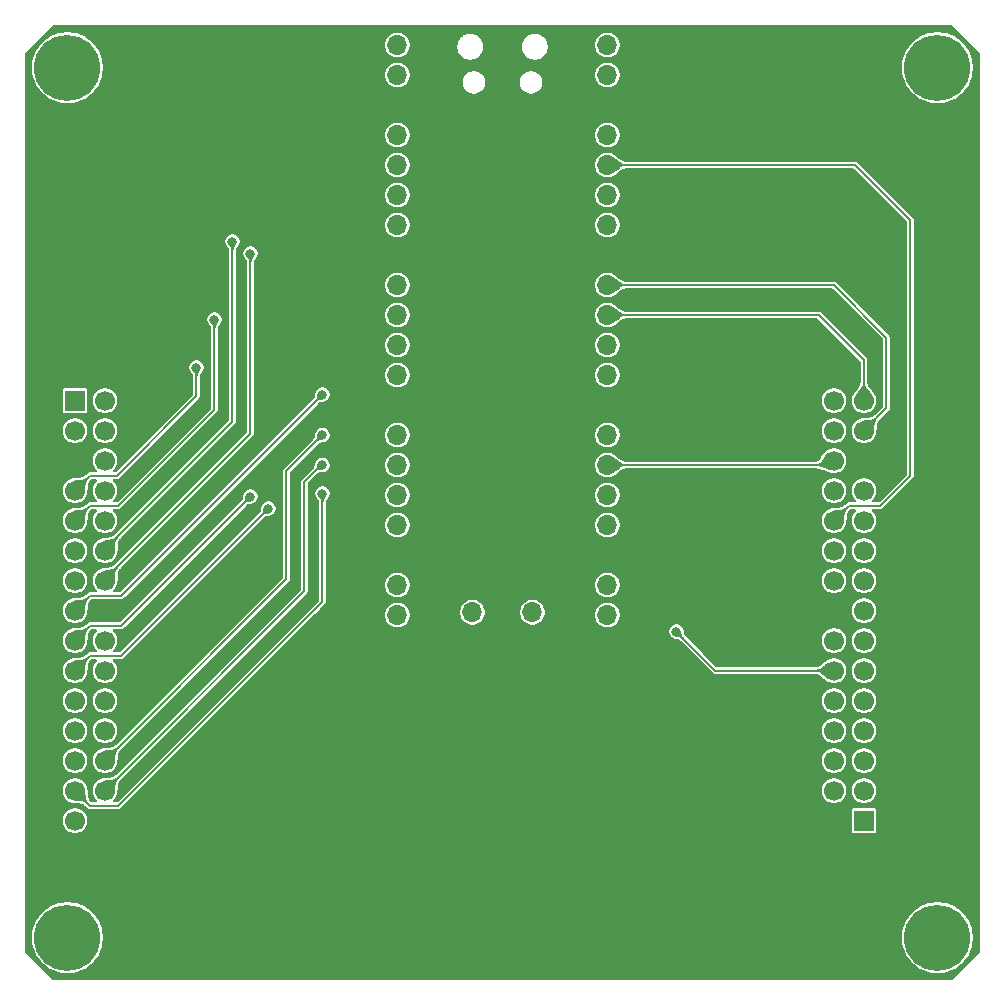
<source format=gbr>
%TF.GenerationSoftware,KiCad,Pcbnew,9.0.7*%
%TF.CreationDate,2026-02-11T09:08:59+09:00*%
%TF.ProjectId,pico-with-ken-interface,7069636f-2d77-4697-9468-2d6b656e2d69,rev?*%
%TF.SameCoordinates,Original*%
%TF.FileFunction,Copper,L4,Bot*%
%TF.FilePolarity,Positive*%
%FSLAX46Y46*%
G04 Gerber Fmt 4.6, Leading zero omitted, Abs format (unit mm)*
G04 Created by KiCad (PCBNEW 9.0.7) date 2026-02-11 09:08:59*
%MOMM*%
%LPD*%
G01*
G04 APERTURE LIST*
%TA.AperFunction,ComponentPad*%
%ADD10C,5.600000*%
%TD*%
%TA.AperFunction,ComponentPad*%
%ADD11O,1.700000X1.700000*%
%TD*%
%TA.AperFunction,ComponentPad*%
%ADD12R,1.700000X1.700000*%
%TD*%
%TA.AperFunction,ComponentPad*%
%ADD13C,1.700000*%
%TD*%
%TA.AperFunction,ViaPad*%
%ADD14C,0.800000*%
%TD*%
%TA.AperFunction,Conductor*%
%ADD15C,0.150000*%
%TD*%
G04 APERTURE END LIST*
D10*
%TO.P,H1,1,1*%
%TO.N,unconnected-(H1-Pad1)*%
X135890000Y-116840000D03*
%TD*%
%TO.P,H2,1,1*%
%TO.N,unconnected-(H2-Pad1)*%
X62230000Y-116840000D03*
%TD*%
%TO.P,H4,1,1*%
%TO.N,unconnected-(H4-Pad1)*%
X135890000Y-43180000D03*
%TD*%
%TO.P,H3,1,1*%
%TO.N,unconnected-(H3-Pad1)*%
X62230000Y-43180000D03*
%TD*%
D11*
%TO.P,U1,1,GPIO0*%
%TO.N,/GPIO0*%
X90170000Y-41275000D03*
%TO.P,U1,2,GPIO1*%
%TO.N,/GPIO1*%
X90170000Y-43815000D03*
D12*
%TO.P,U1,3,GND*%
%TO.N,GND*%
X90170000Y-46355000D03*
D11*
%TO.P,U1,4,GPIO2*%
%TO.N,/GPIO2*%
X90170000Y-48895000D03*
%TO.P,U1,5,GPIO3*%
%TO.N,/GPIO3*%
X90170000Y-51435000D03*
%TO.P,U1,6,GPIO4*%
%TO.N,/GPIO4*%
X90170000Y-53975000D03*
%TO.P,U1,7,GPIO5*%
%TO.N,/GPIO5*%
X90170000Y-56515000D03*
D12*
%TO.P,U1,8,GND*%
%TO.N,GND*%
X90170000Y-59055000D03*
D11*
%TO.P,U1,9,GPIO6*%
%TO.N,/GPIO6*%
X90170000Y-61595000D03*
%TO.P,U1,10,GPIO7*%
%TO.N,/GPIO7*%
X90170000Y-64135000D03*
%TO.P,U1,11,GPIO8*%
%TO.N,/GPIO8*%
X90170000Y-66675000D03*
%TO.P,U1,12,GPIO9*%
%TO.N,/GPIO9*%
X90170000Y-69215000D03*
D12*
%TO.P,U1,13,GND*%
%TO.N,GND*%
X90170000Y-71755000D03*
D11*
%TO.P,U1,14,GPIO10*%
%TO.N,/GPIO10*%
X90170000Y-74295000D03*
%TO.P,U1,15,GPIO11*%
%TO.N,/GPIO11*%
X90170000Y-76835000D03*
%TO.P,U1,16,GPIO12*%
%TO.N,/GPIO12*%
X90170000Y-79375000D03*
%TO.P,U1,17,GPIO13*%
%TO.N,/GPIO13*%
X90170000Y-81915000D03*
D12*
%TO.P,U1,18,GND*%
%TO.N,GND*%
X90170000Y-84455000D03*
D11*
%TO.P,U1,19,GPIO14*%
%TO.N,/GPIO14*%
X90170000Y-86995000D03*
%TO.P,U1,20,GPIO15*%
%TO.N,/GPIO15*%
X90170000Y-89535000D03*
%TO.P,U1,21,GPIO16*%
%TO.N,/GPIO16*%
X107950000Y-89535000D03*
%TO.P,U1,22,GPIO17*%
%TO.N,/GPIO17*%
X107950000Y-86995000D03*
D12*
%TO.P,U1,23,GND*%
%TO.N,GND*%
X107950000Y-84455000D03*
D11*
%TO.P,U1,24,GPIO18*%
%TO.N,/GPIO18*%
X107950000Y-81915000D03*
%TO.P,U1,25,GPIO19*%
%TO.N,/GPIO19*%
X107950000Y-79375000D03*
%TO.P,U1,26,GPIO20*%
%TO.N,/GPIO20*%
X107950000Y-76835000D03*
%TO.P,U1,27,GPIO21*%
%TO.N,/GPIO21*%
X107950000Y-74295000D03*
D12*
%TO.P,U1,28,GND*%
%TO.N,GND*%
X107950000Y-71755000D03*
D11*
%TO.P,U1,29,GPIO22*%
%TO.N,/GPIO22*%
X107950000Y-69215000D03*
%TO.P,U1,30,RUN*%
%TO.N,/RUN*%
X107950000Y-66675000D03*
%TO.P,U1,31,GPIO26_ADC0*%
%TO.N,/ADC_A*%
X107950000Y-64135000D03*
%TO.P,U1,32,GPIO27_ADC1*%
%TO.N,/ADC_B*%
X107950000Y-61595000D03*
D12*
%TO.P,U1,33,AGND*%
%TO.N,GND*%
X107950000Y-59055000D03*
D11*
%TO.P,U1,34,GPIO28_ADC2*%
%TO.N,/GPIO28_ADC2*%
X107950000Y-56515000D03*
%TO.P,U1,35,ADC_VREF*%
%TO.N,/ADC_VREF*%
X107950000Y-53975000D03*
%TO.P,U1,36,3V3*%
%TO.N,+3V3*%
X107950000Y-51435000D03*
%TO.P,U1,37,3V3_EN*%
%TO.N,/3V3_EN*%
X107950000Y-48895000D03*
D12*
%TO.P,U1,38,GND*%
%TO.N,GND*%
X107950000Y-46355000D03*
D11*
%TO.P,U1,39,VSYS*%
%TO.N,/VSYS*%
X107950000Y-43815000D03*
%TO.P,U1,40,VBUS*%
%TO.N,+5V*%
X107950000Y-41275000D03*
%TO.P,U1,41,SWCLK*%
%TO.N,unconnected-(U1-SWCLK-Pad41)*%
X96520000Y-89305000D03*
D12*
%TO.P,U1,42,GND*%
%TO.N,GND*%
X99060000Y-89305000D03*
D11*
%TO.P,U1,43,SWDIO*%
%TO.N,unconnected-(U1-SWDIO-Pad43)*%
X101600000Y-89305000D03*
%TD*%
D12*
%TO.P,U3,1,1*%
%TO.N,/ADC_A*%
X62865000Y-71374000D03*
D13*
%TO.P,U3,2,2*%
%TO.N,/GPIO0*%
X65405000Y-71374000D03*
%TO.P,U3,3,3*%
%TO.N,/ADC_B*%
X62865000Y-73914000D03*
%TO.P,U3,4,4*%
%TO.N,/GPIO1*%
X65405000Y-73914000D03*
%TO.P,U3,5,5*%
%TO.N,GND*%
X62865000Y-76454000D03*
%TO.P,U3,6,6*%
%TO.N,/GPIO20*%
X65405000Y-76454000D03*
%TO.P,U3,7,7*%
%TO.N,/GPIO5*%
X62865000Y-78994000D03*
%TO.P,U3,8,8*%
%TO.N,/GPIO21*%
X65405000Y-78994000D03*
%TO.P,U3,9,9*%
%TO.N,/GPIO4*%
X62865000Y-81534000D03*
%TO.P,U3,10,10*%
%TO.N,+3V3*%
X65405000Y-81534000D03*
%TO.P,U3,11,11*%
%TO.N,/GPIO6*%
X62865000Y-84074000D03*
%TO.P,U3,12,12*%
%TO.N,/GPIO2*%
X65405000Y-84074000D03*
%TO.P,U3,13,13*%
%TO.N,+5V*%
X62865000Y-86614000D03*
%TO.P,U3,14,14*%
%TO.N,/GPIO3*%
X65405000Y-86614000D03*
%TO.P,U3,15,15*%
%TO.N,/GPIO9*%
X62865000Y-89154000D03*
%TO.P,U3,16,16*%
%TO.N,GND*%
X65405000Y-89154000D03*
%TO.P,U3,17,17*%
%TO.N,/GPIO7*%
X62865000Y-91694000D03*
%TO.P,U3,18,18*%
%TO.N,/GPIO19*%
X65405000Y-91694000D03*
%TO.P,U3,19,19*%
%TO.N,/GPIO8*%
X62865000Y-94234000D03*
%TO.P,U3,20,20*%
%TO.N,/GPIO16*%
X65405000Y-94234000D03*
%TO.P,U3,21,21*%
%TO.N,+3V3*%
X62865000Y-96774000D03*
%TO.P,U3,22,22*%
%TO.N,/GPIO18*%
X65405000Y-96774000D03*
%TO.P,U3,23,23*%
%TO.N,/GPIO14*%
X62865000Y-99314000D03*
%TO.P,U3,24,24*%
%TO.N,/GPIO17*%
X65405000Y-99314000D03*
%TO.P,U3,25,25*%
%TO.N,/GPIO15*%
X62865000Y-101854000D03*
%TO.P,U3,26,26*%
%TO.N,/GPIO10*%
X65405000Y-101854000D03*
%TO.P,U3,27,27*%
%TO.N,/GPIO12*%
X62865000Y-104394000D03*
%TO.P,U3,28,28*%
%TO.N,/GPIO11*%
X65405000Y-104394000D03*
%TO.P,U3,29,29*%
%TO.N,/GPIO13*%
X62865000Y-106934000D03*
%TO.P,U3,30,30*%
%TO.N,GND*%
X65405000Y-106934000D03*
%TD*%
D12*
%TO.P,U5,1,1*%
%TO.N,/GPIO13*%
X129667000Y-106934000D03*
D13*
%TO.P,U5,2,2*%
%TO.N,GND*%
X127127000Y-106934000D03*
%TO.P,U5,3,3*%
%TO.N,/GPIO12*%
X129667000Y-104394000D03*
%TO.P,U5,4,4*%
%TO.N,/GPIO11*%
X127127000Y-104394000D03*
%TO.P,U5,5,5*%
%TO.N,/GPIO15*%
X129667000Y-101854000D03*
%TO.P,U5,6,6*%
%TO.N,/GPIO10*%
X127127000Y-101854000D03*
%TO.P,U5,7,7*%
%TO.N,/GPIO14*%
X129667000Y-99314000D03*
%TO.P,U5,8,8*%
%TO.N,/GPIO17*%
X127127000Y-99314000D03*
%TO.P,U5,9,9*%
%TO.N,+3V3*%
X129667000Y-96774000D03*
%TO.P,U5,10,10*%
%TO.N,/GPIO18*%
X127127000Y-96774000D03*
%TO.P,U5,11,11*%
%TO.N,/GPIO8*%
X129667000Y-94234000D03*
%TO.P,U5,12,12*%
%TO.N,/GPIO16*%
X127127000Y-94234000D03*
%TO.P,U5,13,13*%
%TO.N,/GPIO7*%
X129667000Y-91694000D03*
%TO.P,U5,14,14*%
%TO.N,/GPIO19*%
X127127000Y-91694000D03*
%TO.P,U5,15,15*%
%TO.N,/GPIO9*%
X129667000Y-89154000D03*
%TO.P,U5,16,16*%
%TO.N,GND*%
X127127000Y-89154000D03*
%TO.P,U5,17,17*%
%TO.N,+5V*%
X129667000Y-86614000D03*
%TO.P,U5,18,18*%
%TO.N,/GPIO3*%
X127127000Y-86614000D03*
%TO.P,U5,19,19*%
%TO.N,/GPIO6*%
X129667000Y-84074000D03*
%TO.P,U5,20,20*%
%TO.N,/GPIO2*%
X127127000Y-84074000D03*
%TO.P,U5,21,21*%
%TO.N,/GPIO4*%
X129667000Y-81534000D03*
%TO.P,U5,22,22*%
%TO.N,+3V3*%
X127127000Y-81534000D03*
%TO.P,U5,23,23*%
%TO.N,/GPIO5*%
X129667000Y-78994000D03*
%TO.P,U5,24,24*%
%TO.N,/GPIO21*%
X127127000Y-78994000D03*
%TO.P,U5,25,25*%
%TO.N,GND*%
X129667000Y-76454000D03*
%TO.P,U5,26,26*%
%TO.N,/GPIO20*%
X127127000Y-76454000D03*
%TO.P,U5,27,27*%
%TO.N,/ADC_B*%
X129667000Y-73914000D03*
%TO.P,U5,28,28*%
%TO.N,/GPIO1*%
X127127000Y-73914000D03*
%TO.P,U5,29,29*%
%TO.N,/ADC_A*%
X129667000Y-71374000D03*
%TO.P,U5,30,30*%
%TO.N,/GPIO0*%
X127127000Y-71374000D03*
%TD*%
D14*
%TO.N,/GPIO10*%
X83820000Y-74295000D03*
%TO.N,/GPIO12*%
X83820000Y-79248000D03*
%TO.N,/GPIO2*%
X76200000Y-57912000D03*
%TO.N,/GPIO7*%
X77724000Y-79502000D03*
%TO.N,/GPIO9*%
X83820000Y-70866000D03*
%TO.N,/GPIO5*%
X73152000Y-68580000D03*
%TO.N,/GPIO4*%
X74676000Y-64516000D03*
%TO.N,/GPIO3*%
X77724000Y-58928000D03*
%TO.N,/GPIO11*%
X83820000Y-76835000D03*
%TO.N,/GPIO8*%
X79248000Y-80518000D03*
%TO.N,/GPIO16*%
X113792000Y-90932000D03*
%TD*%
D15*
%TO.N,/GPIO8*%
X66802000Y-92964000D02*
X64135000Y-92964000D01*
X79248000Y-80518000D02*
X66802000Y-92964000D01*
X64135000Y-92964000D02*
X62865000Y-94234000D01*
%TO.N,/GPIO7*%
X66802000Y-90424000D02*
X64135000Y-90424000D01*
X77724000Y-79502000D02*
X66802000Y-90424000D01*
X64135000Y-90424000D02*
X62865000Y-91694000D01*
%TO.N,+3V3*%
X107950000Y-51435000D02*
X128935000Y-51435000D01*
X131064000Y-80264000D02*
X128397000Y-80264000D01*
X128935000Y-51435000D02*
X133604000Y-56104000D01*
X133604000Y-56104000D02*
X133604000Y-77724000D01*
X133604000Y-77724000D02*
X131064000Y-80264000D01*
X128397000Y-80264000D02*
X127127000Y-81534000D01*
%TO.N,/ADC_A*%
X107950000Y-64135000D02*
X125857000Y-64135000D01*
X129667000Y-67945000D02*
X129667000Y-71374000D01*
X125857000Y-64135000D02*
X129667000Y-67945000D01*
%TO.N,/ADC_B*%
X127127000Y-61595000D02*
X131572000Y-66040000D01*
X131572000Y-72009000D02*
X129667000Y-73914000D01*
X131572000Y-66040000D02*
X131572000Y-72009000D01*
X107950000Y-61595000D02*
X127127000Y-61595000D01*
%TO.N,/GPIO10*%
X80772000Y-86487000D02*
X65405000Y-101854000D01*
X83820000Y-74295000D02*
X80772000Y-77343000D01*
X80772000Y-77343000D02*
X80772000Y-86487000D01*
%TO.N,/GPIO12*%
X83820000Y-88392000D02*
X66548000Y-105664000D01*
X66548000Y-105664000D02*
X64135000Y-105664000D01*
X64135000Y-105664000D02*
X62865000Y-104394000D01*
X83820000Y-79248000D02*
X83820000Y-88392000D01*
%TO.N,/GPIO2*%
X65405000Y-83947000D02*
X65405000Y-84074000D01*
X76200000Y-73152000D02*
X65405000Y-83947000D01*
X76200000Y-57912000D02*
X76200000Y-73152000D01*
%TO.N,/GPIO9*%
X66802000Y-87884000D02*
X64135000Y-87884000D01*
X83820000Y-70866000D02*
X66802000Y-87884000D01*
X64135000Y-87884000D02*
X62865000Y-89154000D01*
%TO.N,/GPIO5*%
X73152000Y-70993000D02*
X66421000Y-77724000D01*
X64135000Y-77724000D02*
X62865000Y-78994000D01*
X73152000Y-68580000D02*
X73152000Y-70993000D01*
X66421000Y-77724000D02*
X64135000Y-77724000D01*
%TO.N,/GPIO4*%
X74676000Y-72136000D02*
X66548000Y-80264000D01*
X74676000Y-64516000D02*
X74676000Y-72136000D01*
X66548000Y-80264000D02*
X64135000Y-80264000D01*
X64135000Y-80264000D02*
X62865000Y-81534000D01*
%TO.N,/GPIO20*%
X107950000Y-76835000D02*
X126746000Y-76835000D01*
X126746000Y-76835000D02*
X127127000Y-76454000D01*
%TO.N,/GPIO3*%
X77724000Y-74168000D02*
X65405000Y-86487000D01*
X77724000Y-58928000D02*
X77724000Y-74168000D01*
X65405000Y-86487000D02*
X65405000Y-86614000D01*
%TO.N,/GPIO11*%
X82296000Y-87503000D02*
X65405000Y-104394000D01*
X83820000Y-76835000D02*
X83693000Y-76835000D01*
X83693000Y-76835000D02*
X82296000Y-78232000D01*
X82296000Y-78232000D02*
X82296000Y-87503000D01*
%TO.N,/GPIO16*%
X117094000Y-94234000D02*
X127127000Y-94234000D01*
X113792000Y-90932000D02*
X117094000Y-94234000D01*
%TD*%
%TA.AperFunction,Conductor*%
%TO.N,GND*%
G36*
X137092627Y-39590185D02*
G01*
X137113269Y-39606819D01*
X139463181Y-41956730D01*
X139496666Y-42018053D01*
X139499500Y-42044411D01*
X139499500Y-117975588D01*
X139479815Y-118042627D01*
X139463181Y-118063269D01*
X137113269Y-120413181D01*
X137051946Y-120446666D01*
X137025588Y-120449500D01*
X61094411Y-120449500D01*
X61027372Y-120429815D01*
X61006730Y-120413181D01*
X58656819Y-118063269D01*
X58623334Y-118001946D01*
X58620500Y-117975588D01*
X58620500Y-116671491D01*
X59229500Y-116671491D01*
X59229500Y-117008508D01*
X59267231Y-117343381D01*
X59267233Y-117343397D01*
X59342223Y-117671953D01*
X59342227Y-117671965D01*
X59453532Y-117990054D01*
X59599752Y-118293683D01*
X59599754Y-118293686D01*
X59779054Y-118579039D01*
X59989175Y-118842523D01*
X60227477Y-119080825D01*
X60490961Y-119290946D01*
X60776314Y-119470246D01*
X61079949Y-119616469D01*
X61318848Y-119700063D01*
X61398034Y-119727772D01*
X61398046Y-119727776D01*
X61726606Y-119802767D01*
X62061492Y-119840499D01*
X62061493Y-119840500D01*
X62061496Y-119840500D01*
X62398507Y-119840500D01*
X62398507Y-119840499D01*
X62733394Y-119802767D01*
X63061954Y-119727776D01*
X63380051Y-119616469D01*
X63683686Y-119470246D01*
X63969039Y-119290946D01*
X64232523Y-119080825D01*
X64470825Y-118842523D01*
X64680946Y-118579039D01*
X64860246Y-118293686D01*
X65006469Y-117990051D01*
X65117776Y-117671954D01*
X65192767Y-117343394D01*
X65230500Y-117008504D01*
X65230500Y-116671496D01*
X65230499Y-116671491D01*
X132889500Y-116671491D01*
X132889500Y-117008508D01*
X132927231Y-117343381D01*
X132927233Y-117343397D01*
X133002223Y-117671953D01*
X133002227Y-117671965D01*
X133113532Y-117990054D01*
X133259752Y-118293683D01*
X133259754Y-118293686D01*
X133439054Y-118579039D01*
X133649175Y-118842523D01*
X133887477Y-119080825D01*
X134150961Y-119290946D01*
X134436314Y-119470246D01*
X134739949Y-119616469D01*
X134978848Y-119700063D01*
X135058034Y-119727772D01*
X135058046Y-119727776D01*
X135386606Y-119802767D01*
X135721492Y-119840499D01*
X135721493Y-119840500D01*
X135721496Y-119840500D01*
X136058507Y-119840500D01*
X136058507Y-119840499D01*
X136393394Y-119802767D01*
X136721954Y-119727776D01*
X137040051Y-119616469D01*
X137343686Y-119470246D01*
X137629039Y-119290946D01*
X137892523Y-119080825D01*
X138130825Y-118842523D01*
X138340946Y-118579039D01*
X138520246Y-118293686D01*
X138666469Y-117990051D01*
X138777776Y-117671954D01*
X138852767Y-117343394D01*
X138890500Y-117008504D01*
X138890500Y-116671496D01*
X138852767Y-116336606D01*
X138777776Y-116008046D01*
X138666469Y-115689949D01*
X138520246Y-115386314D01*
X138340946Y-115100961D01*
X138130825Y-114837477D01*
X137892523Y-114599175D01*
X137629039Y-114389054D01*
X137343686Y-114209754D01*
X137343683Y-114209752D01*
X137040054Y-114063532D01*
X136721965Y-113952227D01*
X136721953Y-113952223D01*
X136393397Y-113877233D01*
X136393381Y-113877231D01*
X136058508Y-113839500D01*
X136058504Y-113839500D01*
X135721496Y-113839500D01*
X135721491Y-113839500D01*
X135386618Y-113877231D01*
X135386602Y-113877233D01*
X135058046Y-113952223D01*
X135058034Y-113952227D01*
X134739945Y-114063532D01*
X134436316Y-114209752D01*
X134150962Y-114389053D01*
X133887477Y-114599174D01*
X133649174Y-114837477D01*
X133439053Y-115100962D01*
X133259752Y-115386316D01*
X133113532Y-115689945D01*
X133002227Y-116008034D01*
X133002223Y-116008046D01*
X132927233Y-116336602D01*
X132927231Y-116336618D01*
X132889500Y-116671491D01*
X65230499Y-116671491D01*
X65192767Y-116336606D01*
X65117776Y-116008046D01*
X65006469Y-115689949D01*
X64860246Y-115386314D01*
X64680946Y-115100961D01*
X64470825Y-114837477D01*
X64232523Y-114599175D01*
X63969039Y-114389054D01*
X63683686Y-114209754D01*
X63683683Y-114209752D01*
X63380054Y-114063532D01*
X63061965Y-113952227D01*
X63061953Y-113952223D01*
X62733397Y-113877233D01*
X62733381Y-113877231D01*
X62398508Y-113839500D01*
X62398504Y-113839500D01*
X62061496Y-113839500D01*
X62061491Y-113839500D01*
X61726618Y-113877231D01*
X61726602Y-113877233D01*
X61398046Y-113952223D01*
X61398034Y-113952227D01*
X61079945Y-114063532D01*
X60776316Y-114209752D01*
X60490962Y-114389053D01*
X60227477Y-114599174D01*
X59989174Y-114837477D01*
X59779053Y-115100962D01*
X59599752Y-115386316D01*
X59453532Y-115689945D01*
X59342227Y-116008034D01*
X59342223Y-116008046D01*
X59267233Y-116336602D01*
X59267231Y-116336618D01*
X59229500Y-116671491D01*
X58620500Y-116671491D01*
X58620500Y-106830530D01*
X61814500Y-106830530D01*
X61814500Y-107037469D01*
X61854868Y-107240412D01*
X61854870Y-107240420D01*
X61934058Y-107431596D01*
X62049024Y-107603657D01*
X62195342Y-107749975D01*
X62195345Y-107749977D01*
X62367402Y-107864941D01*
X62558580Y-107944130D01*
X62703052Y-107972867D01*
X62761530Y-107984499D01*
X62761534Y-107984500D01*
X62761535Y-107984500D01*
X62968466Y-107984500D01*
X62968467Y-107984499D01*
X63171420Y-107944130D01*
X63362598Y-107864941D01*
X63534655Y-107749977D01*
X63680977Y-107603655D01*
X63795941Y-107431598D01*
X63875130Y-107240420D01*
X63915500Y-107037465D01*
X63915500Y-106830535D01*
X63875130Y-106627580D01*
X63795941Y-106436402D01*
X63680977Y-106264345D01*
X63680975Y-106264342D01*
X63534657Y-106118024D01*
X63454173Y-106064247D01*
X128616500Y-106064247D01*
X128616500Y-107803752D01*
X128628131Y-107862229D01*
X128628132Y-107862230D01*
X128672447Y-107928552D01*
X128738769Y-107972867D01*
X128738770Y-107972868D01*
X128797247Y-107984499D01*
X128797250Y-107984500D01*
X128797252Y-107984500D01*
X130536750Y-107984500D01*
X130536751Y-107984499D01*
X130551568Y-107981552D01*
X130595229Y-107972868D01*
X130595229Y-107972867D01*
X130595231Y-107972867D01*
X130661552Y-107928552D01*
X130705867Y-107862231D01*
X130705867Y-107862229D01*
X130705868Y-107862229D01*
X130717499Y-107803752D01*
X130717500Y-107803750D01*
X130717500Y-106064249D01*
X130717499Y-106064247D01*
X130705868Y-106005770D01*
X130705867Y-106005769D01*
X130661552Y-105939447D01*
X130595230Y-105895132D01*
X130595229Y-105895131D01*
X130536752Y-105883500D01*
X130536748Y-105883500D01*
X128797252Y-105883500D01*
X128797247Y-105883500D01*
X128738770Y-105895131D01*
X128738769Y-105895132D01*
X128672447Y-105939447D01*
X128628132Y-106005769D01*
X128628131Y-106005770D01*
X128616500Y-106064247D01*
X63454173Y-106064247D01*
X63366655Y-106005770D01*
X63362598Y-106003059D01*
X63171420Y-105923870D01*
X63171412Y-105923868D01*
X62968469Y-105883500D01*
X62968465Y-105883500D01*
X62761535Y-105883500D01*
X62761530Y-105883500D01*
X62558587Y-105923868D01*
X62558579Y-105923870D01*
X62367403Y-106003058D01*
X62195342Y-106118024D01*
X62049024Y-106264342D01*
X61934058Y-106436403D01*
X61854870Y-106627579D01*
X61854868Y-106627587D01*
X61814500Y-106830530D01*
X58620500Y-106830530D01*
X58620500Y-104290530D01*
X61814500Y-104290530D01*
X61814500Y-104497469D01*
X61854868Y-104700412D01*
X61854870Y-104700420D01*
X61934058Y-104891596D01*
X62049024Y-105063657D01*
X62195342Y-105209975D01*
X62195345Y-105209977D01*
X62367402Y-105324941D01*
X62558580Y-105404130D01*
X62655121Y-105423333D01*
X62681884Y-105432809D01*
X62758837Y-105443963D01*
X62761535Y-105444500D01*
X62761543Y-105444500D01*
X62761826Y-105444528D01*
X62767462Y-105445214D01*
X62969424Y-105474488D01*
X62969445Y-105474491D01*
X62975455Y-105475241D01*
X62977394Y-105475484D01*
X62977399Y-105475484D01*
X62977435Y-105475489D01*
X62978348Y-105475585D01*
X62986409Y-105476273D01*
X63193104Y-105489808D01*
X63194204Y-105489884D01*
X63376600Y-105503465D01*
X63388926Y-105505009D01*
X63445454Y-105514989D01*
X63459524Y-105518330D01*
X63510268Y-105533556D01*
X63525887Y-105539414D01*
X63578428Y-105563268D01*
X63592625Y-105570864D01*
X63656320Y-105610465D01*
X63667471Y-105618278D01*
X63747638Y-105681293D01*
X63755655Y-105688168D01*
X63853937Y-105779998D01*
X63862499Y-105785409D01*
X63883927Y-105802543D01*
X63978941Y-105897557D01*
X64008595Y-105909839D01*
X64008597Y-105909841D01*
X64008598Y-105909841D01*
X64029570Y-105918527D01*
X64080200Y-105939500D01*
X64080203Y-105939500D01*
X66602799Y-105939500D01*
X66602800Y-105939500D01*
X66704058Y-105897557D01*
X66781557Y-105820058D01*
X66781556Y-105820058D01*
X66840125Y-105761489D01*
X66840124Y-105761489D01*
X68311083Y-104290530D01*
X126076500Y-104290530D01*
X126076500Y-104497469D01*
X126116868Y-104700412D01*
X126116870Y-104700420D01*
X126196058Y-104891596D01*
X126311024Y-105063657D01*
X126457342Y-105209975D01*
X126457345Y-105209977D01*
X126629402Y-105324941D01*
X126820580Y-105404130D01*
X127020835Y-105443963D01*
X127023530Y-105444499D01*
X127023534Y-105444500D01*
X127023535Y-105444500D01*
X127230466Y-105444500D01*
X127230467Y-105444499D01*
X127433420Y-105404130D01*
X127624598Y-105324941D01*
X127796655Y-105209977D01*
X127942977Y-105063655D01*
X128057941Y-104891598D01*
X128137130Y-104700420D01*
X128177500Y-104497465D01*
X128177500Y-104290535D01*
X128177499Y-104290530D01*
X128616500Y-104290530D01*
X128616500Y-104497469D01*
X128656868Y-104700412D01*
X128656870Y-104700420D01*
X128736058Y-104891596D01*
X128851024Y-105063657D01*
X128997342Y-105209975D01*
X128997345Y-105209977D01*
X129169402Y-105324941D01*
X129360580Y-105404130D01*
X129560835Y-105443963D01*
X129563530Y-105444499D01*
X129563534Y-105444500D01*
X129563535Y-105444500D01*
X129770466Y-105444500D01*
X129770467Y-105444499D01*
X129973420Y-105404130D01*
X130164598Y-105324941D01*
X130336655Y-105209977D01*
X130482977Y-105063655D01*
X130597941Y-104891598D01*
X130677130Y-104700420D01*
X130717500Y-104497465D01*
X130717500Y-104290535D01*
X130677130Y-104087580D01*
X130597941Y-103896402D01*
X130482977Y-103724345D01*
X130482975Y-103724342D01*
X130336657Y-103578024D01*
X130250626Y-103520541D01*
X130164598Y-103463059D01*
X129973420Y-103383870D01*
X129973412Y-103383868D01*
X129770469Y-103343500D01*
X129770465Y-103343500D01*
X129563535Y-103343500D01*
X129563530Y-103343500D01*
X129360587Y-103383868D01*
X129360579Y-103383870D01*
X129169403Y-103463058D01*
X128997342Y-103578024D01*
X128851024Y-103724342D01*
X128736058Y-103896403D01*
X128656870Y-104087579D01*
X128656868Y-104087587D01*
X128616500Y-104290530D01*
X128177499Y-104290530D01*
X128137130Y-104087580D01*
X128057941Y-103896402D01*
X127942977Y-103724345D01*
X127942975Y-103724342D01*
X127796657Y-103578024D01*
X127710626Y-103520541D01*
X127624598Y-103463059D01*
X127433420Y-103383870D01*
X127433412Y-103383868D01*
X127230469Y-103343500D01*
X127230465Y-103343500D01*
X127023535Y-103343500D01*
X127023530Y-103343500D01*
X126820587Y-103383868D01*
X126820579Y-103383870D01*
X126629403Y-103463058D01*
X126457342Y-103578024D01*
X126311024Y-103724342D01*
X126196058Y-103896403D01*
X126116870Y-104087579D01*
X126116868Y-104087587D01*
X126076500Y-104290530D01*
X68311083Y-104290530D01*
X70851084Y-101750530D01*
X126076500Y-101750530D01*
X126076500Y-101957469D01*
X126116868Y-102160412D01*
X126116870Y-102160420D01*
X126196058Y-102351596D01*
X126311024Y-102523657D01*
X126457342Y-102669975D01*
X126457345Y-102669977D01*
X126629402Y-102784941D01*
X126820580Y-102864130D01*
X127023530Y-102904499D01*
X127023534Y-102904500D01*
X127023535Y-102904500D01*
X127230466Y-102904500D01*
X127230467Y-102904499D01*
X127433420Y-102864130D01*
X127624598Y-102784941D01*
X127796655Y-102669977D01*
X127942977Y-102523655D01*
X128057941Y-102351598D01*
X128137130Y-102160420D01*
X128177500Y-101957465D01*
X128177500Y-101750535D01*
X128177499Y-101750530D01*
X128616500Y-101750530D01*
X128616500Y-101957469D01*
X128656868Y-102160412D01*
X128656870Y-102160420D01*
X128736058Y-102351596D01*
X128851024Y-102523657D01*
X128997342Y-102669975D01*
X128997345Y-102669977D01*
X129169402Y-102784941D01*
X129360580Y-102864130D01*
X129563530Y-102904499D01*
X129563534Y-102904500D01*
X129563535Y-102904500D01*
X129770466Y-102904500D01*
X129770467Y-102904499D01*
X129973420Y-102864130D01*
X130164598Y-102784941D01*
X130336655Y-102669977D01*
X130482977Y-102523655D01*
X130597941Y-102351598D01*
X130677130Y-102160420D01*
X130717500Y-101957465D01*
X130717500Y-101750535D01*
X130677130Y-101547580D01*
X130597941Y-101356402D01*
X130482977Y-101184345D01*
X130482975Y-101184342D01*
X130336657Y-101038024D01*
X130250626Y-100980541D01*
X130164598Y-100923059D01*
X129973420Y-100843870D01*
X129973412Y-100843868D01*
X129770469Y-100803500D01*
X129770465Y-100803500D01*
X129563535Y-100803500D01*
X129563530Y-100803500D01*
X129360587Y-100843868D01*
X129360579Y-100843870D01*
X129169403Y-100923058D01*
X128997342Y-101038024D01*
X128851024Y-101184342D01*
X128736058Y-101356403D01*
X128656870Y-101547579D01*
X128656868Y-101547587D01*
X128616500Y-101750530D01*
X128177499Y-101750530D01*
X128137130Y-101547580D01*
X128057941Y-101356402D01*
X127942977Y-101184345D01*
X127942975Y-101184342D01*
X127796657Y-101038024D01*
X127710626Y-100980541D01*
X127624598Y-100923059D01*
X127433420Y-100843870D01*
X127433412Y-100843868D01*
X127230469Y-100803500D01*
X127230465Y-100803500D01*
X127023535Y-100803500D01*
X127023530Y-100803500D01*
X126820587Y-100843868D01*
X126820579Y-100843870D01*
X126629403Y-100923058D01*
X126457342Y-101038024D01*
X126311024Y-101184342D01*
X126196058Y-101356403D01*
X126116870Y-101547579D01*
X126116868Y-101547587D01*
X126076500Y-101750530D01*
X70851084Y-101750530D01*
X73391084Y-99210530D01*
X126076500Y-99210530D01*
X126076500Y-99417469D01*
X126116868Y-99620412D01*
X126116870Y-99620420D01*
X126196058Y-99811596D01*
X126311024Y-99983657D01*
X126457342Y-100129975D01*
X126457345Y-100129977D01*
X126629402Y-100244941D01*
X126820580Y-100324130D01*
X127023530Y-100364499D01*
X127023534Y-100364500D01*
X127023535Y-100364500D01*
X127230466Y-100364500D01*
X127230467Y-100364499D01*
X127433420Y-100324130D01*
X127624598Y-100244941D01*
X127796655Y-100129977D01*
X127942977Y-99983655D01*
X128057941Y-99811598D01*
X128137130Y-99620420D01*
X128177500Y-99417465D01*
X128177500Y-99210535D01*
X128177499Y-99210530D01*
X128616500Y-99210530D01*
X128616500Y-99417469D01*
X128656868Y-99620412D01*
X128656870Y-99620420D01*
X128736058Y-99811596D01*
X128851024Y-99983657D01*
X128997342Y-100129975D01*
X128997345Y-100129977D01*
X129169402Y-100244941D01*
X129360580Y-100324130D01*
X129563530Y-100364499D01*
X129563534Y-100364500D01*
X129563535Y-100364500D01*
X129770466Y-100364500D01*
X129770467Y-100364499D01*
X129973420Y-100324130D01*
X130164598Y-100244941D01*
X130336655Y-100129977D01*
X130482977Y-99983655D01*
X130597941Y-99811598D01*
X130677130Y-99620420D01*
X130717500Y-99417465D01*
X130717500Y-99210535D01*
X130677130Y-99007580D01*
X130597941Y-98816402D01*
X130482977Y-98644345D01*
X130482975Y-98644342D01*
X130336657Y-98498024D01*
X130250626Y-98440541D01*
X130164598Y-98383059D01*
X129973420Y-98303870D01*
X129973412Y-98303868D01*
X129770469Y-98263500D01*
X129770465Y-98263500D01*
X129563535Y-98263500D01*
X129563530Y-98263500D01*
X129360587Y-98303868D01*
X129360579Y-98303870D01*
X129169403Y-98383058D01*
X128997342Y-98498024D01*
X128851024Y-98644342D01*
X128736058Y-98816403D01*
X128656870Y-99007579D01*
X128656868Y-99007587D01*
X128616500Y-99210530D01*
X128177499Y-99210530D01*
X128137130Y-99007580D01*
X128057941Y-98816402D01*
X127942977Y-98644345D01*
X127942975Y-98644342D01*
X127796657Y-98498024D01*
X127710626Y-98440541D01*
X127624598Y-98383059D01*
X127433420Y-98303870D01*
X127433412Y-98303868D01*
X127230469Y-98263500D01*
X127230465Y-98263500D01*
X127023535Y-98263500D01*
X127023530Y-98263500D01*
X126820587Y-98303868D01*
X126820579Y-98303870D01*
X126629403Y-98383058D01*
X126457342Y-98498024D01*
X126311024Y-98644342D01*
X126196058Y-98816403D01*
X126116870Y-99007579D01*
X126116868Y-99007587D01*
X126076500Y-99210530D01*
X73391084Y-99210530D01*
X75931085Y-96670530D01*
X126076500Y-96670530D01*
X126076500Y-96877469D01*
X126116868Y-97080412D01*
X126116870Y-97080420D01*
X126196058Y-97271596D01*
X126311024Y-97443657D01*
X126457342Y-97589975D01*
X126457345Y-97589977D01*
X126629402Y-97704941D01*
X126820580Y-97784130D01*
X127023530Y-97824499D01*
X127023534Y-97824500D01*
X127023535Y-97824500D01*
X127230466Y-97824500D01*
X127230467Y-97824499D01*
X127433420Y-97784130D01*
X127624598Y-97704941D01*
X127796655Y-97589977D01*
X127942977Y-97443655D01*
X128057941Y-97271598D01*
X128137130Y-97080420D01*
X128177500Y-96877465D01*
X128177500Y-96670535D01*
X128177499Y-96670530D01*
X128616500Y-96670530D01*
X128616500Y-96877469D01*
X128656868Y-97080412D01*
X128656870Y-97080420D01*
X128736058Y-97271596D01*
X128851024Y-97443657D01*
X128997342Y-97589975D01*
X128997345Y-97589977D01*
X129169402Y-97704941D01*
X129360580Y-97784130D01*
X129563530Y-97824499D01*
X129563534Y-97824500D01*
X129563535Y-97824500D01*
X129770466Y-97824500D01*
X129770467Y-97824499D01*
X129973420Y-97784130D01*
X130164598Y-97704941D01*
X130336655Y-97589977D01*
X130482977Y-97443655D01*
X130597941Y-97271598D01*
X130677130Y-97080420D01*
X130717500Y-96877465D01*
X130717500Y-96670535D01*
X130677130Y-96467580D01*
X130597941Y-96276402D01*
X130482977Y-96104345D01*
X130482975Y-96104342D01*
X130336657Y-95958024D01*
X130250626Y-95900541D01*
X130164598Y-95843059D01*
X129973420Y-95763870D01*
X129973412Y-95763868D01*
X129770469Y-95723500D01*
X129770465Y-95723500D01*
X129563535Y-95723500D01*
X129563530Y-95723500D01*
X129360587Y-95763868D01*
X129360579Y-95763870D01*
X129169403Y-95843058D01*
X128997342Y-95958024D01*
X128851024Y-96104342D01*
X128736058Y-96276403D01*
X128656870Y-96467579D01*
X128656868Y-96467587D01*
X128616500Y-96670530D01*
X128177499Y-96670530D01*
X128137130Y-96467580D01*
X128057941Y-96276402D01*
X127942977Y-96104345D01*
X127942975Y-96104342D01*
X127796657Y-95958024D01*
X127710626Y-95900541D01*
X127624598Y-95843059D01*
X127433420Y-95763870D01*
X127433412Y-95763868D01*
X127230469Y-95723500D01*
X127230465Y-95723500D01*
X127023535Y-95723500D01*
X127023530Y-95723500D01*
X126820587Y-95763868D01*
X126820579Y-95763870D01*
X126629403Y-95843058D01*
X126457342Y-95958024D01*
X126311024Y-96104342D01*
X126196058Y-96276403D01*
X126116870Y-96467579D01*
X126116868Y-96467587D01*
X126076500Y-96670530D01*
X75931085Y-96670530D01*
X78910462Y-93691153D01*
X81748673Y-90852943D01*
X113191500Y-90852943D01*
X113191500Y-91011057D01*
X113229147Y-91151555D01*
X113232423Y-91163783D01*
X113232426Y-91163790D01*
X113311475Y-91300709D01*
X113311479Y-91300714D01*
X113311480Y-91300716D01*
X113423284Y-91412520D01*
X113423286Y-91412521D01*
X113423290Y-91412524D01*
X113560213Y-91491576D01*
X113560218Y-91491578D01*
X113672885Y-91521766D01*
X113672889Y-91521767D01*
X113678053Y-91523151D01*
X113695012Y-91529302D01*
X113708951Y-91531430D01*
X113712938Y-91532499D01*
X113712940Y-91532499D01*
X113712943Y-91532500D01*
X113712946Y-91532500D01*
X113720998Y-91533560D01*
X113720993Y-91533597D01*
X113725258Y-91533921D01*
X113878606Y-91557339D01*
X113880523Y-91557622D01*
X113958199Y-91568735D01*
X113976166Y-91572684D01*
X114002353Y-91580517D01*
X114030027Y-91592636D01*
X114058728Y-91609641D01*
X114077820Y-91623570D01*
X114154578Y-91691678D01*
X114154579Y-91691679D01*
X114154582Y-91691681D01*
X114160697Y-91695382D01*
X114184165Y-91713780D01*
X116937938Y-94467555D01*
X116937939Y-94467555D01*
X116937941Y-94467557D01*
X116967595Y-94479839D01*
X116967597Y-94479841D01*
X116967598Y-94479841D01*
X116988570Y-94488527D01*
X117039200Y-94509500D01*
X125411197Y-94509500D01*
X125418362Y-94509707D01*
X125428957Y-94510320D01*
X125448033Y-94514758D01*
X125578074Y-94518950D01*
X125579637Y-94519041D01*
X125579941Y-94519150D01*
X125586375Y-94519616D01*
X125685929Y-94530864D01*
X125697790Y-94532791D01*
X125763210Y-94546719D01*
X125776214Y-94550237D01*
X125803427Y-94559209D01*
X125817837Y-94563961D01*
X125837271Y-94572265D01*
X125928307Y-94620730D01*
X125947682Y-94633505D01*
X126067087Y-94729406D01*
X126072400Y-94733925D01*
X126116973Y-94774049D01*
X126116998Y-94774071D01*
X126119312Y-94776122D01*
X126223272Y-94866909D01*
X126289057Y-94924360D01*
X126293973Y-94928484D01*
X126295263Y-94929567D01*
X126295985Y-94930149D01*
X126302466Y-94935164D01*
X126302473Y-94935169D01*
X126522416Y-95098436D01*
X126525021Y-95100320D01*
X126526520Y-95101404D01*
X126526974Y-95101724D01*
X126538370Y-95106617D01*
X126558326Y-95117449D01*
X126629402Y-95164941D01*
X126820580Y-95244130D01*
X127023530Y-95284499D01*
X127023534Y-95284500D01*
X127023535Y-95284500D01*
X127230466Y-95284500D01*
X127230467Y-95284499D01*
X127433420Y-95244130D01*
X127624598Y-95164941D01*
X127796655Y-95049977D01*
X127942977Y-94903655D01*
X128057941Y-94731598D01*
X128137130Y-94540420D01*
X128177500Y-94337465D01*
X128177500Y-94130535D01*
X128177499Y-94130530D01*
X128616500Y-94130530D01*
X128616500Y-94337469D01*
X128656868Y-94540412D01*
X128656870Y-94540420D01*
X128667997Y-94567284D01*
X128736059Y-94731598D01*
X128765806Y-94776118D01*
X128851024Y-94903657D01*
X128997342Y-95049975D01*
X128997345Y-95049977D01*
X129169402Y-95164941D01*
X129360580Y-95244130D01*
X129563530Y-95284499D01*
X129563534Y-95284500D01*
X129563535Y-95284500D01*
X129770466Y-95284500D01*
X129770467Y-95284499D01*
X129973420Y-95244130D01*
X130164598Y-95164941D01*
X130336655Y-95049977D01*
X130482977Y-94903655D01*
X130597941Y-94731598D01*
X130677130Y-94540420D01*
X130717500Y-94337465D01*
X130717500Y-94130535D01*
X130677130Y-93927580D01*
X130597941Y-93736402D01*
X130482977Y-93564345D01*
X130482975Y-93564342D01*
X130336657Y-93418024D01*
X130238998Y-93352771D01*
X130164598Y-93303059D01*
X130164593Y-93303057D01*
X129973420Y-93223870D01*
X129973412Y-93223868D01*
X129770469Y-93183500D01*
X129770465Y-93183500D01*
X129563535Y-93183500D01*
X129563530Y-93183500D01*
X129360587Y-93223868D01*
X129360579Y-93223870D01*
X129169403Y-93303058D01*
X128997342Y-93418024D01*
X128851024Y-93564342D01*
X128736058Y-93736403D01*
X128656870Y-93927579D01*
X128656868Y-93927587D01*
X128616500Y-94130530D01*
X128177499Y-94130530D01*
X128137130Y-93927580D01*
X128057941Y-93736402D01*
X127942977Y-93564345D01*
X127942975Y-93564342D01*
X127796657Y-93418024D01*
X127698998Y-93352771D01*
X127624598Y-93303059D01*
X127624593Y-93303057D01*
X127433420Y-93223870D01*
X127433412Y-93223868D01*
X127230469Y-93183500D01*
X127230465Y-93183500D01*
X127023535Y-93183500D01*
X127023530Y-93183500D01*
X126820587Y-93223868D01*
X126820579Y-93223870D01*
X126629404Y-93303057D01*
X126554997Y-93352771D01*
X126554998Y-93352772D01*
X126547560Y-93357741D01*
X126521934Y-93369967D01*
X126459619Y-93416502D01*
X126458347Y-93417352D01*
X126457335Y-93418029D01*
X126457088Y-93418232D01*
X126452646Y-93421710D01*
X126330104Y-93513225D01*
X126289113Y-93543837D01*
X126282775Y-93548766D01*
X126282747Y-93548788D01*
X126282744Y-93548791D01*
X126282086Y-93549323D01*
X126275847Y-93554581D01*
X126120135Y-93691153D01*
X126119302Y-93691878D01*
X126091233Y-93716058D01*
X126091000Y-93716258D01*
X126090979Y-93716276D01*
X125980742Y-93811233D01*
X125970916Y-93818873D01*
X125923894Y-93851783D01*
X125911577Y-93859373D01*
X125864939Y-93884484D01*
X125849743Y-93891390D01*
X125795738Y-93911668D01*
X125780317Y-93916340D01*
X125707294Y-93933373D01*
X125693875Y-93935735D01*
X125592637Y-93947863D01*
X125582094Y-93948672D01*
X125447663Y-93953234D01*
X125437792Y-93955461D01*
X125410508Y-93958500D01*
X117259478Y-93958500D01*
X117192439Y-93938815D01*
X117171797Y-93922181D01*
X116075554Y-92825938D01*
X114840145Y-91590530D01*
X126076500Y-91590530D01*
X126076500Y-91797469D01*
X126116868Y-92000412D01*
X126116870Y-92000420D01*
X126196058Y-92191596D01*
X126311024Y-92363657D01*
X126457342Y-92509975D01*
X126457345Y-92509977D01*
X126629402Y-92624941D01*
X126820580Y-92704130D01*
X127023530Y-92744499D01*
X127023534Y-92744500D01*
X127023535Y-92744500D01*
X127230466Y-92744500D01*
X127230467Y-92744499D01*
X127433420Y-92704130D01*
X127624598Y-92624941D01*
X127796655Y-92509977D01*
X127942977Y-92363655D01*
X128057941Y-92191598D01*
X128137130Y-92000420D01*
X128177500Y-91797465D01*
X128177500Y-91590535D01*
X128177499Y-91590530D01*
X128616500Y-91590530D01*
X128616500Y-91797469D01*
X128656868Y-92000412D01*
X128656870Y-92000420D01*
X128736058Y-92191596D01*
X128851024Y-92363657D01*
X128997342Y-92509975D01*
X128997345Y-92509977D01*
X129169402Y-92624941D01*
X129360580Y-92704130D01*
X129563530Y-92744499D01*
X129563534Y-92744500D01*
X129563535Y-92744500D01*
X129770466Y-92744500D01*
X129770467Y-92744499D01*
X129973420Y-92704130D01*
X130164598Y-92624941D01*
X130336655Y-92509977D01*
X130482977Y-92363655D01*
X130597941Y-92191598D01*
X130677130Y-92000420D01*
X130717500Y-91797465D01*
X130717500Y-91590535D01*
X130677130Y-91387580D01*
X130597941Y-91196402D01*
X130482977Y-91024345D01*
X130482975Y-91024342D01*
X130336657Y-90878024D01*
X130241178Y-90814228D01*
X130164598Y-90763059D01*
X130150296Y-90757135D01*
X129973420Y-90683870D01*
X129973412Y-90683868D01*
X129770469Y-90643500D01*
X129770465Y-90643500D01*
X129563535Y-90643500D01*
X129563530Y-90643500D01*
X129360587Y-90683868D01*
X129360579Y-90683870D01*
X129169403Y-90763058D01*
X128997342Y-90878024D01*
X128851024Y-91024342D01*
X128736058Y-91196403D01*
X128656870Y-91387579D01*
X128656868Y-91387587D01*
X128616500Y-91590530D01*
X128177499Y-91590530D01*
X128137130Y-91387580D01*
X128057941Y-91196402D01*
X127942977Y-91024345D01*
X127942975Y-91024342D01*
X127796657Y-90878024D01*
X127701178Y-90814228D01*
X127624598Y-90763059D01*
X127610296Y-90757135D01*
X127433420Y-90683870D01*
X127433412Y-90683868D01*
X127230469Y-90643500D01*
X127230465Y-90643500D01*
X127023535Y-90643500D01*
X127023530Y-90643500D01*
X126820587Y-90683868D01*
X126820579Y-90683870D01*
X126629403Y-90763058D01*
X126457342Y-90878024D01*
X126311024Y-91024342D01*
X126196058Y-91196403D01*
X126116870Y-91387579D01*
X126116868Y-91387587D01*
X126076500Y-91590530D01*
X114840145Y-91590530D01*
X114571340Y-91321725D01*
X114564864Y-91314731D01*
X114558273Y-91307040D01*
X114549213Y-91292112D01*
X114491806Y-91229474D01*
X114490464Y-91227908D01*
X114490145Y-91227199D01*
X114483250Y-91218634D01*
X114460068Y-91185725D01*
X114449763Y-91168203D01*
X114447631Y-91163784D01*
X114445926Y-91160250D01*
X114438934Y-91142319D01*
X114436296Y-91133608D01*
X114432425Y-91116564D01*
X114417345Y-91018641D01*
X114417321Y-91018487D01*
X114416186Y-91011057D01*
X114392500Y-90855953D01*
X114392500Y-90852943D01*
X114391431Y-90848953D01*
X114389302Y-90835012D01*
X114388600Y-90830720D01*
X114388514Y-90830227D01*
X114384842Y-90821032D01*
X114380228Y-90807146D01*
X114361926Y-90738841D01*
X114351577Y-90700216D01*
X114326948Y-90657557D01*
X114272524Y-90563290D01*
X114272518Y-90563282D01*
X114160717Y-90451481D01*
X114160709Y-90451475D01*
X114023790Y-90372426D01*
X114023786Y-90372424D01*
X114023784Y-90372423D01*
X113871057Y-90331500D01*
X113712943Y-90331500D01*
X113560216Y-90372423D01*
X113560209Y-90372426D01*
X113423290Y-90451475D01*
X113423282Y-90451481D01*
X113311481Y-90563282D01*
X113311475Y-90563290D01*
X113232426Y-90700209D01*
X113232423Y-90700216D01*
X113191500Y-90852943D01*
X81748673Y-90852943D01*
X81844481Y-90757135D01*
X83170086Y-89431530D01*
X89119500Y-89431530D01*
X89119500Y-89638469D01*
X89159868Y-89841412D01*
X89159870Y-89841420D01*
X89239058Y-90032596D01*
X89354024Y-90204657D01*
X89500342Y-90350975D01*
X89500345Y-90350977D01*
X89672402Y-90465941D01*
X89863580Y-90545130D01*
X90026829Y-90577602D01*
X90066530Y-90585499D01*
X90066534Y-90585500D01*
X90066535Y-90585500D01*
X90273466Y-90585500D01*
X90273467Y-90585499D01*
X90476420Y-90545130D01*
X90667598Y-90465941D01*
X90839655Y-90350977D01*
X90985977Y-90204655D01*
X91100941Y-90032598D01*
X91180130Y-89841420D01*
X91220500Y-89638465D01*
X91220500Y-89431535D01*
X91180130Y-89228580D01*
X91168925Y-89201530D01*
X95469500Y-89201530D01*
X95469500Y-89408469D01*
X95509868Y-89611412D01*
X95509870Y-89611420D01*
X95589058Y-89802596D01*
X95704024Y-89974657D01*
X95850342Y-90120975D01*
X95850345Y-90120977D01*
X96022402Y-90235941D01*
X96213580Y-90315130D01*
X96393786Y-90350975D01*
X96416530Y-90355499D01*
X96416534Y-90355500D01*
X96416535Y-90355500D01*
X96623466Y-90355500D01*
X96623467Y-90355499D01*
X96826420Y-90315130D01*
X97017598Y-90235941D01*
X97189655Y-90120977D01*
X97335977Y-89974655D01*
X97450941Y-89802598D01*
X97530130Y-89611420D01*
X97570500Y-89408465D01*
X97570500Y-89201535D01*
X97570499Y-89201530D01*
X100549500Y-89201530D01*
X100549500Y-89408469D01*
X100589868Y-89611412D01*
X100589870Y-89611420D01*
X100669058Y-89802596D01*
X100784024Y-89974657D01*
X100930342Y-90120975D01*
X100930345Y-90120977D01*
X101102402Y-90235941D01*
X101293580Y-90315130D01*
X101473786Y-90350975D01*
X101496530Y-90355499D01*
X101496534Y-90355500D01*
X101496535Y-90355500D01*
X101703466Y-90355500D01*
X101703467Y-90355499D01*
X101906420Y-90315130D01*
X102097598Y-90235941D01*
X102269655Y-90120977D01*
X102415977Y-89974655D01*
X102530941Y-89802598D01*
X102610130Y-89611420D01*
X102645912Y-89431530D01*
X106899500Y-89431530D01*
X106899500Y-89638469D01*
X106939868Y-89841412D01*
X106939870Y-89841420D01*
X107019058Y-90032596D01*
X107134024Y-90204657D01*
X107280342Y-90350975D01*
X107280345Y-90350977D01*
X107452402Y-90465941D01*
X107643580Y-90545130D01*
X107806829Y-90577602D01*
X107846530Y-90585499D01*
X107846534Y-90585500D01*
X107846535Y-90585500D01*
X108053466Y-90585500D01*
X108053467Y-90585499D01*
X108256420Y-90545130D01*
X108447598Y-90465941D01*
X108619655Y-90350977D01*
X108765977Y-90204655D01*
X108880941Y-90032598D01*
X108960130Y-89841420D01*
X109000500Y-89638465D01*
X109000500Y-89431535D01*
X108960130Y-89228580D01*
X108886379Y-89050530D01*
X128616500Y-89050530D01*
X128616500Y-89257469D01*
X128656868Y-89460412D01*
X128656870Y-89460420D01*
X128736058Y-89651596D01*
X128851024Y-89823657D01*
X128997342Y-89969975D01*
X128997345Y-89969977D01*
X129169402Y-90084941D01*
X129360580Y-90164130D01*
X129563530Y-90204499D01*
X129563534Y-90204500D01*
X129563535Y-90204500D01*
X129770466Y-90204500D01*
X129770467Y-90204499D01*
X129973420Y-90164130D01*
X130164598Y-90084941D01*
X130336655Y-89969977D01*
X130482977Y-89823655D01*
X130597941Y-89651598D01*
X130677130Y-89460420D01*
X130717500Y-89257465D01*
X130717500Y-89050535D01*
X130677130Y-88847580D01*
X130597941Y-88656402D01*
X130482977Y-88484345D01*
X130482975Y-88484342D01*
X130336657Y-88338024D01*
X130246650Y-88277884D01*
X130164598Y-88223059D01*
X129973420Y-88143870D01*
X129973412Y-88143868D01*
X129770469Y-88103500D01*
X129770465Y-88103500D01*
X129563535Y-88103500D01*
X129563530Y-88103500D01*
X129360587Y-88143868D01*
X129360579Y-88143870D01*
X129169403Y-88223058D01*
X128997342Y-88338024D01*
X128851024Y-88484342D01*
X128736058Y-88656403D01*
X128656870Y-88847579D01*
X128656868Y-88847587D01*
X128616500Y-89050530D01*
X108886379Y-89050530D01*
X108880941Y-89037402D01*
X108765977Y-88865345D01*
X108765975Y-88865342D01*
X108619657Y-88719024D01*
X108494421Y-88635345D01*
X108447598Y-88604059D01*
X108312400Y-88548058D01*
X108256420Y-88524870D01*
X108256412Y-88524868D01*
X108053469Y-88484500D01*
X108053465Y-88484500D01*
X107846535Y-88484500D01*
X107846530Y-88484500D01*
X107643587Y-88524868D01*
X107643579Y-88524870D01*
X107452403Y-88604058D01*
X107280342Y-88719024D01*
X107134024Y-88865342D01*
X107019058Y-89037403D01*
X106939870Y-89228579D01*
X106939868Y-89228587D01*
X106899500Y-89431530D01*
X102645912Y-89431530D01*
X102650500Y-89408465D01*
X102650500Y-89201535D01*
X102610130Y-88998580D01*
X102530941Y-88807402D01*
X102415977Y-88635345D01*
X102415975Y-88635342D01*
X102269657Y-88489024D01*
X102183626Y-88431541D01*
X102097598Y-88374059D01*
X102070158Y-88362693D01*
X101906420Y-88294870D01*
X101906412Y-88294868D01*
X101703469Y-88254500D01*
X101703465Y-88254500D01*
X101496535Y-88254500D01*
X101496530Y-88254500D01*
X101293587Y-88294868D01*
X101293579Y-88294870D01*
X101102403Y-88374058D01*
X100930342Y-88489024D01*
X100784024Y-88635342D01*
X100669058Y-88807403D01*
X100589870Y-88998579D01*
X100589868Y-88998587D01*
X100549500Y-89201530D01*
X97570499Y-89201530D01*
X97530130Y-88998580D01*
X97450941Y-88807402D01*
X97335977Y-88635345D01*
X97335975Y-88635342D01*
X97189657Y-88489024D01*
X97103626Y-88431541D01*
X97017598Y-88374059D01*
X96990158Y-88362693D01*
X96826420Y-88294870D01*
X96826412Y-88294868D01*
X96623469Y-88254500D01*
X96623465Y-88254500D01*
X96416535Y-88254500D01*
X96416530Y-88254500D01*
X96213587Y-88294868D01*
X96213579Y-88294870D01*
X96022403Y-88374058D01*
X95850342Y-88489024D01*
X95704024Y-88635342D01*
X95589058Y-88807403D01*
X95509870Y-88998579D01*
X95509868Y-88998587D01*
X95469500Y-89201530D01*
X91168925Y-89201530D01*
X91100941Y-89037402D01*
X90985977Y-88865345D01*
X90985975Y-88865342D01*
X90839657Y-88719024D01*
X90714421Y-88635345D01*
X90667598Y-88604059D01*
X90532400Y-88548058D01*
X90476420Y-88524870D01*
X90476412Y-88524868D01*
X90273469Y-88484500D01*
X90273465Y-88484500D01*
X90066535Y-88484500D01*
X90066530Y-88484500D01*
X89863587Y-88524868D01*
X89863579Y-88524870D01*
X89672403Y-88604058D01*
X89500342Y-88719024D01*
X89354024Y-88865342D01*
X89239058Y-89037403D01*
X89159870Y-89228579D01*
X89159868Y-89228587D01*
X89119500Y-89431530D01*
X83170086Y-89431530D01*
X83263854Y-89337762D01*
X83603037Y-88998579D01*
X84053558Y-88548058D01*
X84053558Y-88548056D01*
X84053560Y-88548055D01*
X84079884Y-88484500D01*
X84095500Y-88446800D01*
X84095500Y-88337200D01*
X84095500Y-86891530D01*
X89119500Y-86891530D01*
X89119500Y-87098469D01*
X89159868Y-87301412D01*
X89159870Y-87301420D01*
X89213119Y-87429975D01*
X89239059Y-87492598D01*
X89274033Y-87544941D01*
X89354024Y-87664657D01*
X89500342Y-87810975D01*
X89500345Y-87810977D01*
X89672402Y-87925941D01*
X89863580Y-88005130D01*
X90026829Y-88037602D01*
X90066530Y-88045499D01*
X90066534Y-88045500D01*
X90066535Y-88045500D01*
X90273466Y-88045500D01*
X90273467Y-88045499D01*
X90476420Y-88005130D01*
X90667598Y-87925941D01*
X90839655Y-87810977D01*
X90985977Y-87664655D01*
X91100941Y-87492598D01*
X91180130Y-87301420D01*
X91220500Y-87098465D01*
X91220500Y-86891535D01*
X91220499Y-86891530D01*
X106899500Y-86891530D01*
X106899500Y-87098469D01*
X106939868Y-87301412D01*
X106939870Y-87301420D01*
X106993119Y-87429975D01*
X107019059Y-87492598D01*
X107054033Y-87544941D01*
X107134024Y-87664657D01*
X107280342Y-87810975D01*
X107280345Y-87810977D01*
X107452402Y-87925941D01*
X107643580Y-88005130D01*
X107806829Y-88037602D01*
X107846530Y-88045499D01*
X107846534Y-88045500D01*
X107846535Y-88045500D01*
X108053466Y-88045500D01*
X108053467Y-88045499D01*
X108256420Y-88005130D01*
X108447598Y-87925941D01*
X108619655Y-87810977D01*
X108765977Y-87664655D01*
X108880941Y-87492598D01*
X108960130Y-87301420D01*
X109000500Y-87098465D01*
X109000500Y-86891535D01*
X108960130Y-86688580D01*
X108886379Y-86510530D01*
X126076500Y-86510530D01*
X126076500Y-86717469D01*
X126116868Y-86920412D01*
X126116870Y-86920420D01*
X126196058Y-87111596D01*
X126311024Y-87283657D01*
X126457342Y-87429975D01*
X126457345Y-87429977D01*
X126629402Y-87544941D01*
X126820580Y-87624130D01*
X126996181Y-87659059D01*
X127023530Y-87664499D01*
X127023534Y-87664500D01*
X127023535Y-87664500D01*
X127230466Y-87664500D01*
X127230467Y-87664499D01*
X127433420Y-87624130D01*
X127624598Y-87544941D01*
X127796655Y-87429977D01*
X127942977Y-87283655D01*
X128057941Y-87111598D01*
X128137130Y-86920420D01*
X128177500Y-86717465D01*
X128177500Y-86510535D01*
X128177499Y-86510530D01*
X128616500Y-86510530D01*
X128616500Y-86717469D01*
X128656868Y-86920412D01*
X128656870Y-86920420D01*
X128736058Y-87111596D01*
X128851024Y-87283657D01*
X128997342Y-87429975D01*
X128997345Y-87429977D01*
X129169402Y-87544941D01*
X129360580Y-87624130D01*
X129536181Y-87659059D01*
X129563530Y-87664499D01*
X129563534Y-87664500D01*
X129563535Y-87664500D01*
X129770466Y-87664500D01*
X129770467Y-87664499D01*
X129973420Y-87624130D01*
X130164598Y-87544941D01*
X130336655Y-87429977D01*
X130482977Y-87283655D01*
X130597941Y-87111598D01*
X130677130Y-86920420D01*
X130717500Y-86717465D01*
X130717500Y-86510535D01*
X130677130Y-86307580D01*
X130597941Y-86116402D01*
X130482977Y-85944345D01*
X130482975Y-85944342D01*
X130336657Y-85798024D01*
X130248700Y-85739254D01*
X130164598Y-85683059D01*
X130119107Y-85664216D01*
X129973420Y-85603870D01*
X129973412Y-85603868D01*
X129770469Y-85563500D01*
X129770465Y-85563500D01*
X129563535Y-85563500D01*
X129563530Y-85563500D01*
X129360587Y-85603868D01*
X129360579Y-85603870D01*
X129169403Y-85683058D01*
X128997342Y-85798024D01*
X128851024Y-85944342D01*
X128736058Y-86116403D01*
X128656870Y-86307579D01*
X128656868Y-86307587D01*
X128616500Y-86510530D01*
X128177499Y-86510530D01*
X128137130Y-86307580D01*
X128057941Y-86116402D01*
X127942977Y-85944345D01*
X127942975Y-85944342D01*
X127796657Y-85798024D01*
X127708700Y-85739254D01*
X127624598Y-85683059D01*
X127579107Y-85664216D01*
X127433420Y-85603870D01*
X127433412Y-85603868D01*
X127230469Y-85563500D01*
X127230465Y-85563500D01*
X127023535Y-85563500D01*
X127023530Y-85563500D01*
X126820587Y-85603868D01*
X126820579Y-85603870D01*
X126629403Y-85683058D01*
X126457342Y-85798024D01*
X126311024Y-85944342D01*
X126196058Y-86116403D01*
X126116870Y-86307579D01*
X126116868Y-86307587D01*
X126076500Y-86510530D01*
X108886379Y-86510530D01*
X108880941Y-86497402D01*
X108765977Y-86325345D01*
X108765975Y-86325342D01*
X108619657Y-86179024D01*
X108525935Y-86116402D01*
X108447598Y-86064059D01*
X108256420Y-85984870D01*
X108256412Y-85984868D01*
X108053469Y-85944500D01*
X108053465Y-85944500D01*
X107846535Y-85944500D01*
X107846530Y-85944500D01*
X107643587Y-85984868D01*
X107643579Y-85984870D01*
X107452403Y-86064058D01*
X107280342Y-86179024D01*
X107134024Y-86325342D01*
X107019058Y-86497403D01*
X106939870Y-86688579D01*
X106939868Y-86688587D01*
X106899500Y-86891530D01*
X91220499Y-86891530D01*
X91180130Y-86688580D01*
X91100941Y-86497402D01*
X90985977Y-86325345D01*
X90985975Y-86325342D01*
X90839657Y-86179024D01*
X90745935Y-86116402D01*
X90667598Y-86064059D01*
X90476420Y-85984870D01*
X90476412Y-85984868D01*
X90273469Y-85944500D01*
X90273465Y-85944500D01*
X90066535Y-85944500D01*
X90066530Y-85944500D01*
X89863587Y-85984868D01*
X89863579Y-85984870D01*
X89672403Y-86064058D01*
X89500342Y-86179024D01*
X89354024Y-86325342D01*
X89239058Y-86497403D01*
X89159870Y-86688579D01*
X89159868Y-86688587D01*
X89119500Y-86891530D01*
X84095500Y-86891530D01*
X84095500Y-83970530D01*
X126076500Y-83970530D01*
X126076500Y-84177469D01*
X126116868Y-84380412D01*
X126116870Y-84380420D01*
X126196058Y-84571596D01*
X126311024Y-84743657D01*
X126457342Y-84889975D01*
X126457345Y-84889977D01*
X126629402Y-85004941D01*
X126820580Y-85084130D01*
X127023530Y-85124499D01*
X127023534Y-85124500D01*
X127023535Y-85124500D01*
X127230466Y-85124500D01*
X127230467Y-85124499D01*
X127433420Y-85084130D01*
X127624598Y-85004941D01*
X127796655Y-84889977D01*
X127942977Y-84743655D01*
X128057941Y-84571598D01*
X128137130Y-84380420D01*
X128177500Y-84177465D01*
X128177500Y-83970535D01*
X128177499Y-83970530D01*
X128616500Y-83970530D01*
X128616500Y-84177469D01*
X128656868Y-84380412D01*
X128656870Y-84380420D01*
X128736058Y-84571596D01*
X128851024Y-84743657D01*
X128997342Y-84889975D01*
X128997345Y-84889977D01*
X129169402Y-85004941D01*
X129360580Y-85084130D01*
X129563530Y-85124499D01*
X129563534Y-85124500D01*
X129563535Y-85124500D01*
X129770466Y-85124500D01*
X129770467Y-85124499D01*
X129973420Y-85084130D01*
X130164598Y-85004941D01*
X130336655Y-84889977D01*
X130482977Y-84743655D01*
X130597941Y-84571598D01*
X130677130Y-84380420D01*
X130717500Y-84177465D01*
X130717500Y-83970535D01*
X130677130Y-83767580D01*
X130597941Y-83576402D01*
X130482977Y-83404345D01*
X130482975Y-83404342D01*
X130336657Y-83258024D01*
X130248700Y-83199254D01*
X130164598Y-83143059D01*
X130119107Y-83124216D01*
X129973420Y-83063870D01*
X129973412Y-83063868D01*
X129770469Y-83023500D01*
X129770465Y-83023500D01*
X129563535Y-83023500D01*
X129563530Y-83023500D01*
X129360587Y-83063868D01*
X129360579Y-83063870D01*
X129169403Y-83143058D01*
X128997342Y-83258024D01*
X128851024Y-83404342D01*
X128736058Y-83576403D01*
X128656870Y-83767579D01*
X128656868Y-83767587D01*
X128616500Y-83970530D01*
X128177499Y-83970530D01*
X128137130Y-83767580D01*
X128057941Y-83576402D01*
X127942977Y-83404345D01*
X127942975Y-83404342D01*
X127796657Y-83258024D01*
X127708700Y-83199254D01*
X127624598Y-83143059D01*
X127579107Y-83124216D01*
X127433420Y-83063870D01*
X127433412Y-83063868D01*
X127230469Y-83023500D01*
X127230465Y-83023500D01*
X127023535Y-83023500D01*
X127023530Y-83023500D01*
X126820587Y-83063868D01*
X126820579Y-83063870D01*
X126629403Y-83143058D01*
X126457342Y-83258024D01*
X126311024Y-83404342D01*
X126196058Y-83576403D01*
X126116870Y-83767579D01*
X126116868Y-83767587D01*
X126076500Y-83970530D01*
X84095500Y-83970530D01*
X84095500Y-81811530D01*
X89119500Y-81811530D01*
X89119500Y-82018469D01*
X89159868Y-82221412D01*
X89159870Y-82221420D01*
X89239058Y-82412596D01*
X89354024Y-82584657D01*
X89500342Y-82730975D01*
X89500345Y-82730977D01*
X89672402Y-82845941D01*
X89863580Y-82925130D01*
X90066530Y-82965499D01*
X90066534Y-82965500D01*
X90066535Y-82965500D01*
X90273466Y-82965500D01*
X90273467Y-82965499D01*
X90476420Y-82925130D01*
X90667598Y-82845941D01*
X90839655Y-82730977D01*
X90985977Y-82584655D01*
X91100941Y-82412598D01*
X91180130Y-82221420D01*
X91220500Y-82018465D01*
X91220500Y-81811535D01*
X91220499Y-81811530D01*
X106899500Y-81811530D01*
X106899500Y-82018469D01*
X106939868Y-82221412D01*
X106939870Y-82221420D01*
X107019058Y-82412596D01*
X107134024Y-82584657D01*
X107280342Y-82730975D01*
X107280345Y-82730977D01*
X107452402Y-82845941D01*
X107643580Y-82925130D01*
X107846530Y-82965499D01*
X107846534Y-82965500D01*
X107846535Y-82965500D01*
X108053466Y-82965500D01*
X108053467Y-82965499D01*
X108256420Y-82925130D01*
X108447598Y-82845941D01*
X108619655Y-82730977D01*
X108765977Y-82584655D01*
X108880941Y-82412598D01*
X108960130Y-82221420D01*
X109000500Y-82018465D01*
X109000500Y-81811535D01*
X108960130Y-81608580D01*
X108880941Y-81417402D01*
X108765977Y-81245345D01*
X108765975Y-81245342D01*
X108619657Y-81099024D01*
X108486510Y-81010059D01*
X108447598Y-80984059D01*
X108256420Y-80904870D01*
X108256412Y-80904868D01*
X108053469Y-80864500D01*
X108053465Y-80864500D01*
X107846535Y-80864500D01*
X107846530Y-80864500D01*
X107643587Y-80904868D01*
X107643579Y-80904870D01*
X107452403Y-80984058D01*
X107280342Y-81099024D01*
X107134024Y-81245342D01*
X107019058Y-81417403D01*
X106939870Y-81608579D01*
X106939868Y-81608587D01*
X106899500Y-81811530D01*
X91220499Y-81811530D01*
X91180130Y-81608580D01*
X91100941Y-81417402D01*
X90985977Y-81245345D01*
X90985975Y-81245342D01*
X90839657Y-81099024D01*
X90706510Y-81010059D01*
X90667598Y-80984059D01*
X90476420Y-80904870D01*
X90476412Y-80904868D01*
X90273469Y-80864500D01*
X90273465Y-80864500D01*
X90066535Y-80864500D01*
X90066530Y-80864500D01*
X89863587Y-80904868D01*
X89863579Y-80904870D01*
X89672403Y-80984058D01*
X89500342Y-81099024D01*
X89354024Y-81245342D01*
X89239058Y-81417403D01*
X89159870Y-81608579D01*
X89159868Y-81608587D01*
X89119500Y-81811530D01*
X84095500Y-81811530D01*
X84095500Y-80074651D01*
X84095866Y-80065126D01*
X84096643Y-80055030D01*
X84100793Y-80038069D01*
X84104492Y-79953162D01*
X84104648Y-79951138D01*
X84104923Y-79950411D01*
X84106105Y-79939477D01*
X84109916Y-79917500D01*
X84112986Y-79899794D01*
X84118092Y-79880115D01*
X84120996Y-79871797D01*
X84128733Y-79854168D01*
X84133020Y-79846157D01*
X84142332Y-79831369D01*
X84201075Y-79751239D01*
X84201086Y-79751222D01*
X84298388Y-79618847D01*
X84300520Y-79616716D01*
X84302587Y-79613135D01*
X84310937Y-79601776D01*
X84313379Y-79598381D01*
X84313667Y-79597972D01*
X84317561Y-79588910D01*
X84324085Y-79575898D01*
X84379577Y-79479784D01*
X84420500Y-79327057D01*
X84420500Y-79271530D01*
X89119500Y-79271530D01*
X89119500Y-79478469D01*
X89159868Y-79681412D01*
X89159870Y-79681420D01*
X89238276Y-79870709D01*
X89239059Y-79872598D01*
X89274033Y-79924941D01*
X89354024Y-80044657D01*
X89500342Y-80190975D01*
X89500345Y-80190977D01*
X89672402Y-80305941D01*
X89863580Y-80385130D01*
X90026829Y-80417602D01*
X90066530Y-80425499D01*
X90066534Y-80425500D01*
X90066535Y-80425500D01*
X90273466Y-80425500D01*
X90273467Y-80425499D01*
X90476420Y-80385130D01*
X90667598Y-80305941D01*
X90839655Y-80190977D01*
X90985977Y-80044655D01*
X91100941Y-79872598D01*
X91180130Y-79681420D01*
X91220500Y-79478465D01*
X91220500Y-79271535D01*
X91220499Y-79271530D01*
X106899500Y-79271530D01*
X106899500Y-79478469D01*
X106939868Y-79681412D01*
X106939870Y-79681420D01*
X107018276Y-79870709D01*
X107019059Y-79872598D01*
X107054033Y-79924941D01*
X107134024Y-80044657D01*
X107280342Y-80190975D01*
X107280345Y-80190977D01*
X107452402Y-80305941D01*
X107643580Y-80385130D01*
X107806829Y-80417602D01*
X107846530Y-80425499D01*
X107846534Y-80425500D01*
X107846535Y-80425500D01*
X108053466Y-80425500D01*
X108053467Y-80425499D01*
X108256420Y-80385130D01*
X108447598Y-80305941D01*
X108619655Y-80190977D01*
X108765977Y-80044655D01*
X108880941Y-79872598D01*
X108960130Y-79681420D01*
X109000500Y-79478465D01*
X109000500Y-79271535D01*
X108960130Y-79068580D01*
X108886379Y-78890530D01*
X126076500Y-78890530D01*
X126076500Y-79097469D01*
X126116868Y-79300412D01*
X126116870Y-79300420D01*
X126196058Y-79491596D01*
X126311024Y-79663657D01*
X126457342Y-79809975D01*
X126457345Y-79809977D01*
X126629402Y-79924941D01*
X126820580Y-80004130D01*
X126988218Y-80037475D01*
X127023530Y-80044499D01*
X127023534Y-80044500D01*
X127023535Y-80044500D01*
X127230466Y-80044500D01*
X127230467Y-80044499D01*
X127433420Y-80004130D01*
X127624598Y-79924941D01*
X127796655Y-79809977D01*
X127942977Y-79663655D01*
X128057941Y-79491598D01*
X128137130Y-79300420D01*
X128177500Y-79097465D01*
X128177500Y-78890535D01*
X128137130Y-78687580D01*
X128057941Y-78496402D01*
X127942977Y-78324345D01*
X127942975Y-78324342D01*
X127796657Y-78178024D01*
X127710626Y-78120541D01*
X127624598Y-78063059D01*
X127530864Y-78024233D01*
X127433420Y-77983870D01*
X127433412Y-77983868D01*
X127230469Y-77943500D01*
X127230465Y-77943500D01*
X127023535Y-77943500D01*
X127023530Y-77943500D01*
X126820587Y-77983868D01*
X126820579Y-77983870D01*
X126629403Y-78063058D01*
X126457342Y-78178024D01*
X126311024Y-78324342D01*
X126196058Y-78496403D01*
X126116870Y-78687579D01*
X126116868Y-78687587D01*
X126076500Y-78890530D01*
X108886379Y-78890530D01*
X108880941Y-78877402D01*
X108765977Y-78705345D01*
X108765975Y-78705342D01*
X108619657Y-78559024D01*
X108486510Y-78470059D01*
X108447598Y-78444059D01*
X108335137Y-78397476D01*
X108256420Y-78364870D01*
X108256412Y-78364868D01*
X108053469Y-78324500D01*
X108053465Y-78324500D01*
X107846535Y-78324500D01*
X107846530Y-78324500D01*
X107643587Y-78364868D01*
X107643579Y-78364870D01*
X107452403Y-78444058D01*
X107280342Y-78559024D01*
X107134024Y-78705342D01*
X107019058Y-78877403D01*
X106939870Y-79068579D01*
X106939868Y-79068587D01*
X106899500Y-79271530D01*
X91220499Y-79271530D01*
X91180130Y-79068580D01*
X91100941Y-78877402D01*
X90985977Y-78705345D01*
X90985975Y-78705342D01*
X90839657Y-78559024D01*
X90706510Y-78470059D01*
X90667598Y-78444059D01*
X90555137Y-78397476D01*
X90476420Y-78364870D01*
X90476412Y-78364868D01*
X90273469Y-78324500D01*
X90273465Y-78324500D01*
X90066535Y-78324500D01*
X90066530Y-78324500D01*
X89863587Y-78364868D01*
X89863579Y-78364870D01*
X89672403Y-78444058D01*
X89500342Y-78559024D01*
X89354024Y-78705342D01*
X89239058Y-78877403D01*
X89159870Y-79068579D01*
X89159868Y-79068587D01*
X89119500Y-79271530D01*
X84420500Y-79271530D01*
X84420500Y-79168943D01*
X84379577Y-79016216D01*
X84336973Y-78942423D01*
X84300524Y-78879290D01*
X84300518Y-78879282D01*
X84188717Y-78767481D01*
X84188709Y-78767475D01*
X84051790Y-78688426D01*
X84051786Y-78688424D01*
X84051784Y-78688423D01*
X83899057Y-78647500D01*
X83740943Y-78647500D01*
X83588216Y-78688423D01*
X83588209Y-78688426D01*
X83451290Y-78767475D01*
X83451282Y-78767481D01*
X83339481Y-78879282D01*
X83339475Y-78879290D01*
X83260426Y-79016209D01*
X83260423Y-79016216D01*
X83219500Y-79168943D01*
X83219500Y-79327057D01*
X83247351Y-79430996D01*
X83260423Y-79479783D01*
X83260423Y-79479784D01*
X83318743Y-79580800D01*
X83321412Y-79585422D01*
X83329061Y-79601774D01*
X83337409Y-79613131D01*
X83339475Y-79616709D01*
X83344428Y-79623164D01*
X83344398Y-79623186D01*
X83347181Y-79626426D01*
X83439093Y-79751469D01*
X83440280Y-79753069D01*
X83487282Y-79815766D01*
X83497194Y-79831262D01*
X83510169Y-79855309D01*
X83521168Y-79883446D01*
X83529441Y-79915772D01*
X83533090Y-79939119D01*
X83539206Y-80041543D01*
X83539209Y-80041569D01*
X83540913Y-80048497D01*
X83544500Y-80078105D01*
X83544500Y-88226522D01*
X83524815Y-88293561D01*
X83508181Y-88314203D01*
X66470204Y-105352181D01*
X66443276Y-105366884D01*
X66417458Y-105383477D01*
X66411257Y-105384368D01*
X66408881Y-105385666D01*
X66382523Y-105388500D01*
X66195495Y-105388500D01*
X66128456Y-105368815D01*
X66082701Y-105316011D01*
X66072757Y-105246853D01*
X66101782Y-105183297D01*
X66107814Y-105176819D01*
X66220974Y-105063658D01*
X66220975Y-105063657D01*
X66220977Y-105063655D01*
X66335941Y-104891598D01*
X66415130Y-104700420D01*
X66434333Y-104603876D01*
X66443809Y-104577115D01*
X66454962Y-104500165D01*
X66455500Y-104497465D01*
X66455500Y-104497449D01*
X66455531Y-104497145D01*
X66456216Y-104491524D01*
X66485349Y-104290534D01*
X66485491Y-104289554D01*
X66486489Y-104281564D01*
X66486585Y-104280651D01*
X66487273Y-104272591D01*
X66500809Y-104065879D01*
X66500885Y-104064795D01*
X66514465Y-103882397D01*
X66516009Y-103870070D01*
X66525993Y-103813521D01*
X66529331Y-103799463D01*
X66544554Y-103748731D01*
X66550410Y-103733117D01*
X66574273Y-103680558D01*
X66581858Y-103666380D01*
X66621462Y-103602677D01*
X66629260Y-103591549D01*
X66692292Y-103511359D01*
X66699140Y-103503372D01*
X66790998Y-103405062D01*
X66796407Y-103396502D01*
X66813544Y-103375069D01*
X82529557Y-87659059D01*
X82544025Y-87624130D01*
X82571500Y-87557800D01*
X82571500Y-78397476D01*
X82591185Y-78330437D01*
X82607815Y-78309799D01*
X83368814Y-77548799D01*
X83377508Y-77540894D01*
X83384949Y-77534746D01*
X83398238Y-77526870D01*
X83441695Y-77487867D01*
X83443631Y-77486268D01*
X83444540Y-77485878D01*
X83453440Y-77478948D01*
X83465114Y-77471104D01*
X83531733Y-77450055D01*
X83616757Y-77448536D01*
X83621316Y-77448538D01*
X83737028Y-77450787D01*
X83750837Y-77450591D01*
X83750857Y-77450590D01*
X83750860Y-77450590D01*
X83751072Y-77450579D01*
X83752405Y-77450516D01*
X83766143Y-77449396D01*
X83886570Y-77435500D01*
X83899057Y-77435500D01*
X83908501Y-77432969D01*
X83909007Y-77432911D01*
X83917081Y-77431817D01*
X83917999Y-77431674D01*
X83922043Y-77430101D01*
X83934861Y-77425906D01*
X84051784Y-77394577D01*
X84188716Y-77315520D01*
X84300520Y-77203716D01*
X84379577Y-77066784D01*
X84420500Y-76914057D01*
X84420500Y-76755943D01*
X84413959Y-76731530D01*
X89119500Y-76731530D01*
X89119500Y-76938469D01*
X89159868Y-77141412D01*
X89159870Y-77141420D01*
X89213119Y-77269975D01*
X89239059Y-77332598D01*
X89274033Y-77384941D01*
X89354024Y-77504657D01*
X89500342Y-77650975D01*
X89500345Y-77650977D01*
X89672402Y-77765941D01*
X89863580Y-77845130D01*
X90026829Y-77877602D01*
X90066530Y-77885499D01*
X90066534Y-77885500D01*
X90066535Y-77885500D01*
X90273466Y-77885500D01*
X90273467Y-77885499D01*
X90476420Y-77845130D01*
X90667598Y-77765941D01*
X90839655Y-77650977D01*
X90985977Y-77504655D01*
X91100941Y-77332598D01*
X91180130Y-77141420D01*
X91220500Y-76938465D01*
X91220500Y-76731535D01*
X91220499Y-76731530D01*
X106899500Y-76731530D01*
X106899500Y-76938469D01*
X106939868Y-77141412D01*
X106939870Y-77141420D01*
X106993119Y-77269975D01*
X107019059Y-77332598D01*
X107054033Y-77384941D01*
X107134024Y-77504657D01*
X107280342Y-77650975D01*
X107280345Y-77650977D01*
X107452402Y-77765941D01*
X107643580Y-77845130D01*
X107806829Y-77877602D01*
X107846530Y-77885499D01*
X107846534Y-77885500D01*
X107846535Y-77885500D01*
X108053466Y-77885500D01*
X108053467Y-77885499D01*
X108256420Y-77845130D01*
X108447598Y-77765941D01*
X108529442Y-77711254D01*
X108555066Y-77699031D01*
X108617354Y-77652513D01*
X108619655Y-77650977D01*
X108619671Y-77650960D01*
X108619892Y-77650781D01*
X108624370Y-77647273D01*
X108787875Y-77525170D01*
X108794213Y-77520241D01*
X108794927Y-77519663D01*
X108801131Y-77514434D01*
X108956929Y-77377786D01*
X108957520Y-77377272D01*
X109096262Y-77257756D01*
X109106074Y-77250128D01*
X109153119Y-77217204D01*
X109165403Y-77209633D01*
X109212068Y-77184508D01*
X109227231Y-77177617D01*
X109281272Y-77157325D01*
X109296683Y-77152656D01*
X109369701Y-77135624D01*
X109383111Y-77133263D01*
X109484378Y-77121132D01*
X109494893Y-77120326D01*
X109629333Y-77115765D01*
X109636810Y-77114078D01*
X109639214Y-77113537D01*
X109666490Y-77110500D01*
X125501159Y-77110500D01*
X125507506Y-77110663D01*
X125518257Y-77111214D01*
X125538083Y-77115738D01*
X125688852Y-77119957D01*
X125690265Y-77120030D01*
X125690480Y-77120105D01*
X125695587Y-77120417D01*
X125816035Y-77131820D01*
X125825541Y-77133094D01*
X125918759Y-77149274D01*
X125928763Y-77151440D01*
X126000923Y-77170210D01*
X126014223Y-77174483D01*
X126114474Y-77213059D01*
X126188236Y-77241442D01*
X126194719Y-77244150D01*
X126245156Y-77266916D01*
X126248325Y-77268314D01*
X126248645Y-77268452D01*
X126251088Y-77269487D01*
X126507130Y-77376006D01*
X126507143Y-77376011D01*
X126507155Y-77376016D01*
X126512422Y-77378071D01*
X126515598Y-77379311D01*
X126516576Y-77379668D01*
X126516584Y-77379670D01*
X126516593Y-77379674D01*
X126525449Y-77382680D01*
X126685521Y-77432969D01*
X126691560Y-77434866D01*
X126696528Y-77436326D01*
X126698835Y-77437004D01*
X126698843Y-77437006D01*
X126698856Y-77437010D01*
X126699670Y-77437233D01*
X126707013Y-77439100D01*
X126902463Y-77484971D01*
X126905252Y-77485605D01*
X126905611Y-77485684D01*
X126918723Y-77485823D01*
X126941580Y-77488197D01*
X127023535Y-77504500D01*
X127230466Y-77504500D01*
X127230467Y-77504499D01*
X127433420Y-77464130D01*
X127624598Y-77384941D01*
X127796655Y-77269977D01*
X127942977Y-77123655D01*
X128057941Y-76951598D01*
X128137130Y-76760420D01*
X128177500Y-76557465D01*
X128177500Y-76350535D01*
X128137130Y-76147580D01*
X128057941Y-75956402D01*
X127942977Y-75784345D01*
X127942975Y-75784342D01*
X127796657Y-75638024D01*
X127706363Y-75577692D01*
X127624598Y-75523059D01*
X127433420Y-75443870D01*
X127433412Y-75443868D01*
X127230469Y-75403500D01*
X127230465Y-75403500D01*
X127023535Y-75403500D01*
X127023530Y-75403500D01*
X126820587Y-75443868D01*
X126820579Y-75443870D01*
X126629400Y-75523059D01*
X126547632Y-75577692D01*
X126547633Y-75577693D01*
X126541897Y-75581525D01*
X126516512Y-75594677D01*
X126487452Y-75617904D01*
X126483046Y-75620849D01*
X126457351Y-75638017D01*
X126457346Y-75638022D01*
X126442541Y-75652826D01*
X126432288Y-75661998D01*
X126360462Y-75719412D01*
X126346738Y-75731419D01*
X126345236Y-75732856D01*
X126332588Y-75746082D01*
X126202535Y-75894804D01*
X126192136Y-75907712D01*
X126191037Y-75909194D01*
X126181748Y-75922844D01*
X126181746Y-75922847D01*
X126121791Y-76019024D01*
X126072071Y-76098782D01*
X126067886Y-76105802D01*
X126067408Y-76106641D01*
X126063447Y-76113939D01*
X126007830Y-76221528D01*
X126006611Y-76223828D01*
X125935556Y-76354481D01*
X125924299Y-76375179D01*
X125916027Y-76388347D01*
X125889100Y-76425779D01*
X125876741Y-76440424D01*
X125853051Y-76464453D01*
X125834543Y-76479890D01*
X125810417Y-76496319D01*
X125788094Y-76508379D01*
X125750057Y-76524141D01*
X125728252Y-76530902D01*
X125661569Y-76545007D01*
X125643344Y-76547468D01*
X125531132Y-76554209D01*
X125526244Y-76555412D01*
X125524244Y-76555905D01*
X125494603Y-76559500D01*
X109665805Y-76559500D01*
X109658639Y-76559293D01*
X109648040Y-76558679D01*
X109628968Y-76554241D01*
X109498966Y-76550049D01*
X109497364Y-76549957D01*
X109497059Y-76549847D01*
X109490608Y-76549380D01*
X109391077Y-76538134D01*
X109379182Y-76536201D01*
X109354289Y-76530902D01*
X109313799Y-76522282D01*
X109300793Y-76518765D01*
X109259161Y-76505037D01*
X109239722Y-76496729D01*
X109148681Y-76448261D01*
X109129304Y-76435485D01*
X109009915Y-76339597D01*
X109004603Y-76335079D01*
X108959962Y-76294894D01*
X108957653Y-76292846D01*
X108787963Y-76144656D01*
X108781744Y-76139438D01*
X108781014Y-76138850D01*
X108774525Y-76133829D01*
X108554620Y-75970591D01*
X108554615Y-75970587D01*
X108554566Y-75970551D01*
X108550380Y-75967525D01*
X108549934Y-75967211D01*
X108538566Y-75962332D01*
X108518580Y-75951486D01*
X108447598Y-75904059D01*
X108256420Y-75824870D01*
X108256412Y-75824868D01*
X108053469Y-75784500D01*
X108053465Y-75784500D01*
X107846535Y-75784500D01*
X107846530Y-75784500D01*
X107643587Y-75824868D01*
X107643579Y-75824870D01*
X107452403Y-75904058D01*
X107280342Y-76019024D01*
X107134024Y-76165342D01*
X107019058Y-76337403D01*
X106939870Y-76528579D01*
X106939868Y-76528587D01*
X106899500Y-76731530D01*
X91220499Y-76731530D01*
X91180130Y-76528580D01*
X91100941Y-76337402D01*
X90985977Y-76165345D01*
X90985975Y-76165342D01*
X90839657Y-76019024D01*
X90673065Y-75907712D01*
X90667598Y-75904059D01*
X90476420Y-75824870D01*
X90476412Y-75824868D01*
X90273469Y-75784500D01*
X90273465Y-75784500D01*
X90066535Y-75784500D01*
X90066530Y-75784500D01*
X89863587Y-75824868D01*
X89863579Y-75824870D01*
X89672403Y-75904058D01*
X89500342Y-76019024D01*
X89354024Y-76165342D01*
X89239058Y-76337403D01*
X89159870Y-76528579D01*
X89159868Y-76528587D01*
X89119500Y-76731530D01*
X84413959Y-76731530D01*
X84379577Y-76603216D01*
X84353165Y-76557469D01*
X84300524Y-76466290D01*
X84300518Y-76466282D01*
X84188717Y-76354481D01*
X84188709Y-76354475D01*
X84051790Y-76275426D01*
X84051786Y-76275424D01*
X84051784Y-76275423D01*
X83899057Y-76234500D01*
X83740943Y-76234500D01*
X83588216Y-76275423D01*
X83588209Y-76275426D01*
X83451290Y-76354475D01*
X83451286Y-76354478D01*
X83339479Y-76466284D01*
X83325763Y-76490041D01*
X83309835Y-76511773D01*
X83305369Y-76516650D01*
X83305362Y-76516659D01*
X83257991Y-76594784D01*
X83252944Y-76603593D01*
X83252395Y-76604608D01*
X83248051Y-76613111D01*
X83211225Y-76689583D01*
X83205703Y-76702101D01*
X83205134Y-76703517D01*
X83200494Y-76716259D01*
X83151547Y-76865914D01*
X83150567Y-76868997D01*
X83150463Y-76869335D01*
X83149515Y-76872488D01*
X83131858Y-76932966D01*
X83127254Y-76945991D01*
X83112001Y-76982521D01*
X83102248Y-77001223D01*
X83076076Y-77042431D01*
X83064347Y-77058033D01*
X82999911Y-77130994D01*
X82996365Y-77136876D01*
X82977858Y-77160524D01*
X82139942Y-77998443D01*
X82062444Y-78075940D01*
X82020500Y-78177199D01*
X82020500Y-87337522D01*
X82000815Y-87404561D01*
X81984181Y-87425203D01*
X66423451Y-102985932D01*
X66418237Y-102990853D01*
X66410309Y-102997913D01*
X66393683Y-103008264D01*
X66298809Y-103097208D01*
X66297600Y-103098286D01*
X66297307Y-103098424D01*
X66292417Y-103102654D01*
X66214079Y-103165088D01*
X66204300Y-103172133D01*
X66177152Y-103189752D01*
X66177068Y-103189805D01*
X66148219Y-103208527D01*
X66136533Y-103215237D01*
X66097399Y-103234963D01*
X66077778Y-103242835D01*
X65979147Y-103272934D01*
X65956411Y-103277602D01*
X65804145Y-103294225D01*
X65797194Y-103294786D01*
X65737350Y-103297930D01*
X65737341Y-103297930D01*
X65737294Y-103297933D01*
X65735811Y-103298021D01*
X65734115Y-103298123D01*
X65509376Y-103313324D01*
X65509347Y-103313326D01*
X65509340Y-103313327D01*
X65507135Y-103313520D01*
X65501251Y-103314035D01*
X65500488Y-103314117D01*
X65500373Y-103314130D01*
X65498696Y-103314343D01*
X65492251Y-103315165D01*
X65350621Y-103336112D01*
X65221250Y-103355247D01*
X65215875Y-103356115D01*
X65215863Y-103356117D01*
X65215845Y-103356120D01*
X65215320Y-103356212D01*
X65203907Y-103360779D01*
X65182033Y-103367270D01*
X65098587Y-103383868D01*
X65098579Y-103383870D01*
X64907403Y-103463058D01*
X64735342Y-103578024D01*
X64589024Y-103724342D01*
X64474058Y-103896403D01*
X64394870Y-104087579D01*
X64394868Y-104087587D01*
X64354500Y-104290530D01*
X64354500Y-104497469D01*
X64394868Y-104700412D01*
X64394870Y-104700420D01*
X64474058Y-104891596D01*
X64589024Y-105063657D01*
X64702186Y-105176819D01*
X64735671Y-105238142D01*
X64730687Y-105307834D01*
X64688815Y-105363767D01*
X64623351Y-105388184D01*
X64614505Y-105388500D01*
X64309908Y-105388500D01*
X64278628Y-105379315D01*
X64247004Y-105371360D01*
X64244376Y-105369257D01*
X64242869Y-105368815D01*
X64219452Y-105349315D01*
X64162825Y-105288914D01*
X64156351Y-105281427D01*
X64093898Y-105203066D01*
X64086863Y-105193300D01*
X64050474Y-105137228D01*
X64043770Y-105125552D01*
X64024034Y-105086398D01*
X64016164Y-105066781D01*
X63986061Y-104968135D01*
X63981396Y-104945414D01*
X63964769Y-104793126D01*
X63964212Y-104786207D01*
X63961076Y-104726479D01*
X63961069Y-104726353D01*
X63960952Y-104724312D01*
X63960941Y-104724136D01*
X63960873Y-104723088D01*
X63960870Y-104723046D01*
X63960859Y-104722873D01*
X63945672Y-104498345D01*
X63945507Y-104496459D01*
X63944966Y-104490281D01*
X63944867Y-104489359D01*
X63943830Y-104481232D01*
X63903751Y-104210255D01*
X63902937Y-104205188D01*
X63902840Y-104204629D01*
X63898247Y-104193127D01*
X63891791Y-104171348D01*
X63875130Y-104087580D01*
X63795941Y-103896402D01*
X63680977Y-103724345D01*
X63680975Y-103724342D01*
X63534657Y-103578024D01*
X63448626Y-103520541D01*
X63362598Y-103463059D01*
X63171420Y-103383870D01*
X63171412Y-103383868D01*
X62968469Y-103343500D01*
X62968465Y-103343500D01*
X62761535Y-103343500D01*
X62761530Y-103343500D01*
X62558587Y-103383868D01*
X62558579Y-103383870D01*
X62367403Y-103463058D01*
X62195342Y-103578024D01*
X62049024Y-103724342D01*
X61934058Y-103896403D01*
X61854870Y-104087579D01*
X61854868Y-104087587D01*
X61814500Y-104290530D01*
X58620500Y-104290530D01*
X58620500Y-101750530D01*
X61814500Y-101750530D01*
X61814500Y-101957469D01*
X61854868Y-102160412D01*
X61854870Y-102160420D01*
X61934058Y-102351596D01*
X62049024Y-102523657D01*
X62195342Y-102669975D01*
X62195345Y-102669977D01*
X62367402Y-102784941D01*
X62558580Y-102864130D01*
X62761530Y-102904499D01*
X62761534Y-102904500D01*
X62761535Y-102904500D01*
X62968466Y-102904500D01*
X62968467Y-102904499D01*
X63171420Y-102864130D01*
X63362598Y-102784941D01*
X63534655Y-102669977D01*
X63680977Y-102523655D01*
X63795941Y-102351598D01*
X63875130Y-102160420D01*
X63915500Y-101957465D01*
X63915500Y-101750535D01*
X63915499Y-101750530D01*
X64354500Y-101750530D01*
X64354500Y-101957469D01*
X64394868Y-102160412D01*
X64394870Y-102160420D01*
X64474058Y-102351596D01*
X64589024Y-102523657D01*
X64735342Y-102669975D01*
X64735345Y-102669977D01*
X64907402Y-102784941D01*
X65098580Y-102864130D01*
X65301530Y-102904499D01*
X65301534Y-102904500D01*
X65301535Y-102904500D01*
X65508466Y-102904500D01*
X65508467Y-102904499D01*
X65711420Y-102864130D01*
X65902598Y-102784941D01*
X66074655Y-102669977D01*
X66220977Y-102523655D01*
X66335941Y-102351598D01*
X66415130Y-102160420D01*
X66434333Y-102063876D01*
X66443809Y-102037115D01*
X66454962Y-101960165D01*
X66455500Y-101957465D01*
X66455500Y-101957449D01*
X66455531Y-101957145D01*
X66456216Y-101951524D01*
X66485349Y-101750534D01*
X66485491Y-101749554D01*
X66486489Y-101741564D01*
X66486585Y-101740651D01*
X66487273Y-101732591D01*
X66500809Y-101525879D01*
X66500885Y-101524795D01*
X66514465Y-101342397D01*
X66516009Y-101330070D01*
X66525993Y-101273521D01*
X66529331Y-101259463D01*
X66544554Y-101208731D01*
X66550410Y-101193117D01*
X66574273Y-101140558D01*
X66581858Y-101126380D01*
X66621462Y-101062677D01*
X66629260Y-101051549D01*
X66692292Y-100971359D01*
X66699140Y-100963372D01*
X66790998Y-100865062D01*
X66796407Y-100856502D01*
X66813544Y-100835069D01*
X81005558Y-86643058D01*
X81005558Y-86643056D01*
X81005560Y-86643055D01*
X81043318Y-86551896D01*
X81047500Y-86541800D01*
X81047500Y-86432200D01*
X81047500Y-77508476D01*
X81067185Y-77441437D01*
X81083814Y-77420800D01*
X83430287Y-75074326D01*
X83437270Y-75067861D01*
X83444958Y-75061272D01*
X83459887Y-75052213D01*
X83522515Y-74994813D01*
X83524091Y-74993464D01*
X83524800Y-74993144D01*
X83533363Y-74986252D01*
X83566277Y-74963065D01*
X83583791Y-74952765D01*
X83591754Y-74948922D01*
X83609677Y-74941934D01*
X83618372Y-74939300D01*
X83635410Y-74935428D01*
X83733606Y-74920307D01*
X83733612Y-74920305D01*
X83734369Y-74920188D01*
X83896044Y-74895500D01*
X83899057Y-74895500D01*
X83903049Y-74894430D01*
X83916986Y-74892302D01*
X83921279Y-74891600D01*
X83921772Y-74891514D01*
X83930960Y-74887845D01*
X83944838Y-74883232D01*
X84051784Y-74854577D01*
X84188716Y-74775520D01*
X84300520Y-74663716D01*
X84379577Y-74526784D01*
X84420500Y-74374057D01*
X84420500Y-74215943D01*
X84413959Y-74191530D01*
X89119500Y-74191530D01*
X89119500Y-74398469D01*
X89159868Y-74601412D01*
X89159870Y-74601420D01*
X89239058Y-74792596D01*
X89354024Y-74964657D01*
X89500342Y-75110975D01*
X89500345Y-75110977D01*
X89672402Y-75225941D01*
X89863580Y-75305130D01*
X90066530Y-75345499D01*
X90066534Y-75345500D01*
X90066535Y-75345500D01*
X90273466Y-75345500D01*
X90273467Y-75345499D01*
X90476420Y-75305130D01*
X90667598Y-75225941D01*
X90839655Y-75110977D01*
X90985977Y-74964655D01*
X91100941Y-74792598D01*
X91180130Y-74601420D01*
X91220500Y-74398465D01*
X91220500Y-74191535D01*
X91220499Y-74191530D01*
X106899500Y-74191530D01*
X106899500Y-74398469D01*
X106939868Y-74601412D01*
X106939870Y-74601420D01*
X107019058Y-74792596D01*
X107134024Y-74964657D01*
X107280342Y-75110975D01*
X107280345Y-75110977D01*
X107452402Y-75225941D01*
X107643580Y-75305130D01*
X107846530Y-75345499D01*
X107846534Y-75345500D01*
X107846535Y-75345500D01*
X108053466Y-75345500D01*
X108053467Y-75345499D01*
X108256420Y-75305130D01*
X108447598Y-75225941D01*
X108619655Y-75110977D01*
X108765977Y-74964655D01*
X108880941Y-74792598D01*
X108960130Y-74601420D01*
X109000500Y-74398465D01*
X109000500Y-74191535D01*
X108960130Y-73988580D01*
X108886379Y-73810530D01*
X126076500Y-73810530D01*
X126076500Y-74017469D01*
X126116868Y-74220412D01*
X126116870Y-74220420D01*
X126190619Y-74398466D01*
X126196059Y-74411598D01*
X126235306Y-74470336D01*
X126311024Y-74583657D01*
X126457342Y-74729975D01*
X126457345Y-74729977D01*
X126629402Y-74844941D01*
X126820580Y-74924130D01*
X126945234Y-74948925D01*
X127023530Y-74964499D01*
X127023534Y-74964500D01*
X127023535Y-74964500D01*
X127230466Y-74964500D01*
X127230467Y-74964499D01*
X127433420Y-74924130D01*
X127624598Y-74844941D01*
X127796655Y-74729977D01*
X127942977Y-74583655D01*
X128057941Y-74411598D01*
X128137130Y-74220420D01*
X128177500Y-74017465D01*
X128177500Y-73810535D01*
X128137130Y-73607580D01*
X128057941Y-73416402D01*
X127942977Y-73244345D01*
X127942975Y-73244342D01*
X127796657Y-73098024D01*
X127706650Y-73037884D01*
X127624598Y-72983059D01*
X127433420Y-72903870D01*
X127433412Y-72903868D01*
X127230469Y-72863500D01*
X127230465Y-72863500D01*
X127023535Y-72863500D01*
X127023530Y-72863500D01*
X126820587Y-72903868D01*
X126820579Y-72903870D01*
X126629403Y-72983058D01*
X126457342Y-73098024D01*
X126311024Y-73244342D01*
X126196058Y-73416403D01*
X126116870Y-73607579D01*
X126116868Y-73607587D01*
X126076500Y-73810530D01*
X108886379Y-73810530D01*
X108880941Y-73797402D01*
X108765977Y-73625345D01*
X108765975Y-73625342D01*
X108619657Y-73479024D01*
X108486510Y-73390059D01*
X108447598Y-73364059D01*
X108312400Y-73308058D01*
X108256420Y-73284870D01*
X108256412Y-73284868D01*
X108053469Y-73244500D01*
X108053465Y-73244500D01*
X107846535Y-73244500D01*
X107846530Y-73244500D01*
X107643587Y-73284868D01*
X107643579Y-73284870D01*
X107452403Y-73364058D01*
X107280342Y-73479024D01*
X107134024Y-73625342D01*
X107019058Y-73797403D01*
X106939870Y-73988579D01*
X106939868Y-73988587D01*
X106899500Y-74191530D01*
X91220499Y-74191530D01*
X91180130Y-73988580D01*
X91100941Y-73797402D01*
X90985977Y-73625345D01*
X90985975Y-73625342D01*
X90839657Y-73479024D01*
X90706510Y-73390059D01*
X90667598Y-73364059D01*
X90532400Y-73308058D01*
X90476420Y-73284870D01*
X90476412Y-73284868D01*
X90273469Y-73244500D01*
X90273465Y-73244500D01*
X90066535Y-73244500D01*
X90066530Y-73244500D01*
X89863587Y-73284868D01*
X89863579Y-73284870D01*
X89672403Y-73364058D01*
X89500342Y-73479024D01*
X89354024Y-73625342D01*
X89239058Y-73797403D01*
X89159870Y-73988579D01*
X89159868Y-73988587D01*
X89119500Y-74191530D01*
X84413959Y-74191530D01*
X84379577Y-74063216D01*
X84353165Y-74017469D01*
X84300524Y-73926290D01*
X84300518Y-73926282D01*
X84188717Y-73814481D01*
X84188709Y-73814475D01*
X84051790Y-73735426D01*
X84051786Y-73735424D01*
X84051784Y-73735423D01*
X83899057Y-73694500D01*
X83740943Y-73694500D01*
X83588216Y-73735423D01*
X83588209Y-73735426D01*
X83451290Y-73814475D01*
X83451282Y-73814481D01*
X83339481Y-73926282D01*
X83339475Y-73926290D01*
X83260426Y-74063209D01*
X83260421Y-74063220D01*
X83230231Y-74175885D01*
X83230232Y-74175886D01*
X83228846Y-74181056D01*
X83222697Y-74198011D01*
X83220566Y-74211958D01*
X83219501Y-74215935D01*
X83218441Y-74223996D01*
X83218402Y-74223990D01*
X83218079Y-74228250D01*
X83194637Y-74381760D01*
X83194390Y-74383430D01*
X83183261Y-74461207D01*
X83179310Y-74479178D01*
X83171480Y-74505355D01*
X83159362Y-74533028D01*
X83142358Y-74561727D01*
X83128430Y-74580817D01*
X83060316Y-74657584D01*
X83056616Y-74663697D01*
X83038218Y-74687165D01*
X80615942Y-77109443D01*
X80538444Y-77186940D01*
X80538443Y-77186941D01*
X80538443Y-77186942D01*
X80529048Y-77209623D01*
X80496500Y-77288199D01*
X80496500Y-86321522D01*
X80476815Y-86388561D01*
X80460181Y-86409203D01*
X66423451Y-100445932D01*
X66418237Y-100450853D01*
X66410309Y-100457913D01*
X66393683Y-100468264D01*
X66298809Y-100557208D01*
X66297600Y-100558286D01*
X66297307Y-100558424D01*
X66292417Y-100562654D01*
X66214079Y-100625088D01*
X66204300Y-100632133D01*
X66177152Y-100649752D01*
X66177068Y-100649805D01*
X66148219Y-100668527D01*
X66136533Y-100675237D01*
X66097399Y-100694963D01*
X66077778Y-100702835D01*
X65979147Y-100732934D01*
X65956411Y-100737602D01*
X65804145Y-100754225D01*
X65797194Y-100754786D01*
X65737350Y-100757930D01*
X65737341Y-100757930D01*
X65737294Y-100757933D01*
X65735811Y-100758021D01*
X65734115Y-100758123D01*
X65509376Y-100773324D01*
X65509347Y-100773326D01*
X65509340Y-100773327D01*
X65507135Y-100773520D01*
X65501251Y-100774035D01*
X65500488Y-100774117D01*
X65500373Y-100774130D01*
X65498696Y-100774343D01*
X65492251Y-100775165D01*
X65350621Y-100796112D01*
X65221250Y-100815247D01*
X65215875Y-100816115D01*
X65215863Y-100816117D01*
X65215845Y-100816120D01*
X65215320Y-100816212D01*
X65203907Y-100820779D01*
X65182033Y-100827270D01*
X65098587Y-100843868D01*
X65098579Y-100843870D01*
X64907403Y-100923058D01*
X64735342Y-101038024D01*
X64589024Y-101184342D01*
X64474058Y-101356403D01*
X64394870Y-101547579D01*
X64394868Y-101547587D01*
X64354500Y-101750530D01*
X63915499Y-101750530D01*
X63875130Y-101547580D01*
X63795941Y-101356402D01*
X63680977Y-101184345D01*
X63680975Y-101184342D01*
X63534657Y-101038024D01*
X63448626Y-100980541D01*
X63362598Y-100923059D01*
X63171420Y-100843870D01*
X63171412Y-100843868D01*
X62968469Y-100803500D01*
X62968465Y-100803500D01*
X62761535Y-100803500D01*
X62761530Y-100803500D01*
X62558587Y-100843868D01*
X62558579Y-100843870D01*
X62367403Y-100923058D01*
X62195342Y-101038024D01*
X62049024Y-101184342D01*
X61934058Y-101356403D01*
X61854870Y-101547579D01*
X61854868Y-101547587D01*
X61814500Y-101750530D01*
X58620500Y-101750530D01*
X58620500Y-99210530D01*
X61814500Y-99210530D01*
X61814500Y-99417469D01*
X61854868Y-99620412D01*
X61854870Y-99620420D01*
X61934058Y-99811596D01*
X62049024Y-99983657D01*
X62195342Y-100129975D01*
X62195345Y-100129977D01*
X62367402Y-100244941D01*
X62558580Y-100324130D01*
X62761530Y-100364499D01*
X62761534Y-100364500D01*
X62761535Y-100364500D01*
X62968466Y-100364500D01*
X62968467Y-100364499D01*
X63171420Y-100324130D01*
X63362598Y-100244941D01*
X63534655Y-100129977D01*
X63680977Y-99983655D01*
X63795941Y-99811598D01*
X63875130Y-99620420D01*
X63915500Y-99417465D01*
X63915500Y-99210535D01*
X63915499Y-99210530D01*
X64354500Y-99210530D01*
X64354500Y-99417469D01*
X64394868Y-99620412D01*
X64394870Y-99620420D01*
X64474058Y-99811596D01*
X64589024Y-99983657D01*
X64735342Y-100129975D01*
X64735345Y-100129977D01*
X64907402Y-100244941D01*
X65098580Y-100324130D01*
X65301530Y-100364499D01*
X65301534Y-100364500D01*
X65301535Y-100364500D01*
X65508466Y-100364500D01*
X65508467Y-100364499D01*
X65711420Y-100324130D01*
X65902598Y-100244941D01*
X66074655Y-100129977D01*
X66220977Y-99983655D01*
X66335941Y-99811598D01*
X66415130Y-99620420D01*
X66455500Y-99417465D01*
X66455500Y-99210535D01*
X66415130Y-99007580D01*
X66335941Y-98816402D01*
X66220977Y-98644345D01*
X66220975Y-98644342D01*
X66074657Y-98498024D01*
X65988626Y-98440541D01*
X65902598Y-98383059D01*
X65711420Y-98303870D01*
X65711412Y-98303868D01*
X65508469Y-98263500D01*
X65508465Y-98263500D01*
X65301535Y-98263500D01*
X65301530Y-98263500D01*
X65098587Y-98303868D01*
X65098579Y-98303870D01*
X64907403Y-98383058D01*
X64735342Y-98498024D01*
X64589024Y-98644342D01*
X64474058Y-98816403D01*
X64394870Y-99007579D01*
X64394868Y-99007587D01*
X64354500Y-99210530D01*
X63915499Y-99210530D01*
X63875130Y-99007580D01*
X63795941Y-98816402D01*
X63680977Y-98644345D01*
X63680975Y-98644342D01*
X63534657Y-98498024D01*
X63448626Y-98440541D01*
X63362598Y-98383059D01*
X63171420Y-98303870D01*
X63171412Y-98303868D01*
X62968469Y-98263500D01*
X62968465Y-98263500D01*
X62761535Y-98263500D01*
X62761530Y-98263500D01*
X62558587Y-98303868D01*
X62558579Y-98303870D01*
X62367403Y-98383058D01*
X62195342Y-98498024D01*
X62049024Y-98644342D01*
X61934058Y-98816403D01*
X61854870Y-99007579D01*
X61854868Y-99007587D01*
X61814500Y-99210530D01*
X58620500Y-99210530D01*
X58620500Y-96670530D01*
X61814500Y-96670530D01*
X61814500Y-96877469D01*
X61854868Y-97080412D01*
X61854870Y-97080420D01*
X61934058Y-97271596D01*
X62049024Y-97443657D01*
X62195342Y-97589975D01*
X62195345Y-97589977D01*
X62367402Y-97704941D01*
X62558580Y-97784130D01*
X62761530Y-97824499D01*
X62761534Y-97824500D01*
X62761535Y-97824500D01*
X62968466Y-97824500D01*
X62968467Y-97824499D01*
X63171420Y-97784130D01*
X63362598Y-97704941D01*
X63534655Y-97589977D01*
X63680977Y-97443655D01*
X63795941Y-97271598D01*
X63875130Y-97080420D01*
X63915500Y-96877465D01*
X63915500Y-96670535D01*
X63915499Y-96670530D01*
X64354500Y-96670530D01*
X64354500Y-96877469D01*
X64394868Y-97080412D01*
X64394870Y-97080420D01*
X64474058Y-97271596D01*
X64589024Y-97443657D01*
X64735342Y-97589975D01*
X64735345Y-97589977D01*
X64907402Y-97704941D01*
X65098580Y-97784130D01*
X65301530Y-97824499D01*
X65301534Y-97824500D01*
X65301535Y-97824500D01*
X65508466Y-97824500D01*
X65508467Y-97824499D01*
X65711420Y-97784130D01*
X65902598Y-97704941D01*
X66074655Y-97589977D01*
X66220977Y-97443655D01*
X66335941Y-97271598D01*
X66415130Y-97080420D01*
X66455500Y-96877465D01*
X66455500Y-96670535D01*
X66415130Y-96467580D01*
X66335941Y-96276402D01*
X66220977Y-96104345D01*
X66220975Y-96104342D01*
X66074657Y-95958024D01*
X65988626Y-95900541D01*
X65902598Y-95843059D01*
X65711420Y-95763870D01*
X65711412Y-95763868D01*
X65508469Y-95723500D01*
X65508465Y-95723500D01*
X65301535Y-95723500D01*
X65301530Y-95723500D01*
X65098587Y-95763868D01*
X65098579Y-95763870D01*
X64907403Y-95843058D01*
X64735342Y-95958024D01*
X64589024Y-96104342D01*
X64474058Y-96276403D01*
X64394870Y-96467579D01*
X64394868Y-96467587D01*
X64354500Y-96670530D01*
X63915499Y-96670530D01*
X63875130Y-96467580D01*
X63795941Y-96276402D01*
X63680977Y-96104345D01*
X63680975Y-96104342D01*
X63534657Y-95958024D01*
X63448626Y-95900541D01*
X63362598Y-95843059D01*
X63171420Y-95763870D01*
X63171412Y-95763868D01*
X62968469Y-95723500D01*
X62968465Y-95723500D01*
X62761535Y-95723500D01*
X62761530Y-95723500D01*
X62558587Y-95763868D01*
X62558579Y-95763870D01*
X62367403Y-95843058D01*
X62195342Y-95958024D01*
X62049024Y-96104342D01*
X61934058Y-96276403D01*
X61854870Y-96467579D01*
X61854868Y-96467587D01*
X61814500Y-96670530D01*
X58620500Y-96670530D01*
X58620500Y-91590530D01*
X61814500Y-91590530D01*
X61814500Y-91797469D01*
X61854868Y-92000412D01*
X61854870Y-92000420D01*
X61934058Y-92191596D01*
X62049024Y-92363657D01*
X62195342Y-92509975D01*
X62195345Y-92509977D01*
X62367402Y-92624941D01*
X62558580Y-92704130D01*
X62761530Y-92744499D01*
X62761534Y-92744500D01*
X62761535Y-92744500D01*
X62968466Y-92744500D01*
X62968467Y-92744499D01*
X63171420Y-92704130D01*
X63362598Y-92624941D01*
X63534655Y-92509977D01*
X63680977Y-92363655D01*
X63795941Y-92191598D01*
X63875130Y-92000420D01*
X63894333Y-91903876D01*
X63903809Y-91877115D01*
X63914962Y-91800165D01*
X63915500Y-91797465D01*
X63915500Y-91797449D01*
X63915531Y-91797145D01*
X63916216Y-91791524D01*
X63945349Y-91590534D01*
X63945491Y-91589554D01*
X63946489Y-91581564D01*
X63946585Y-91580651D01*
X63947273Y-91572591D01*
X63960809Y-91365879D01*
X63960885Y-91364795D01*
X63964092Y-91321726D01*
X63974465Y-91182397D01*
X63976009Y-91170070D01*
X63985993Y-91113521D01*
X63989331Y-91099463D01*
X64004554Y-91048731D01*
X64010410Y-91033117D01*
X64034273Y-90980558D01*
X64041858Y-90966380D01*
X64081462Y-90902677D01*
X64089260Y-90891549D01*
X64152292Y-90811359D01*
X64159141Y-90803370D01*
X64219436Y-90738840D01*
X64279589Y-90703297D01*
X64310039Y-90699500D01*
X64614505Y-90699500D01*
X64681544Y-90719185D01*
X64727299Y-90771989D01*
X64737243Y-90841147D01*
X64708218Y-90904703D01*
X64702186Y-90911181D01*
X64589025Y-91024341D01*
X64589024Y-91024342D01*
X64474058Y-91196403D01*
X64394870Y-91387579D01*
X64394868Y-91387587D01*
X64354500Y-91590530D01*
X64354500Y-91797469D01*
X64394868Y-92000412D01*
X64394870Y-92000420D01*
X64474058Y-92191596D01*
X64589024Y-92363657D01*
X64702186Y-92476819D01*
X64735671Y-92538142D01*
X64730687Y-92607834D01*
X64688815Y-92663767D01*
X64623351Y-92688184D01*
X64614505Y-92688500D01*
X64080198Y-92688500D01*
X64008599Y-92718158D01*
X64008598Y-92718157D01*
X63978943Y-92730441D01*
X63978942Y-92730442D01*
X63883444Y-92825938D01*
X63878231Y-92830857D01*
X63870305Y-92837915D01*
X63853683Y-92848264D01*
X63758809Y-92937208D01*
X63757600Y-92938286D01*
X63757307Y-92938424D01*
X63752417Y-92942654D01*
X63674079Y-93005088D01*
X63664300Y-93012133D01*
X63637152Y-93029752D01*
X63637068Y-93029805D01*
X63608219Y-93048527D01*
X63596533Y-93055237D01*
X63557399Y-93074963D01*
X63537778Y-93082835D01*
X63439147Y-93112934D01*
X63416411Y-93117602D01*
X63264145Y-93134225D01*
X63257194Y-93134786D01*
X63197350Y-93137930D01*
X63197341Y-93137930D01*
X63197294Y-93137933D01*
X63195811Y-93138021D01*
X63194115Y-93138123D01*
X62969376Y-93153324D01*
X62969347Y-93153326D01*
X62969340Y-93153327D01*
X62967135Y-93153520D01*
X62961251Y-93154035D01*
X62960488Y-93154117D01*
X62960373Y-93154130D01*
X62958696Y-93154343D01*
X62952251Y-93155165D01*
X62810621Y-93176112D01*
X62681250Y-93195247D01*
X62675875Y-93196115D01*
X62675863Y-93196117D01*
X62675845Y-93196120D01*
X62675320Y-93196212D01*
X62663907Y-93200779D01*
X62642033Y-93207270D01*
X62558587Y-93223868D01*
X62558579Y-93223870D01*
X62367403Y-93303058D01*
X62195342Y-93418024D01*
X62049024Y-93564342D01*
X61934058Y-93736403D01*
X61854870Y-93927579D01*
X61854868Y-93927587D01*
X61814500Y-94130530D01*
X61814500Y-94337469D01*
X61854868Y-94540412D01*
X61854870Y-94540420D01*
X61865997Y-94567284D01*
X61934059Y-94731598D01*
X61963806Y-94776118D01*
X62049024Y-94903657D01*
X62195342Y-95049975D01*
X62195345Y-95049977D01*
X62367402Y-95164941D01*
X62558580Y-95244130D01*
X62761530Y-95284499D01*
X62761534Y-95284500D01*
X62761535Y-95284500D01*
X62968466Y-95284500D01*
X62968467Y-95284499D01*
X63171420Y-95244130D01*
X63362598Y-95164941D01*
X63534655Y-95049977D01*
X63680977Y-94903655D01*
X63795941Y-94731598D01*
X63875130Y-94540420D01*
X63894333Y-94443876D01*
X63903809Y-94417115D01*
X63914962Y-94340165D01*
X63915500Y-94337465D01*
X63915500Y-94337449D01*
X63915531Y-94337145D01*
X63916216Y-94331524D01*
X63945349Y-94130534D01*
X63945491Y-94129554D01*
X63946489Y-94121564D01*
X63946585Y-94120651D01*
X63947273Y-94112591D01*
X63960809Y-93905879D01*
X63960885Y-93904795D01*
X63964267Y-93859373D01*
X63974465Y-93722397D01*
X63976009Y-93710070D01*
X63985993Y-93653521D01*
X63989331Y-93639463D01*
X64004554Y-93588731D01*
X64010410Y-93573117D01*
X64034273Y-93520558D01*
X64041858Y-93506380D01*
X64081462Y-93442677D01*
X64089260Y-93431549D01*
X64152292Y-93351359D01*
X64159141Y-93343370D01*
X64219436Y-93278840D01*
X64279589Y-93243297D01*
X64310039Y-93239500D01*
X64614505Y-93239500D01*
X64681544Y-93259185D01*
X64727299Y-93311989D01*
X64737243Y-93381147D01*
X64708218Y-93444703D01*
X64702186Y-93451181D01*
X64589025Y-93564341D01*
X64589024Y-93564342D01*
X64474058Y-93736403D01*
X64394870Y-93927579D01*
X64394868Y-93927587D01*
X64354500Y-94130530D01*
X64354500Y-94337469D01*
X64394868Y-94540412D01*
X64394870Y-94540420D01*
X64405997Y-94567284D01*
X64474059Y-94731598D01*
X64503806Y-94776118D01*
X64589024Y-94903657D01*
X64735342Y-95049975D01*
X64735345Y-95049977D01*
X64907402Y-95164941D01*
X65098580Y-95244130D01*
X65301530Y-95284499D01*
X65301534Y-95284500D01*
X65301535Y-95284500D01*
X65508466Y-95284500D01*
X65508467Y-95284499D01*
X65711420Y-95244130D01*
X65902598Y-95164941D01*
X66074655Y-95049977D01*
X66220977Y-94903655D01*
X66335941Y-94731598D01*
X66415130Y-94540420D01*
X66455500Y-94337465D01*
X66455500Y-94130535D01*
X66415130Y-93927580D01*
X66335941Y-93736402D01*
X66220977Y-93564345D01*
X66220975Y-93564342D01*
X66107814Y-93451181D01*
X66074329Y-93389858D01*
X66079313Y-93320166D01*
X66121185Y-93264233D01*
X66186649Y-93239816D01*
X66195495Y-93239500D01*
X66856799Y-93239500D01*
X66856800Y-93239500D01*
X66958058Y-93197557D01*
X67035557Y-93120058D01*
X78858287Y-81297326D01*
X78865270Y-81290861D01*
X78872958Y-81284272D01*
X78887887Y-81275213D01*
X78950515Y-81217813D01*
X78952091Y-81216464D01*
X78952800Y-81216144D01*
X78961363Y-81209252D01*
X78966123Y-81205899D01*
X78994277Y-81186065D01*
X79011791Y-81175765D01*
X79019754Y-81171922D01*
X79037677Y-81164934D01*
X79046372Y-81162300D01*
X79063410Y-81158428D01*
X79161606Y-81143307D01*
X79161612Y-81143305D01*
X79162369Y-81143188D01*
X79324044Y-81118500D01*
X79327057Y-81118500D01*
X79331049Y-81117430D01*
X79344986Y-81115302D01*
X79349279Y-81114600D01*
X79349772Y-81114514D01*
X79358960Y-81110845D01*
X79372838Y-81106232D01*
X79479784Y-81077577D01*
X79616716Y-80998520D01*
X79728520Y-80886716D01*
X79807577Y-80749784D01*
X79848500Y-80597057D01*
X79848500Y-80438943D01*
X79807577Y-80286216D01*
X79758069Y-80200464D01*
X79728524Y-80149290D01*
X79728518Y-80149282D01*
X79616717Y-80037481D01*
X79616709Y-80037475D01*
X79479790Y-79958426D01*
X79479786Y-79958424D01*
X79479784Y-79958423D01*
X79327057Y-79917500D01*
X79168943Y-79917500D01*
X79016216Y-79958423D01*
X79016209Y-79958426D01*
X78879290Y-80037475D01*
X78879282Y-80037481D01*
X78767481Y-80149282D01*
X78767475Y-80149290D01*
X78688426Y-80286209D01*
X78688421Y-80286220D01*
X78658231Y-80398885D01*
X78658232Y-80398886D01*
X78656846Y-80404056D01*
X78650697Y-80421011D01*
X78648566Y-80434958D01*
X78647501Y-80438935D01*
X78646441Y-80446996D01*
X78646402Y-80446990D01*
X78646079Y-80451250D01*
X78622637Y-80604760D01*
X78622390Y-80606430D01*
X78611261Y-80684207D01*
X78607310Y-80702178D01*
X78599480Y-80728355D01*
X78587362Y-80756028D01*
X78570358Y-80784727D01*
X78556430Y-80803817D01*
X78488316Y-80880584D01*
X78484616Y-80886697D01*
X78466218Y-80910165D01*
X66724204Y-92652181D01*
X66662881Y-92685666D01*
X66636523Y-92688500D01*
X66195495Y-92688500D01*
X66128456Y-92668815D01*
X66082701Y-92616011D01*
X66072757Y-92546853D01*
X66101782Y-92483297D01*
X66107814Y-92476819D01*
X66220974Y-92363658D01*
X66220975Y-92363657D01*
X66220977Y-92363655D01*
X66335941Y-92191598D01*
X66415130Y-92000420D01*
X66455500Y-91797465D01*
X66455500Y-91590535D01*
X66415130Y-91387580D01*
X66335941Y-91196402D01*
X66220977Y-91024345D01*
X66220975Y-91024342D01*
X66107814Y-90911181D01*
X66074329Y-90849858D01*
X66079313Y-90780166D01*
X66121185Y-90724233D01*
X66186649Y-90699816D01*
X66195495Y-90699500D01*
X66856799Y-90699500D01*
X66856800Y-90699500D01*
X66958058Y-90657557D01*
X67035557Y-90580058D01*
X67035556Y-90580058D01*
X67094125Y-90521489D01*
X67094124Y-90521489D01*
X77334288Y-80281326D01*
X77341270Y-80274861D01*
X77348957Y-80268273D01*
X77363887Y-80259213D01*
X77426529Y-80201800D01*
X77428090Y-80200464D01*
X77428801Y-80200143D01*
X77437363Y-80193252D01*
X77470277Y-80170065D01*
X77487791Y-80159765D01*
X77495754Y-80155922D01*
X77513677Y-80148934D01*
X77522372Y-80146300D01*
X77539410Y-80142428D01*
X77637606Y-80127307D01*
X77637612Y-80127305D01*
X77638369Y-80127188D01*
X77800044Y-80102500D01*
X77803057Y-80102500D01*
X77807049Y-80101430D01*
X77820986Y-80099302D01*
X77825279Y-80098600D01*
X77825772Y-80098514D01*
X77834960Y-80094845D01*
X77848838Y-80090232D01*
X77955784Y-80061577D01*
X78092716Y-79982520D01*
X78204520Y-79870716D01*
X78283577Y-79733784D01*
X78324500Y-79581057D01*
X78324500Y-79422943D01*
X78283577Y-79270216D01*
X78250337Y-79212642D01*
X78204524Y-79133290D01*
X78204518Y-79133282D01*
X78092717Y-79021481D01*
X78092709Y-79021475D01*
X77955790Y-78942426D01*
X77955786Y-78942424D01*
X77955784Y-78942423D01*
X77803057Y-78901500D01*
X77644943Y-78901500D01*
X77492216Y-78942423D01*
X77492209Y-78942426D01*
X77355290Y-79021475D01*
X77355282Y-79021481D01*
X77243481Y-79133282D01*
X77243475Y-79133290D01*
X77164426Y-79270209D01*
X77164421Y-79270220D01*
X77134231Y-79382885D01*
X77134232Y-79382886D01*
X77132846Y-79388056D01*
X77126697Y-79405011D01*
X77124566Y-79418958D01*
X77123501Y-79422935D01*
X77122441Y-79430996D01*
X77122402Y-79430990D01*
X77122079Y-79435250D01*
X77098637Y-79588760D01*
X77098390Y-79590430D01*
X77087261Y-79668207D01*
X77083310Y-79686178D01*
X77075480Y-79712355D01*
X77063362Y-79740028D01*
X77046358Y-79768727D01*
X77032430Y-79787817D01*
X76980654Y-79846171D01*
X76966006Y-79862680D01*
X76964318Y-79864582D01*
X76964311Y-79864591D01*
X76960616Y-79870696D01*
X76942218Y-79894164D01*
X66724204Y-90112181D01*
X66662881Y-90145666D01*
X66636523Y-90148500D01*
X64080198Y-90148500D01*
X64008599Y-90178158D01*
X64008598Y-90178157D01*
X63978943Y-90190441D01*
X63978942Y-90190442D01*
X63883444Y-90285938D01*
X63878231Y-90290857D01*
X63870305Y-90297915D01*
X63853683Y-90308264D01*
X63758809Y-90397208D01*
X63757600Y-90398286D01*
X63757307Y-90398424D01*
X63752417Y-90402654D01*
X63674079Y-90465088D01*
X63664300Y-90472133D01*
X63637152Y-90489752D01*
X63637068Y-90489805D01*
X63608219Y-90508527D01*
X63596533Y-90515237D01*
X63557399Y-90534963D01*
X63537778Y-90542835D01*
X63439147Y-90572934D01*
X63416411Y-90577602D01*
X63264145Y-90594225D01*
X63257194Y-90594786D01*
X63197350Y-90597930D01*
X63197341Y-90597930D01*
X63197294Y-90597933D01*
X63195811Y-90598021D01*
X63194115Y-90598123D01*
X62969376Y-90613324D01*
X62969347Y-90613326D01*
X62969340Y-90613327D01*
X62967135Y-90613520D01*
X62961251Y-90614035D01*
X62960488Y-90614117D01*
X62960373Y-90614130D01*
X62958696Y-90614343D01*
X62952251Y-90615165D01*
X62810621Y-90636112D01*
X62681250Y-90655247D01*
X62675875Y-90656115D01*
X62675863Y-90656117D01*
X62675845Y-90656120D01*
X62675320Y-90656212D01*
X62663907Y-90660779D01*
X62642033Y-90667270D01*
X62558587Y-90683868D01*
X62558579Y-90683870D01*
X62367403Y-90763058D01*
X62195342Y-90878024D01*
X62049024Y-91024342D01*
X61934058Y-91196403D01*
X61854870Y-91387579D01*
X61854868Y-91387587D01*
X61814500Y-91590530D01*
X58620500Y-91590530D01*
X58620500Y-89050530D01*
X61814500Y-89050530D01*
X61814500Y-89257469D01*
X61854868Y-89460412D01*
X61854870Y-89460420D01*
X61934058Y-89651596D01*
X62049024Y-89823657D01*
X62195342Y-89969975D01*
X62195345Y-89969977D01*
X62367402Y-90084941D01*
X62558580Y-90164130D01*
X62761530Y-90204499D01*
X62761534Y-90204500D01*
X62761535Y-90204500D01*
X62968466Y-90204500D01*
X62968467Y-90204499D01*
X63171420Y-90164130D01*
X63362598Y-90084941D01*
X63534655Y-89969977D01*
X63680977Y-89823655D01*
X63795941Y-89651598D01*
X63875130Y-89460420D01*
X63894333Y-89363876D01*
X63903809Y-89337115D01*
X63914962Y-89260165D01*
X63915500Y-89257465D01*
X63915500Y-89257449D01*
X63915531Y-89257145D01*
X63916216Y-89251524D01*
X63945349Y-89050534D01*
X63945491Y-89049554D01*
X63946489Y-89041564D01*
X63946585Y-89040651D01*
X63947273Y-89032591D01*
X63960809Y-88825879D01*
X63960885Y-88824795D01*
X63968760Y-88719023D01*
X63974465Y-88642397D01*
X63976009Y-88630070D01*
X63985993Y-88573521D01*
X63989331Y-88559463D01*
X64004554Y-88508731D01*
X64010410Y-88493117D01*
X64034273Y-88440558D01*
X64041858Y-88426380D01*
X64081462Y-88362677D01*
X64089260Y-88351549D01*
X64152292Y-88271359D01*
X64159141Y-88263370D01*
X64219436Y-88198840D01*
X64279589Y-88163297D01*
X64310039Y-88159500D01*
X66856799Y-88159500D01*
X66856800Y-88159500D01*
X66958058Y-88117557D01*
X67035557Y-88040058D01*
X67035556Y-88040058D01*
X67094125Y-87981489D01*
X67094124Y-87981489D01*
X83430288Y-71645326D01*
X83437270Y-71638861D01*
X83444957Y-71632273D01*
X83459887Y-71623213D01*
X83522529Y-71565800D01*
X83524090Y-71564464D01*
X83524801Y-71564143D01*
X83533363Y-71557252D01*
X83566277Y-71534065D01*
X83583791Y-71523765D01*
X83591754Y-71519922D01*
X83609677Y-71512934D01*
X83618372Y-71510300D01*
X83635410Y-71506428D01*
X83733606Y-71491307D01*
X83733612Y-71491305D01*
X83734369Y-71491188D01*
X83896044Y-71466500D01*
X83899057Y-71466500D01*
X83903049Y-71465430D01*
X83916986Y-71463302D01*
X83921279Y-71462600D01*
X83921772Y-71462514D01*
X83930960Y-71458845D01*
X83944838Y-71454232D01*
X84051784Y-71425577D01*
X84188716Y-71346520D01*
X84264706Y-71270530D01*
X126076500Y-71270530D01*
X126076500Y-71477469D01*
X126116868Y-71680412D01*
X126116870Y-71680420D01*
X126196058Y-71871596D01*
X126311024Y-72043657D01*
X126457342Y-72189975D01*
X126457345Y-72189977D01*
X126629402Y-72304941D01*
X126820580Y-72384130D01*
X126965052Y-72412867D01*
X127023530Y-72424499D01*
X127023534Y-72424500D01*
X127023535Y-72424500D01*
X127230466Y-72424500D01*
X127230467Y-72424499D01*
X127433420Y-72384130D01*
X127624598Y-72304941D01*
X127796655Y-72189977D01*
X127942977Y-72043655D01*
X128057941Y-71871598D01*
X128137130Y-71680420D01*
X128177500Y-71477465D01*
X128177500Y-71270535D01*
X128137130Y-71067580D01*
X128057941Y-70876402D01*
X127942977Y-70704345D01*
X127942975Y-70704342D01*
X127796657Y-70558024D01*
X127628655Y-70445770D01*
X127624598Y-70443059D01*
X127433420Y-70363870D01*
X127433412Y-70363868D01*
X127230469Y-70323500D01*
X127230465Y-70323500D01*
X127023535Y-70323500D01*
X127023530Y-70323500D01*
X126820587Y-70363868D01*
X126820579Y-70363870D01*
X126629403Y-70443058D01*
X126457342Y-70558024D01*
X126311024Y-70704342D01*
X126196058Y-70876403D01*
X126116870Y-71067579D01*
X126116868Y-71067587D01*
X126076500Y-71270530D01*
X84264706Y-71270530D01*
X84300520Y-71234716D01*
X84379577Y-71097784D01*
X84420500Y-70945057D01*
X84420500Y-70786943D01*
X84379577Y-70634216D01*
X84335588Y-70558024D01*
X84300524Y-70497290D01*
X84300518Y-70497282D01*
X84188717Y-70385481D01*
X84188709Y-70385475D01*
X84051790Y-70306426D01*
X84051786Y-70306424D01*
X84051784Y-70306423D01*
X83899057Y-70265500D01*
X83740943Y-70265500D01*
X83588216Y-70306423D01*
X83588209Y-70306426D01*
X83451290Y-70385475D01*
X83451282Y-70385481D01*
X83339481Y-70497282D01*
X83339475Y-70497290D01*
X83260426Y-70634209D01*
X83260421Y-70634220D01*
X83230231Y-70746885D01*
X83230232Y-70746886D01*
X83228846Y-70752056D01*
X83222697Y-70769011D01*
X83220566Y-70782958D01*
X83219501Y-70786935D01*
X83218441Y-70794996D01*
X83218402Y-70794990D01*
X83218079Y-70799250D01*
X83194637Y-70952760D01*
X83194390Y-70954430D01*
X83183261Y-71032207D01*
X83179310Y-71050178D01*
X83171480Y-71076355D01*
X83159362Y-71104028D01*
X83142358Y-71132727D01*
X83128430Y-71151817D01*
X83060318Y-71228582D01*
X83060311Y-71228591D01*
X83056616Y-71234696D01*
X83038218Y-71258164D01*
X66724204Y-87572181D01*
X66662881Y-87605666D01*
X66636523Y-87608500D01*
X66195495Y-87608500D01*
X66128456Y-87588815D01*
X66082701Y-87536011D01*
X66072757Y-87466853D01*
X66101782Y-87403297D01*
X66107814Y-87396819D01*
X66220974Y-87283658D01*
X66220975Y-87283657D01*
X66220977Y-87283655D01*
X66335941Y-87111598D01*
X66415130Y-86920420D01*
X66434684Y-86822114D01*
X66443980Y-86795040D01*
X66452281Y-86733643D01*
X66455500Y-86717465D01*
X66455500Y-86717460D01*
X66455501Y-86717455D01*
X66455653Y-86715914D01*
X66456618Y-86701575D01*
X66458375Y-86688579D01*
X66478770Y-86537752D01*
X66480042Y-86525658D01*
X66480146Y-86524278D01*
X66480701Y-86512132D01*
X66484849Y-86253633D01*
X66484871Y-86249134D01*
X66484868Y-86248621D01*
X66484793Y-86244112D01*
X66483474Y-86196736D01*
X66483429Y-86193755D01*
X66482961Y-86021010D01*
X66483640Y-86007717D01*
X66486041Y-85984868D01*
X66489217Y-85954649D01*
X66491795Y-85939383D01*
X66502789Y-85892394D01*
X66508203Y-85875082D01*
X66527179Y-85827059D01*
X66534934Y-85810941D01*
X66568642Y-85752173D01*
X66577168Y-85739254D01*
X66633717Y-85664216D01*
X66641593Y-85654777D01*
X66728477Y-85560612D01*
X66733476Y-85552617D01*
X66750925Y-85530688D01*
X77957557Y-74324058D01*
X77999500Y-74222800D01*
X77999500Y-69111530D01*
X89119500Y-69111530D01*
X89119500Y-69318469D01*
X89159868Y-69521412D01*
X89159870Y-69521420D01*
X89239058Y-69712596D01*
X89354024Y-69884657D01*
X89500342Y-70030975D01*
X89500345Y-70030977D01*
X89672402Y-70145941D01*
X89863580Y-70225130D01*
X90066530Y-70265499D01*
X90066534Y-70265500D01*
X90066535Y-70265500D01*
X90273466Y-70265500D01*
X90273467Y-70265499D01*
X90476420Y-70225130D01*
X90667598Y-70145941D01*
X90839655Y-70030977D01*
X90985977Y-69884655D01*
X91100941Y-69712598D01*
X91180130Y-69521420D01*
X91220500Y-69318465D01*
X91220500Y-69111535D01*
X91220499Y-69111530D01*
X106899500Y-69111530D01*
X106899500Y-69318469D01*
X106939868Y-69521412D01*
X106939870Y-69521420D01*
X107019058Y-69712596D01*
X107134024Y-69884657D01*
X107280342Y-70030975D01*
X107280345Y-70030977D01*
X107452402Y-70145941D01*
X107643580Y-70225130D01*
X107846530Y-70265499D01*
X107846534Y-70265500D01*
X107846535Y-70265500D01*
X108053466Y-70265500D01*
X108053467Y-70265499D01*
X108256420Y-70225130D01*
X108447598Y-70145941D01*
X108619655Y-70030977D01*
X108765977Y-69884655D01*
X108880941Y-69712598D01*
X108960130Y-69521420D01*
X109000500Y-69318465D01*
X109000500Y-69111535D01*
X108960130Y-68908580D01*
X108880941Y-68717402D01*
X108765977Y-68545345D01*
X108765975Y-68545342D01*
X108619657Y-68399024D01*
X108533626Y-68341541D01*
X108447598Y-68284059D01*
X108256420Y-68204870D01*
X108256412Y-68204868D01*
X108053469Y-68164500D01*
X108053465Y-68164500D01*
X107846535Y-68164500D01*
X107846530Y-68164500D01*
X107643587Y-68204868D01*
X107643579Y-68204870D01*
X107452403Y-68284058D01*
X107280342Y-68399024D01*
X107134024Y-68545342D01*
X107019058Y-68717403D01*
X106939870Y-68908579D01*
X106939868Y-68908587D01*
X106899500Y-69111530D01*
X91220499Y-69111530D01*
X91180130Y-68908580D01*
X91100941Y-68717402D01*
X90985977Y-68545345D01*
X90985975Y-68545342D01*
X90839657Y-68399024D01*
X90753626Y-68341541D01*
X90667598Y-68284059D01*
X90476420Y-68204870D01*
X90476412Y-68204868D01*
X90273469Y-68164500D01*
X90273465Y-68164500D01*
X90066535Y-68164500D01*
X90066530Y-68164500D01*
X89863587Y-68204868D01*
X89863579Y-68204870D01*
X89672403Y-68284058D01*
X89500342Y-68399024D01*
X89354024Y-68545342D01*
X89239058Y-68717403D01*
X89159870Y-68908579D01*
X89159868Y-68908587D01*
X89119500Y-69111530D01*
X77999500Y-69111530D01*
X77999500Y-66571530D01*
X89119500Y-66571530D01*
X89119500Y-66778469D01*
X89159868Y-66981412D01*
X89159870Y-66981420D01*
X89239058Y-67172596D01*
X89354024Y-67344657D01*
X89500342Y-67490975D01*
X89500345Y-67490977D01*
X89672402Y-67605941D01*
X89863580Y-67685130D01*
X90066530Y-67725499D01*
X90066534Y-67725500D01*
X90066535Y-67725500D01*
X90273466Y-67725500D01*
X90273467Y-67725499D01*
X90476420Y-67685130D01*
X90667598Y-67605941D01*
X90839655Y-67490977D01*
X90985977Y-67344655D01*
X91100941Y-67172598D01*
X91180130Y-66981420D01*
X91220500Y-66778465D01*
X91220500Y-66571535D01*
X91220499Y-66571530D01*
X106899500Y-66571530D01*
X106899500Y-66778469D01*
X106939868Y-66981412D01*
X106939870Y-66981420D01*
X107019058Y-67172596D01*
X107134024Y-67344657D01*
X107280342Y-67490975D01*
X107280345Y-67490977D01*
X107452402Y-67605941D01*
X107643580Y-67685130D01*
X107846530Y-67725499D01*
X107846534Y-67725500D01*
X107846535Y-67725500D01*
X108053466Y-67725500D01*
X108053467Y-67725499D01*
X108256420Y-67685130D01*
X108447598Y-67605941D01*
X108619655Y-67490977D01*
X108765977Y-67344655D01*
X108880941Y-67172598D01*
X108960130Y-66981420D01*
X109000500Y-66778465D01*
X109000500Y-66571535D01*
X108960130Y-66368580D01*
X108880941Y-66177402D01*
X108765977Y-66005345D01*
X108765975Y-66005342D01*
X108619657Y-65859024D01*
X108533626Y-65801541D01*
X108447598Y-65744059D01*
X108256420Y-65664870D01*
X108256412Y-65664868D01*
X108053469Y-65624500D01*
X108053465Y-65624500D01*
X107846535Y-65624500D01*
X107846530Y-65624500D01*
X107643587Y-65664868D01*
X107643579Y-65664870D01*
X107452403Y-65744058D01*
X107280342Y-65859024D01*
X107134024Y-66005342D01*
X107019058Y-66177403D01*
X106939870Y-66368579D01*
X106939868Y-66368587D01*
X106899500Y-66571530D01*
X91220499Y-66571530D01*
X91180130Y-66368580D01*
X91100941Y-66177402D01*
X90985977Y-66005345D01*
X90985975Y-66005342D01*
X90839657Y-65859024D01*
X90753626Y-65801541D01*
X90667598Y-65744059D01*
X90476420Y-65664870D01*
X90476412Y-65664868D01*
X90273469Y-65624500D01*
X90273465Y-65624500D01*
X90066535Y-65624500D01*
X90066530Y-65624500D01*
X89863587Y-65664868D01*
X89863579Y-65664870D01*
X89672403Y-65744058D01*
X89500342Y-65859024D01*
X89354024Y-66005342D01*
X89239058Y-66177403D01*
X89159870Y-66368579D01*
X89159868Y-66368587D01*
X89119500Y-66571530D01*
X77999500Y-66571530D01*
X77999500Y-64031530D01*
X89119500Y-64031530D01*
X89119500Y-64238469D01*
X89159868Y-64441412D01*
X89159870Y-64441420D01*
X89239058Y-64632596D01*
X89354024Y-64804657D01*
X89500342Y-64950975D01*
X89500345Y-64950977D01*
X89672402Y-65065941D01*
X89863580Y-65145130D01*
X89977556Y-65167801D01*
X90066530Y-65185499D01*
X90066534Y-65185500D01*
X90066535Y-65185500D01*
X90273466Y-65185500D01*
X90273467Y-65185499D01*
X90476420Y-65145130D01*
X90667598Y-65065941D01*
X90839655Y-64950977D01*
X90985977Y-64804655D01*
X91100941Y-64632598D01*
X91180130Y-64441420D01*
X91220500Y-64238465D01*
X91220500Y-64031535D01*
X91220499Y-64031530D01*
X106899500Y-64031530D01*
X106899500Y-64238469D01*
X106939868Y-64441412D01*
X106939870Y-64441420D01*
X107019058Y-64632596D01*
X107134024Y-64804657D01*
X107280342Y-64950975D01*
X107280345Y-64950977D01*
X107452402Y-65065941D01*
X107643580Y-65145130D01*
X107757556Y-65167801D01*
X107846530Y-65185499D01*
X107846534Y-65185500D01*
X107846535Y-65185500D01*
X108053466Y-65185500D01*
X108053467Y-65185499D01*
X108256420Y-65145130D01*
X108447598Y-65065941D01*
X108529442Y-65011254D01*
X108555066Y-64999031D01*
X108617354Y-64952513D01*
X108619655Y-64950977D01*
X108619671Y-64950960D01*
X108619892Y-64950781D01*
X108624370Y-64947273D01*
X108787875Y-64825170D01*
X108794213Y-64820241D01*
X108794927Y-64819663D01*
X108801131Y-64814434D01*
X108956929Y-64677786D01*
X108957520Y-64677272D01*
X109096262Y-64557756D01*
X109106074Y-64550128D01*
X109153119Y-64517204D01*
X109165403Y-64509633D01*
X109212068Y-64484508D01*
X109227231Y-64477617D01*
X109281272Y-64457325D01*
X109296683Y-64452656D01*
X109369701Y-64435624D01*
X109383111Y-64433263D01*
X109484378Y-64421132D01*
X109494893Y-64420326D01*
X109629333Y-64415765D01*
X109636810Y-64414078D01*
X109639214Y-64413537D01*
X109666490Y-64410500D01*
X125691523Y-64410500D01*
X125758562Y-64430185D01*
X125779204Y-64446819D01*
X129355181Y-68022796D01*
X129388666Y-68084119D01*
X129391500Y-68110477D01*
X129391500Y-69658196D01*
X129391293Y-69665362D01*
X129390679Y-69675958D01*
X129386242Y-69695033D01*
X129382049Y-69825029D01*
X129381957Y-69826634D01*
X129381848Y-69826938D01*
X129381380Y-69833390D01*
X129370134Y-69932920D01*
X129368201Y-69944815D01*
X129364579Y-69961828D01*
X129354281Y-70010204D01*
X129350763Y-70023212D01*
X129337035Y-70064842D01*
X129328729Y-70084279D01*
X129280270Y-70175304D01*
X129267493Y-70194681D01*
X129171581Y-70314101D01*
X129167064Y-70319412D01*
X129126961Y-70363963D01*
X129124854Y-70366337D01*
X128976611Y-70536089D01*
X128971554Y-70542112D01*
X128970930Y-70542884D01*
X128965826Y-70549476D01*
X128802559Y-70769420D01*
X128799251Y-70774007D01*
X128798966Y-70774413D01*
X128798965Y-70774415D01*
X128794153Y-70785660D01*
X128783258Y-70805760D01*
X128736058Y-70876402D01*
X128656870Y-71067579D01*
X128656868Y-71067587D01*
X128616500Y-71270530D01*
X128616500Y-71477469D01*
X128656868Y-71680412D01*
X128656870Y-71680420D01*
X128736058Y-71871596D01*
X128851024Y-72043657D01*
X128997342Y-72189975D01*
X128997345Y-72189977D01*
X129169402Y-72304941D01*
X129360580Y-72384130D01*
X129505052Y-72412867D01*
X129563530Y-72424499D01*
X129563534Y-72424500D01*
X129563535Y-72424500D01*
X129770466Y-72424500D01*
X129770467Y-72424499D01*
X129973420Y-72384130D01*
X130164598Y-72304941D01*
X130336655Y-72189977D01*
X130482977Y-72043655D01*
X130597941Y-71871598D01*
X130677130Y-71680420D01*
X130717500Y-71477465D01*
X130717500Y-71270535D01*
X130677130Y-71067580D01*
X130597941Y-70876402D01*
X130546390Y-70799250D01*
X130543255Y-70794558D01*
X130531031Y-70768933D01*
X130484512Y-70706643D01*
X130482977Y-70704345D01*
X130482771Y-70704094D01*
X130479286Y-70699643D01*
X130357169Y-70536121D01*
X130355721Y-70534260D01*
X130352241Y-70529785D01*
X130351663Y-70529071D01*
X130349779Y-70526836D01*
X130346432Y-70522863D01*
X130209716Y-70366987D01*
X130208990Y-70366152D01*
X130089770Y-70227751D01*
X130082129Y-70217923D01*
X130049217Y-70170898D01*
X130041627Y-70158582D01*
X130016516Y-70111944D01*
X130009615Y-70096761D01*
X129989326Y-70042728D01*
X129984656Y-70027310D01*
X129967625Y-69954298D01*
X129965263Y-69940880D01*
X129965027Y-69938911D01*
X129953133Y-69839622D01*
X129952325Y-69829089D01*
X129952303Y-69828437D01*
X129947765Y-69694665D01*
X129945537Y-69684784D01*
X129942500Y-69657508D01*
X129942500Y-67890201D01*
X129942498Y-67890196D01*
X129900560Y-67788944D01*
X129900558Y-67788942D01*
X126013059Y-63901444D01*
X126013058Y-63901443D01*
X125911800Y-63859500D01*
X109665805Y-63859500D01*
X109658639Y-63859293D01*
X109648040Y-63858679D01*
X109628968Y-63854241D01*
X109498966Y-63850049D01*
X109497364Y-63849957D01*
X109497059Y-63849847D01*
X109490608Y-63849380D01*
X109391077Y-63838134D01*
X109379182Y-63836201D01*
X109313799Y-63822282D01*
X109300793Y-63818765D01*
X109259161Y-63805037D01*
X109239722Y-63796729D01*
X109148681Y-63748261D01*
X109129304Y-63735485D01*
X109009915Y-63639597D01*
X109004603Y-63635079D01*
X108959962Y-63594894D01*
X108957653Y-63592846D01*
X108787963Y-63444656D01*
X108781744Y-63439438D01*
X108781014Y-63438850D01*
X108774525Y-63433829D01*
X108554620Y-63270591D01*
X108554615Y-63270587D01*
X108554566Y-63270551D01*
X108550380Y-63267525D01*
X108549934Y-63267211D01*
X108538566Y-63262332D01*
X108518580Y-63251486D01*
X108447598Y-63204059D01*
X108256420Y-63124870D01*
X108256412Y-63124868D01*
X108053469Y-63084500D01*
X108053465Y-63084500D01*
X107846535Y-63084500D01*
X107846530Y-63084500D01*
X107643587Y-63124868D01*
X107643579Y-63124870D01*
X107452403Y-63204058D01*
X107280342Y-63319024D01*
X107134024Y-63465342D01*
X107019058Y-63637403D01*
X106939870Y-63828579D01*
X106939868Y-63828587D01*
X106899500Y-64031530D01*
X91220499Y-64031530D01*
X91180130Y-63828580D01*
X91100941Y-63637402D01*
X90985977Y-63465345D01*
X90985975Y-63465342D01*
X90839657Y-63319024D01*
X90738578Y-63251486D01*
X90667598Y-63204059D01*
X90476420Y-63124870D01*
X90476412Y-63124868D01*
X90273469Y-63084500D01*
X90273465Y-63084500D01*
X90066535Y-63084500D01*
X90066530Y-63084500D01*
X89863587Y-63124868D01*
X89863579Y-63124870D01*
X89672403Y-63204058D01*
X89500342Y-63319024D01*
X89354024Y-63465342D01*
X89239058Y-63637403D01*
X89159870Y-63828579D01*
X89159868Y-63828587D01*
X89119500Y-64031530D01*
X77999500Y-64031530D01*
X77999500Y-61491530D01*
X89119500Y-61491530D01*
X89119500Y-61698469D01*
X89159868Y-61901412D01*
X89159870Y-61901420D01*
X89239058Y-62092596D01*
X89354024Y-62264657D01*
X89500342Y-62410975D01*
X89500345Y-62410977D01*
X89672402Y-62525941D01*
X89863580Y-62605130D01*
X90066530Y-62645499D01*
X90066534Y-62645500D01*
X90066535Y-62645500D01*
X90273466Y-62645500D01*
X90273467Y-62645499D01*
X90476420Y-62605130D01*
X90667598Y-62525941D01*
X90839655Y-62410977D01*
X90985977Y-62264655D01*
X91100941Y-62092598D01*
X91180130Y-61901420D01*
X91220500Y-61698465D01*
X91220500Y-61491535D01*
X91220499Y-61491530D01*
X106899500Y-61491530D01*
X106899500Y-61698469D01*
X106939868Y-61901412D01*
X106939870Y-61901420D01*
X107019058Y-62092596D01*
X107134024Y-62264657D01*
X107280342Y-62410975D01*
X107280345Y-62410977D01*
X107452402Y-62525941D01*
X107643580Y-62605130D01*
X107846530Y-62645499D01*
X107846534Y-62645500D01*
X107846535Y-62645500D01*
X108053466Y-62645500D01*
X108053467Y-62645499D01*
X108256420Y-62605130D01*
X108447598Y-62525941D01*
X108529442Y-62471254D01*
X108555066Y-62459031D01*
X108617354Y-62412513D01*
X108619655Y-62410977D01*
X108619671Y-62410960D01*
X108619892Y-62410781D01*
X108624370Y-62407273D01*
X108787875Y-62285170D01*
X108794213Y-62280241D01*
X108794927Y-62279663D01*
X108801131Y-62274434D01*
X108956929Y-62137786D01*
X108957520Y-62137272D01*
X109096262Y-62017756D01*
X109106074Y-62010128D01*
X109153119Y-61977204D01*
X109165403Y-61969633D01*
X109212068Y-61944508D01*
X109227231Y-61937617D01*
X109281272Y-61917325D01*
X109296683Y-61912656D01*
X109369701Y-61895624D01*
X109383111Y-61893263D01*
X109484378Y-61881132D01*
X109494893Y-61880326D01*
X109629333Y-61875765D01*
X109636810Y-61874078D01*
X109639214Y-61873537D01*
X109666490Y-61870500D01*
X126961523Y-61870500D01*
X127028562Y-61890185D01*
X127049204Y-61906819D01*
X131260181Y-66117796D01*
X131293666Y-66179119D01*
X131296500Y-66205477D01*
X131296500Y-71843522D01*
X131276815Y-71910561D01*
X131260181Y-71931203D01*
X130685451Y-72505932D01*
X130680237Y-72510853D01*
X130672309Y-72517913D01*
X130655683Y-72528264D01*
X130560809Y-72617208D01*
X130559600Y-72618286D01*
X130559307Y-72618424D01*
X130554417Y-72622654D01*
X130476079Y-72685088D01*
X130466300Y-72692133D01*
X130439152Y-72709752D01*
X130439068Y-72709805D01*
X130410219Y-72728527D01*
X130398533Y-72735237D01*
X130359399Y-72754963D01*
X130339778Y-72762835D01*
X130241147Y-72792934D01*
X130218411Y-72797602D01*
X130066145Y-72814225D01*
X130059194Y-72814786D01*
X129999350Y-72817930D01*
X129999341Y-72817930D01*
X129999294Y-72817933D01*
X129997811Y-72818021D01*
X129996115Y-72818123D01*
X129771376Y-72833324D01*
X129771347Y-72833326D01*
X129771340Y-72833327D01*
X129769135Y-72833520D01*
X129763251Y-72834035D01*
X129762488Y-72834117D01*
X129762373Y-72834130D01*
X129760696Y-72834343D01*
X129754251Y-72835165D01*
X129612621Y-72856112D01*
X129483250Y-72875247D01*
X129477875Y-72876115D01*
X129477863Y-72876117D01*
X129477845Y-72876120D01*
X129477320Y-72876212D01*
X129465907Y-72880779D01*
X129444033Y-72887270D01*
X129360587Y-72903868D01*
X129360579Y-72903870D01*
X129169403Y-72983058D01*
X128997342Y-73098024D01*
X128851024Y-73244342D01*
X128736058Y-73416403D01*
X128656870Y-73607579D01*
X128656868Y-73607587D01*
X128616500Y-73810530D01*
X128616500Y-74017469D01*
X128656868Y-74220412D01*
X128656870Y-74220420D01*
X128730619Y-74398466D01*
X128736059Y-74411598D01*
X128775306Y-74470336D01*
X128851024Y-74583657D01*
X128997342Y-74729975D01*
X128997345Y-74729977D01*
X129169402Y-74844941D01*
X129360580Y-74924130D01*
X129485234Y-74948925D01*
X129563530Y-74964499D01*
X129563534Y-74964500D01*
X129563535Y-74964500D01*
X129770466Y-74964500D01*
X129770467Y-74964499D01*
X129973420Y-74924130D01*
X130164598Y-74844941D01*
X130336655Y-74729977D01*
X130482977Y-74583655D01*
X130597941Y-74411598D01*
X130677130Y-74220420D01*
X130696333Y-74123876D01*
X130705809Y-74097115D01*
X130716962Y-74020165D01*
X130717500Y-74017465D01*
X130717500Y-74017449D01*
X130717531Y-74017145D01*
X130718216Y-74011524D01*
X130747349Y-73810534D01*
X130747491Y-73809554D01*
X130748489Y-73801564D01*
X130748585Y-73800651D01*
X130749273Y-73792591D01*
X130762809Y-73585879D01*
X130762885Y-73584795D01*
X130770760Y-73479023D01*
X130776465Y-73402397D01*
X130778009Y-73390070D01*
X130787993Y-73333521D01*
X130791331Y-73319463D01*
X130806554Y-73268731D01*
X130812410Y-73253117D01*
X130836273Y-73200558D01*
X130843858Y-73186380D01*
X130883462Y-73122677D01*
X130891260Y-73111549D01*
X130954292Y-73031359D01*
X130961140Y-73023372D01*
X131052998Y-72925062D01*
X131058407Y-72916502D01*
X131075543Y-72895070D01*
X131805557Y-72165058D01*
X131847500Y-72063800D01*
X131847500Y-71954200D01*
X131847500Y-65985200D01*
X131805557Y-65883942D01*
X131805557Y-65883941D01*
X127283058Y-61361443D01*
X127181800Y-61319500D01*
X109665805Y-61319500D01*
X109658639Y-61319293D01*
X109648040Y-61318679D01*
X109628968Y-61314241D01*
X109498966Y-61310049D01*
X109497364Y-61309957D01*
X109497059Y-61309847D01*
X109490608Y-61309380D01*
X109391077Y-61298134D01*
X109379182Y-61296201D01*
X109313799Y-61282282D01*
X109300793Y-61278765D01*
X109259161Y-61265037D01*
X109239722Y-61256729D01*
X109148681Y-61208261D01*
X109129304Y-61195485D01*
X109009915Y-61099597D01*
X109004603Y-61095079D01*
X108959962Y-61054894D01*
X108957653Y-61052846D01*
X108787963Y-60904656D01*
X108781744Y-60899438D01*
X108781014Y-60898850D01*
X108774525Y-60893829D01*
X108554620Y-60730591D01*
X108554615Y-60730587D01*
X108554566Y-60730551D01*
X108550380Y-60727525D01*
X108549934Y-60727211D01*
X108538566Y-60722332D01*
X108518580Y-60711486D01*
X108447598Y-60664059D01*
X108256420Y-60584870D01*
X108256412Y-60584868D01*
X108053469Y-60544500D01*
X108053465Y-60544500D01*
X107846535Y-60544500D01*
X107846530Y-60544500D01*
X107643587Y-60584868D01*
X107643579Y-60584870D01*
X107452403Y-60664058D01*
X107280342Y-60779024D01*
X107134024Y-60925342D01*
X107019058Y-61097403D01*
X106939870Y-61288579D01*
X106939868Y-61288587D01*
X106899500Y-61491530D01*
X91220499Y-61491530D01*
X91180130Y-61288580D01*
X91100941Y-61097402D01*
X90985977Y-60925345D01*
X90985975Y-60925342D01*
X90839657Y-60779024D01*
X90738578Y-60711486D01*
X90667598Y-60664059D01*
X90476420Y-60584870D01*
X90476412Y-60584868D01*
X90273469Y-60544500D01*
X90273465Y-60544500D01*
X90066535Y-60544500D01*
X90066530Y-60544500D01*
X89863587Y-60584868D01*
X89863579Y-60584870D01*
X89672403Y-60664058D01*
X89500342Y-60779024D01*
X89354024Y-60925342D01*
X89239058Y-61097403D01*
X89159870Y-61288579D01*
X89159868Y-61288587D01*
X89119500Y-61491530D01*
X77999500Y-61491530D01*
X77999500Y-59754651D01*
X77999866Y-59745126D01*
X78000643Y-59735030D01*
X78004793Y-59718069D01*
X78008492Y-59633162D01*
X78008648Y-59631138D01*
X78008923Y-59630411D01*
X78010105Y-59619477D01*
X78014216Y-59595772D01*
X78016986Y-59579794D01*
X78022092Y-59560115D01*
X78024996Y-59551797D01*
X78032733Y-59534168D01*
X78037020Y-59526157D01*
X78046332Y-59511369D01*
X78105075Y-59431239D01*
X78105086Y-59431222D01*
X78202388Y-59298847D01*
X78204520Y-59296716D01*
X78206587Y-59293135D01*
X78214937Y-59281776D01*
X78217379Y-59278381D01*
X78217667Y-59277972D01*
X78221561Y-59268910D01*
X78228085Y-59255898D01*
X78283577Y-59159784D01*
X78324500Y-59007057D01*
X78324500Y-58848943D01*
X78283577Y-58696216D01*
X78236767Y-58615138D01*
X78204524Y-58559290D01*
X78204518Y-58559282D01*
X78092717Y-58447481D01*
X78092709Y-58447475D01*
X77955790Y-58368426D01*
X77955786Y-58368424D01*
X77955784Y-58368423D01*
X77803057Y-58327500D01*
X77644943Y-58327500D01*
X77492216Y-58368423D01*
X77492209Y-58368426D01*
X77355290Y-58447475D01*
X77355282Y-58447481D01*
X77243481Y-58559282D01*
X77243475Y-58559290D01*
X77164426Y-58696209D01*
X77164423Y-58696216D01*
X77123500Y-58848943D01*
X77123500Y-59007056D01*
X77164423Y-59159783D01*
X77164423Y-59159784D01*
X77222743Y-59260800D01*
X77225412Y-59265422D01*
X77233061Y-59281774D01*
X77241409Y-59293131D01*
X77243475Y-59296709D01*
X77248428Y-59303164D01*
X77248398Y-59303186D01*
X77251181Y-59306426D01*
X77343093Y-59431469D01*
X77344280Y-59433069D01*
X77391282Y-59495766D01*
X77401194Y-59511262D01*
X77414169Y-59535309D01*
X77425168Y-59563446D01*
X77426783Y-59569753D01*
X77433441Y-59595772D01*
X77437090Y-59619119D01*
X77443207Y-59721552D01*
X77443209Y-59721569D01*
X77444913Y-59728497D01*
X77448500Y-59758105D01*
X77448500Y-74002522D01*
X77428815Y-74069561D01*
X77412181Y-74090203D01*
X66359412Y-85142971D01*
X66354826Y-85147329D01*
X66346810Y-85154565D01*
X66329599Y-85165374D01*
X66217091Y-85271677D01*
X66216016Y-85272649D01*
X66215766Y-85272769D01*
X66211055Y-85276896D01*
X66119240Y-85351402D01*
X66109779Y-85358364D01*
X66083426Y-85375891D01*
X66049018Y-85398777D01*
X66037754Y-85405438D01*
X66009821Y-85420025D01*
X65993020Y-85428799D01*
X65974480Y-85436637D01*
X65861387Y-85473957D01*
X65841637Y-85478722D01*
X65619623Y-85513347D01*
X65616930Y-85513737D01*
X65436762Y-85537798D01*
X65432583Y-85538400D01*
X65432301Y-85538444D01*
X65428757Y-85539024D01*
X65428642Y-85539043D01*
X65303841Y-85560611D01*
X65215914Y-85575806D01*
X65212828Y-85576363D01*
X65212623Y-85576402D01*
X65212621Y-85576403D01*
X65200704Y-85581262D01*
X65178081Y-85588056D01*
X65098587Y-85603868D01*
X65098579Y-85603870D01*
X64907403Y-85683058D01*
X64735342Y-85798024D01*
X64589024Y-85944342D01*
X64474058Y-86116403D01*
X64394870Y-86307579D01*
X64394868Y-86307587D01*
X64354500Y-86510530D01*
X64354500Y-86717469D01*
X64394868Y-86920412D01*
X64394870Y-86920420D01*
X64474058Y-87111596D01*
X64589024Y-87283657D01*
X64702186Y-87396819D01*
X64735671Y-87458142D01*
X64730687Y-87527834D01*
X64688815Y-87583767D01*
X64623351Y-87608184D01*
X64614505Y-87608500D01*
X64080198Y-87608500D01*
X64008599Y-87638158D01*
X64008598Y-87638157D01*
X63978943Y-87650441D01*
X63978942Y-87650442D01*
X63883444Y-87745938D01*
X63878231Y-87750857D01*
X63870305Y-87757915D01*
X63853683Y-87768264D01*
X63758809Y-87857208D01*
X63757600Y-87858286D01*
X63757307Y-87858424D01*
X63752417Y-87862654D01*
X63674079Y-87925088D01*
X63664300Y-87932133D01*
X63637152Y-87949752D01*
X63637068Y-87949805D01*
X63608219Y-87968527D01*
X63596533Y-87975237D01*
X63557399Y-87994963D01*
X63537778Y-88002835D01*
X63439147Y-88032934D01*
X63416411Y-88037602D01*
X63264145Y-88054225D01*
X63257194Y-88054786D01*
X63197350Y-88057930D01*
X63197341Y-88057930D01*
X63197294Y-88057933D01*
X63195811Y-88058021D01*
X63194115Y-88058123D01*
X62969376Y-88073324D01*
X62969347Y-88073326D01*
X62969340Y-88073327D01*
X62967135Y-88073520D01*
X62961251Y-88074035D01*
X62960488Y-88074117D01*
X62960373Y-88074130D01*
X62958696Y-88074343D01*
X62952251Y-88075165D01*
X62810621Y-88096112D01*
X62681250Y-88115247D01*
X62675875Y-88116115D01*
X62675863Y-88116117D01*
X62675845Y-88116120D01*
X62675320Y-88116212D01*
X62663907Y-88120779D01*
X62642033Y-88127270D01*
X62558587Y-88143868D01*
X62558579Y-88143870D01*
X62367403Y-88223058D01*
X62195342Y-88338024D01*
X62049024Y-88484342D01*
X61934058Y-88656403D01*
X61854870Y-88847579D01*
X61854868Y-88847587D01*
X61814500Y-89050530D01*
X58620500Y-89050530D01*
X58620500Y-86510530D01*
X61814500Y-86510530D01*
X61814500Y-86717469D01*
X61854868Y-86920412D01*
X61854870Y-86920420D01*
X61934058Y-87111596D01*
X62049024Y-87283657D01*
X62195342Y-87429975D01*
X62195345Y-87429977D01*
X62367402Y-87544941D01*
X62558580Y-87624130D01*
X62734181Y-87659059D01*
X62761530Y-87664499D01*
X62761534Y-87664500D01*
X62761535Y-87664500D01*
X62968466Y-87664500D01*
X62968467Y-87664499D01*
X63171420Y-87624130D01*
X63362598Y-87544941D01*
X63534655Y-87429977D01*
X63680977Y-87283655D01*
X63795941Y-87111598D01*
X63875130Y-86920420D01*
X63915500Y-86717465D01*
X63915500Y-86510535D01*
X63875130Y-86307580D01*
X63795941Y-86116402D01*
X63680977Y-85944345D01*
X63680975Y-85944342D01*
X63534657Y-85798024D01*
X63446700Y-85739254D01*
X63362598Y-85683059D01*
X63317107Y-85664216D01*
X63171420Y-85603870D01*
X63171412Y-85603868D01*
X62968469Y-85563500D01*
X62968465Y-85563500D01*
X62761535Y-85563500D01*
X62761530Y-85563500D01*
X62558587Y-85603868D01*
X62558579Y-85603870D01*
X62367403Y-85683058D01*
X62195342Y-85798024D01*
X62049024Y-85944342D01*
X61934058Y-86116403D01*
X61854870Y-86307579D01*
X61854868Y-86307587D01*
X61814500Y-86510530D01*
X58620500Y-86510530D01*
X58620500Y-83970530D01*
X61814500Y-83970530D01*
X61814500Y-84177469D01*
X61854868Y-84380412D01*
X61854870Y-84380420D01*
X61934058Y-84571596D01*
X62049024Y-84743657D01*
X62195342Y-84889975D01*
X62195345Y-84889977D01*
X62367402Y-85004941D01*
X62558580Y-85084130D01*
X62761530Y-85124499D01*
X62761534Y-85124500D01*
X62761535Y-85124500D01*
X62968466Y-85124500D01*
X62968467Y-85124499D01*
X63171420Y-85084130D01*
X63362598Y-85004941D01*
X63534655Y-84889977D01*
X63680977Y-84743655D01*
X63795941Y-84571598D01*
X63875130Y-84380420D01*
X63915500Y-84177465D01*
X63915500Y-83970535D01*
X63915499Y-83970530D01*
X64354500Y-83970530D01*
X64354500Y-84177469D01*
X64394868Y-84380412D01*
X64394870Y-84380420D01*
X64474058Y-84571596D01*
X64589024Y-84743657D01*
X64735342Y-84889975D01*
X64735345Y-84889977D01*
X64907402Y-85004941D01*
X65098580Y-85084130D01*
X65301530Y-85124499D01*
X65301534Y-85124500D01*
X65301535Y-85124500D01*
X65508466Y-85124500D01*
X65508467Y-85124499D01*
X65711420Y-85084130D01*
X65902598Y-85004941D01*
X66074655Y-84889977D01*
X66220977Y-84743655D01*
X66335941Y-84571598D01*
X66415130Y-84380420D01*
X66434684Y-84282114D01*
X66443980Y-84255040D01*
X66452281Y-84193643D01*
X66455500Y-84177465D01*
X66455500Y-84177460D01*
X66455501Y-84177455D01*
X66455653Y-84175914D01*
X66456618Y-84161575D01*
X66478770Y-83997752D01*
X66480042Y-83985658D01*
X66480146Y-83984278D01*
X66480701Y-83972132D01*
X66484849Y-83713633D01*
X66484871Y-83709134D01*
X66484868Y-83708621D01*
X66484793Y-83704112D01*
X66483474Y-83656736D01*
X66483429Y-83653755D01*
X66482961Y-83481010D01*
X66483640Y-83467717D01*
X66484759Y-83457060D01*
X66489217Y-83414649D01*
X66491795Y-83399383D01*
X66502789Y-83352394D01*
X66508203Y-83335082D01*
X66527179Y-83287059D01*
X66534934Y-83270941D01*
X66568642Y-83212173D01*
X66577168Y-83199254D01*
X66633717Y-83124216D01*
X66641593Y-83114777D01*
X66728477Y-83020612D01*
X66733476Y-83012617D01*
X66750925Y-82990688D01*
X76433557Y-73308059D01*
X76458059Y-73248905D01*
X76475500Y-73206800D01*
X76475500Y-58738651D01*
X76475866Y-58729126D01*
X76476643Y-58719030D01*
X76480793Y-58702069D01*
X76484492Y-58617162D01*
X76484648Y-58615138D01*
X76484923Y-58614411D01*
X76486105Y-58603477D01*
X76490216Y-58579772D01*
X76492986Y-58563794D01*
X76498092Y-58544115D01*
X76500996Y-58535797D01*
X76508733Y-58518168D01*
X76513020Y-58510157D01*
X76522332Y-58495369D01*
X76581075Y-58415239D01*
X76581086Y-58415222D01*
X76678388Y-58282847D01*
X76680520Y-58280716D01*
X76682587Y-58277135D01*
X76690937Y-58265776D01*
X76693379Y-58262381D01*
X76693667Y-58261972D01*
X76697561Y-58252910D01*
X76704085Y-58239898D01*
X76759577Y-58143784D01*
X76800500Y-57991057D01*
X76800500Y-57832943D01*
X76759577Y-57680216D01*
X76759573Y-57680209D01*
X76680524Y-57543290D01*
X76680518Y-57543282D01*
X76568717Y-57431481D01*
X76568709Y-57431475D01*
X76431790Y-57352426D01*
X76431786Y-57352424D01*
X76431784Y-57352423D01*
X76279057Y-57311500D01*
X76120943Y-57311500D01*
X75968216Y-57352423D01*
X75968209Y-57352426D01*
X75831290Y-57431475D01*
X75831282Y-57431481D01*
X75719481Y-57543282D01*
X75719475Y-57543290D01*
X75640426Y-57680209D01*
X75640423Y-57680216D01*
X75599500Y-57832943D01*
X75599500Y-57991056D01*
X75640423Y-58143783D01*
X75640423Y-58143784D01*
X75698743Y-58244800D01*
X75701412Y-58249422D01*
X75709061Y-58265774D01*
X75717409Y-58277131D01*
X75719475Y-58280709D01*
X75724428Y-58287164D01*
X75724398Y-58287186D01*
X75727181Y-58290426D01*
X75819093Y-58415469D01*
X75820280Y-58417069D01*
X75867282Y-58479766D01*
X75877194Y-58495262D01*
X75890169Y-58519309D01*
X75901168Y-58547446D01*
X75905354Y-58563801D01*
X75909441Y-58579772D01*
X75913090Y-58603119D01*
X75919207Y-58705552D01*
X75919209Y-58705569D01*
X75920913Y-58712497D01*
X75924500Y-58742105D01*
X75924500Y-72986522D01*
X75904815Y-73053561D01*
X75888181Y-73074203D01*
X66359412Y-82602971D01*
X66354826Y-82607329D01*
X66346809Y-82614566D01*
X66329599Y-82625374D01*
X66217091Y-82731677D01*
X66216016Y-82732649D01*
X66215766Y-82732769D01*
X66211055Y-82736896D01*
X66119240Y-82811402D01*
X66109779Y-82818364D01*
X66083426Y-82835891D01*
X66049018Y-82858777D01*
X66037754Y-82865438D01*
X66009821Y-82880025D01*
X65993020Y-82888799D01*
X65974480Y-82896637D01*
X65861387Y-82933957D01*
X65841637Y-82938722D01*
X65619623Y-82973347D01*
X65616930Y-82973737D01*
X65436762Y-82997798D01*
X65432583Y-82998400D01*
X65432301Y-82998444D01*
X65428757Y-82999024D01*
X65428642Y-82999043D01*
X65303841Y-83020611D01*
X65215914Y-83035806D01*
X65212828Y-83036363D01*
X65212623Y-83036402D01*
X65212621Y-83036403D01*
X65200704Y-83041262D01*
X65178081Y-83048056D01*
X65098587Y-83063868D01*
X65098579Y-83063870D01*
X64907403Y-83143058D01*
X64735342Y-83258024D01*
X64589024Y-83404342D01*
X64474058Y-83576403D01*
X64394870Y-83767579D01*
X64394868Y-83767587D01*
X64354500Y-83970530D01*
X63915499Y-83970530D01*
X63875130Y-83767580D01*
X63795941Y-83576402D01*
X63680977Y-83404345D01*
X63680975Y-83404342D01*
X63534657Y-83258024D01*
X63446700Y-83199254D01*
X63362598Y-83143059D01*
X63317107Y-83124216D01*
X63171420Y-83063870D01*
X63171412Y-83063868D01*
X62968469Y-83023500D01*
X62968465Y-83023500D01*
X62761535Y-83023500D01*
X62761530Y-83023500D01*
X62558587Y-83063868D01*
X62558579Y-83063870D01*
X62367403Y-83143058D01*
X62195342Y-83258024D01*
X62049024Y-83404342D01*
X61934058Y-83576403D01*
X61854870Y-83767579D01*
X61854868Y-83767587D01*
X61814500Y-83970530D01*
X58620500Y-83970530D01*
X58620500Y-78890530D01*
X61814500Y-78890530D01*
X61814500Y-79097469D01*
X61854868Y-79300412D01*
X61854870Y-79300420D01*
X61934058Y-79491596D01*
X62049024Y-79663657D01*
X62195342Y-79809975D01*
X62195345Y-79809977D01*
X62367402Y-79924941D01*
X62558580Y-80004130D01*
X62726218Y-80037475D01*
X62761530Y-80044499D01*
X62761534Y-80044500D01*
X62761535Y-80044500D01*
X62968466Y-80044500D01*
X62968467Y-80044499D01*
X63171420Y-80004130D01*
X63362598Y-79924941D01*
X63534655Y-79809977D01*
X63680977Y-79663655D01*
X63795941Y-79491598D01*
X63875130Y-79300420D01*
X63894333Y-79203876D01*
X63903809Y-79177115D01*
X63914962Y-79100165D01*
X63915500Y-79097465D01*
X63915500Y-79097449D01*
X63915531Y-79097145D01*
X63916216Y-79091524D01*
X63945349Y-78890534D01*
X63945491Y-78889554D01*
X63946489Y-78881564D01*
X63946585Y-78880651D01*
X63947273Y-78872591D01*
X63960809Y-78665879D01*
X63960885Y-78664795D01*
X63968760Y-78559023D01*
X63974465Y-78482397D01*
X63976009Y-78470070D01*
X63985993Y-78413521D01*
X63989331Y-78399463D01*
X64004554Y-78348731D01*
X64010410Y-78333117D01*
X64034273Y-78280558D01*
X64041858Y-78266380D01*
X64081462Y-78202677D01*
X64089260Y-78191549D01*
X64152292Y-78111359D01*
X64159141Y-78103370D01*
X64219436Y-78038840D01*
X64279589Y-78003297D01*
X64310039Y-77999500D01*
X64614505Y-77999500D01*
X64681544Y-78019185D01*
X64727299Y-78071989D01*
X64737243Y-78141147D01*
X64708218Y-78204703D01*
X64702186Y-78211181D01*
X64589025Y-78324341D01*
X64589024Y-78324342D01*
X64474058Y-78496403D01*
X64394870Y-78687579D01*
X64394868Y-78687587D01*
X64354500Y-78890530D01*
X64354500Y-79097469D01*
X64394868Y-79300412D01*
X64394870Y-79300420D01*
X64474058Y-79491596D01*
X64589024Y-79663657D01*
X64702186Y-79776819D01*
X64735671Y-79838142D01*
X64730687Y-79907834D01*
X64688815Y-79963767D01*
X64623351Y-79988184D01*
X64614505Y-79988500D01*
X64080198Y-79988500D01*
X64008599Y-80018158D01*
X64008598Y-80018157D01*
X63978943Y-80030441D01*
X63978942Y-80030442D01*
X63883444Y-80125938D01*
X63878231Y-80130857D01*
X63870305Y-80137915D01*
X63853683Y-80148264D01*
X63758809Y-80237208D01*
X63757600Y-80238286D01*
X63757307Y-80238424D01*
X63752417Y-80242654D01*
X63674079Y-80305088D01*
X63664300Y-80312133D01*
X63637152Y-80329752D01*
X63637068Y-80329805D01*
X63608219Y-80348527D01*
X63596533Y-80355237D01*
X63557399Y-80374963D01*
X63537778Y-80382835D01*
X63439147Y-80412934D01*
X63416411Y-80417602D01*
X63264145Y-80434225D01*
X63257194Y-80434786D01*
X63197350Y-80437930D01*
X63197341Y-80437930D01*
X63197294Y-80437933D01*
X63195811Y-80438021D01*
X63194115Y-80438123D01*
X62969376Y-80453324D01*
X62969347Y-80453326D01*
X62969340Y-80453327D01*
X62967135Y-80453520D01*
X62961251Y-80454035D01*
X62960488Y-80454117D01*
X62960373Y-80454130D01*
X62958696Y-80454343D01*
X62952251Y-80455165D01*
X62810621Y-80476112D01*
X62681250Y-80495247D01*
X62675875Y-80496115D01*
X62675863Y-80496117D01*
X62675845Y-80496120D01*
X62675320Y-80496212D01*
X62663907Y-80500779D01*
X62642033Y-80507270D01*
X62558587Y-80523868D01*
X62558579Y-80523870D01*
X62367403Y-80603058D01*
X62195342Y-80718024D01*
X62049024Y-80864342D01*
X61934058Y-81036403D01*
X61854870Y-81227579D01*
X61854868Y-81227587D01*
X61814500Y-81430530D01*
X61814500Y-81637469D01*
X61854868Y-81840412D01*
X61854870Y-81840420D01*
X61934058Y-82031596D01*
X62049024Y-82203657D01*
X62195342Y-82349975D01*
X62195345Y-82349977D01*
X62367402Y-82464941D01*
X62558580Y-82544130D01*
X62761530Y-82584499D01*
X62761534Y-82584500D01*
X62761535Y-82584500D01*
X62968466Y-82584500D01*
X62968467Y-82584499D01*
X63171420Y-82544130D01*
X63362598Y-82464941D01*
X63534655Y-82349977D01*
X63680977Y-82203655D01*
X63795941Y-82031598D01*
X63875130Y-81840420D01*
X63894333Y-81743876D01*
X63903809Y-81717115D01*
X63914962Y-81640165D01*
X63915500Y-81637465D01*
X63915500Y-81637449D01*
X63915531Y-81637145D01*
X63916216Y-81631524D01*
X63945349Y-81430534D01*
X63945491Y-81429554D01*
X63946489Y-81421564D01*
X63946585Y-81420651D01*
X63947273Y-81412591D01*
X63960809Y-81205879D01*
X63960885Y-81204795D01*
X63965463Y-81143307D01*
X63974465Y-81022397D01*
X63976009Y-81010070D01*
X63985993Y-80953521D01*
X63989331Y-80939463D01*
X64004554Y-80888731D01*
X64010410Y-80873117D01*
X64034273Y-80820558D01*
X64041858Y-80806380D01*
X64081462Y-80742677D01*
X64089260Y-80731549D01*
X64152292Y-80651359D01*
X64159141Y-80643370D01*
X64219436Y-80578840D01*
X64279589Y-80543297D01*
X64310039Y-80539500D01*
X64614505Y-80539500D01*
X64681544Y-80559185D01*
X64727299Y-80611989D01*
X64737243Y-80681147D01*
X64708218Y-80744703D01*
X64702186Y-80751181D01*
X64589025Y-80864341D01*
X64589024Y-80864342D01*
X64474058Y-81036403D01*
X64394870Y-81227579D01*
X64394868Y-81227587D01*
X64354500Y-81430530D01*
X64354500Y-81637469D01*
X64394868Y-81840412D01*
X64394870Y-81840420D01*
X64474058Y-82031596D01*
X64589024Y-82203657D01*
X64735342Y-82349975D01*
X64735345Y-82349977D01*
X64907402Y-82464941D01*
X65098580Y-82544130D01*
X65301530Y-82584499D01*
X65301534Y-82584500D01*
X65301535Y-82584500D01*
X65508466Y-82584500D01*
X65508467Y-82584499D01*
X65711420Y-82544130D01*
X65902598Y-82464941D01*
X66074655Y-82349977D01*
X66220977Y-82203655D01*
X66335941Y-82031598D01*
X66415130Y-81840420D01*
X66455500Y-81637465D01*
X66455500Y-81430535D01*
X66415130Y-81227580D01*
X66335941Y-81036402D01*
X66220977Y-80864345D01*
X66220975Y-80864342D01*
X66107814Y-80751181D01*
X66074329Y-80689858D01*
X66079313Y-80620166D01*
X66121185Y-80564233D01*
X66186649Y-80539816D01*
X66195495Y-80539500D01*
X66602799Y-80539500D01*
X66602800Y-80539500D01*
X66704058Y-80497557D01*
X66781557Y-80420058D01*
X74909557Y-72292058D01*
X74951500Y-72190800D01*
X74951500Y-72081200D01*
X74951500Y-65342651D01*
X74951866Y-65333126D01*
X74952643Y-65323030D01*
X74956793Y-65306069D01*
X74960492Y-65221162D01*
X74960648Y-65219138D01*
X74960923Y-65218411D01*
X74962105Y-65207477D01*
X74965916Y-65185500D01*
X74968986Y-65167794D01*
X74974092Y-65148115D01*
X74976996Y-65139797D01*
X74984733Y-65122168D01*
X74989020Y-65114157D01*
X74998332Y-65099369D01*
X75057075Y-65019239D01*
X75057086Y-65019222D01*
X75154388Y-64886847D01*
X75156520Y-64884716D01*
X75158587Y-64881135D01*
X75166937Y-64869776D01*
X75169379Y-64866381D01*
X75169667Y-64865972D01*
X75173561Y-64856910D01*
X75180085Y-64843898D01*
X75235577Y-64747784D01*
X75276500Y-64595057D01*
X75276500Y-64436943D01*
X75235577Y-64284216D01*
X75209165Y-64238469D01*
X75156524Y-64147290D01*
X75156518Y-64147282D01*
X75044717Y-64035481D01*
X75044709Y-64035475D01*
X74907790Y-63956426D01*
X74907786Y-63956424D01*
X74907784Y-63956423D01*
X74755057Y-63915500D01*
X74596943Y-63915500D01*
X74444216Y-63956423D01*
X74444209Y-63956426D01*
X74307290Y-64035475D01*
X74307282Y-64035481D01*
X74195481Y-64147282D01*
X74195475Y-64147290D01*
X74116426Y-64284209D01*
X74116423Y-64284216D01*
X74075500Y-64436943D01*
X74075500Y-64595057D01*
X74097710Y-64677944D01*
X74116423Y-64747783D01*
X74116423Y-64747784D01*
X74174743Y-64848800D01*
X74177412Y-64853422D01*
X74185061Y-64869774D01*
X74193409Y-64881131D01*
X74195475Y-64884709D01*
X74200428Y-64891164D01*
X74200398Y-64891186D01*
X74203181Y-64894426D01*
X74295093Y-65019469D01*
X74296280Y-65021069D01*
X74343282Y-65083766D01*
X74353194Y-65099262D01*
X74366169Y-65123309D01*
X74377168Y-65151446D01*
X74378783Y-65157753D01*
X74385441Y-65183772D01*
X74389090Y-65207119D01*
X74395207Y-65309552D01*
X74395209Y-65309569D01*
X74396913Y-65316497D01*
X74400500Y-65346105D01*
X74400500Y-71970523D01*
X74380815Y-72037562D01*
X74364181Y-72058204D01*
X66470204Y-79952181D01*
X66443276Y-79966884D01*
X66417458Y-79983477D01*
X66411257Y-79984368D01*
X66408881Y-79985666D01*
X66382523Y-79988500D01*
X66195495Y-79988500D01*
X66128456Y-79968815D01*
X66082701Y-79916011D01*
X66072757Y-79846853D01*
X66101782Y-79783297D01*
X66107814Y-79776819D01*
X66220974Y-79663658D01*
X66220975Y-79663657D01*
X66220977Y-79663655D01*
X66335941Y-79491598D01*
X66415130Y-79300420D01*
X66455500Y-79097465D01*
X66455500Y-78890535D01*
X66415130Y-78687580D01*
X66335941Y-78496402D01*
X66220977Y-78324345D01*
X66220975Y-78324342D01*
X66107814Y-78211181D01*
X66074329Y-78149858D01*
X66079313Y-78080166D01*
X66121185Y-78024233D01*
X66186649Y-77999816D01*
X66195495Y-77999500D01*
X66475799Y-77999500D01*
X66475800Y-77999500D01*
X66577058Y-77957557D01*
X66654557Y-77880058D01*
X66654556Y-77880058D01*
X66713125Y-77821489D01*
X66713124Y-77821489D01*
X73385557Y-71149059D01*
X73400943Y-71111913D01*
X73427500Y-71047800D01*
X73427500Y-69406651D01*
X73427866Y-69397126D01*
X73428643Y-69387030D01*
X73432793Y-69370069D01*
X73436492Y-69285162D01*
X73436648Y-69283138D01*
X73436923Y-69282411D01*
X73438105Y-69271477D01*
X73442216Y-69247772D01*
X73444986Y-69231794D01*
X73450092Y-69212115D01*
X73452996Y-69203797D01*
X73460733Y-69186168D01*
X73465020Y-69178157D01*
X73474332Y-69163369D01*
X73533075Y-69083239D01*
X73533086Y-69083222D01*
X73630388Y-68950847D01*
X73632520Y-68948716D01*
X73634587Y-68945135D01*
X73642937Y-68933776D01*
X73645379Y-68930381D01*
X73645667Y-68929972D01*
X73649561Y-68920910D01*
X73656085Y-68907898D01*
X73711577Y-68811784D01*
X73752500Y-68659057D01*
X73752500Y-68500943D01*
X73711577Y-68348216D01*
X73711573Y-68348209D01*
X73632524Y-68211290D01*
X73632518Y-68211282D01*
X73520717Y-68099481D01*
X73520709Y-68099475D01*
X73383790Y-68020426D01*
X73383786Y-68020424D01*
X73383784Y-68020423D01*
X73231057Y-67979500D01*
X73072943Y-67979500D01*
X72920216Y-68020423D01*
X72920209Y-68020426D01*
X72783290Y-68099475D01*
X72783282Y-68099481D01*
X72671481Y-68211282D01*
X72671475Y-68211290D01*
X72592426Y-68348209D01*
X72592423Y-68348216D01*
X72551500Y-68500943D01*
X72551500Y-68659057D01*
X72567134Y-68717402D01*
X72592423Y-68811783D01*
X72592423Y-68811784D01*
X72650743Y-68912800D01*
X72653412Y-68917422D01*
X72661061Y-68933774D01*
X72669409Y-68945131D01*
X72671475Y-68948709D01*
X72676428Y-68955164D01*
X72676398Y-68955186D01*
X72679181Y-68958426D01*
X72771093Y-69083469D01*
X72772280Y-69085069D01*
X72819282Y-69147766D01*
X72829194Y-69163262D01*
X72842169Y-69187309D01*
X72853168Y-69215446D01*
X72854783Y-69221753D01*
X72861441Y-69247772D01*
X72865090Y-69271119D01*
X72871207Y-69373552D01*
X72871209Y-69373569D01*
X72872913Y-69380497D01*
X72876500Y-69410105D01*
X72876500Y-70827522D01*
X72856815Y-70894561D01*
X72840181Y-70915203D01*
X66343204Y-77412181D01*
X66316276Y-77426884D01*
X66290458Y-77443477D01*
X66284257Y-77444368D01*
X66281881Y-77445666D01*
X66255523Y-77448500D01*
X66195495Y-77448500D01*
X66128456Y-77428815D01*
X66082701Y-77376011D01*
X66072757Y-77306853D01*
X66101782Y-77243297D01*
X66107814Y-77236819D01*
X66220974Y-77123658D01*
X66220975Y-77123657D01*
X66220977Y-77123655D01*
X66335941Y-76951598D01*
X66415130Y-76760420D01*
X66455500Y-76557465D01*
X66455500Y-76350535D01*
X66415130Y-76147580D01*
X66335941Y-75956402D01*
X66220977Y-75784345D01*
X66220975Y-75784342D01*
X66074657Y-75638024D01*
X65984363Y-75577692D01*
X65902598Y-75523059D01*
X65711420Y-75443870D01*
X65711412Y-75443868D01*
X65508469Y-75403500D01*
X65508465Y-75403500D01*
X65301535Y-75403500D01*
X65301530Y-75403500D01*
X65098587Y-75443868D01*
X65098579Y-75443870D01*
X64907403Y-75523058D01*
X64735342Y-75638024D01*
X64589024Y-75784342D01*
X64474058Y-75956403D01*
X64394870Y-76147579D01*
X64394868Y-76147587D01*
X64354500Y-76350530D01*
X64354500Y-76557469D01*
X64394868Y-76760412D01*
X64394870Y-76760420D01*
X64474058Y-76951596D01*
X64589024Y-77123657D01*
X64702186Y-77236819D01*
X64735671Y-77298142D01*
X64730687Y-77367834D01*
X64688815Y-77423767D01*
X64623351Y-77448184D01*
X64614505Y-77448500D01*
X64080198Y-77448500D01*
X64008599Y-77478158D01*
X64008598Y-77478157D01*
X63978943Y-77490441D01*
X63978942Y-77490442D01*
X63883444Y-77585938D01*
X63878231Y-77590857D01*
X63870305Y-77597915D01*
X63853683Y-77608264D01*
X63758809Y-77697208D01*
X63757600Y-77698286D01*
X63757307Y-77698424D01*
X63752417Y-77702654D01*
X63674079Y-77765088D01*
X63664300Y-77772133D01*
X63637152Y-77789752D01*
X63637068Y-77789805D01*
X63608219Y-77808527D01*
X63596533Y-77815237D01*
X63557399Y-77834963D01*
X63537778Y-77842835D01*
X63439147Y-77872934D01*
X63416411Y-77877602D01*
X63264145Y-77894225D01*
X63257194Y-77894786D01*
X63197350Y-77897930D01*
X63197341Y-77897930D01*
X63197294Y-77897933D01*
X63195811Y-77898021D01*
X63194115Y-77898123D01*
X62969376Y-77913324D01*
X62969347Y-77913326D01*
X62969340Y-77913327D01*
X62967135Y-77913520D01*
X62961251Y-77914035D01*
X62960488Y-77914117D01*
X62960373Y-77914130D01*
X62958696Y-77914343D01*
X62952251Y-77915165D01*
X62810621Y-77936112D01*
X62681250Y-77955247D01*
X62675875Y-77956115D01*
X62675863Y-77956117D01*
X62675845Y-77956120D01*
X62675320Y-77956212D01*
X62663907Y-77960779D01*
X62642033Y-77967270D01*
X62558587Y-77983868D01*
X62558579Y-77983870D01*
X62367403Y-78063058D01*
X62195342Y-78178024D01*
X62049024Y-78324342D01*
X61934058Y-78496403D01*
X61854870Y-78687579D01*
X61854868Y-78687587D01*
X61814500Y-78890530D01*
X58620500Y-78890530D01*
X58620500Y-73810530D01*
X61814500Y-73810530D01*
X61814500Y-74017469D01*
X61854868Y-74220412D01*
X61854870Y-74220420D01*
X61928619Y-74398466D01*
X61934059Y-74411598D01*
X61973306Y-74470336D01*
X62049024Y-74583657D01*
X62195342Y-74729975D01*
X62195345Y-74729977D01*
X62367402Y-74844941D01*
X62558580Y-74924130D01*
X62683234Y-74948925D01*
X62761530Y-74964499D01*
X62761534Y-74964500D01*
X62761535Y-74964500D01*
X62968466Y-74964500D01*
X62968467Y-74964499D01*
X63171420Y-74924130D01*
X63362598Y-74844941D01*
X63534655Y-74729977D01*
X63680977Y-74583655D01*
X63795941Y-74411598D01*
X63875130Y-74220420D01*
X63915500Y-74017465D01*
X63915500Y-73810535D01*
X63915499Y-73810530D01*
X64354500Y-73810530D01*
X64354500Y-74017469D01*
X64394868Y-74220412D01*
X64394870Y-74220420D01*
X64468619Y-74398466D01*
X64474059Y-74411598D01*
X64513306Y-74470336D01*
X64589024Y-74583657D01*
X64735342Y-74729975D01*
X64735345Y-74729977D01*
X64907402Y-74844941D01*
X65098580Y-74924130D01*
X65223234Y-74948925D01*
X65301530Y-74964499D01*
X65301534Y-74964500D01*
X65301535Y-74964500D01*
X65508466Y-74964500D01*
X65508467Y-74964499D01*
X65711420Y-74924130D01*
X65902598Y-74844941D01*
X66074655Y-74729977D01*
X66220977Y-74583655D01*
X66335941Y-74411598D01*
X66415130Y-74220420D01*
X66455500Y-74017465D01*
X66455500Y-73810535D01*
X66415130Y-73607580D01*
X66335941Y-73416402D01*
X66220977Y-73244345D01*
X66220975Y-73244342D01*
X66074657Y-73098024D01*
X65984650Y-73037884D01*
X65902598Y-72983059D01*
X65711420Y-72903870D01*
X65711412Y-72903868D01*
X65508469Y-72863500D01*
X65508465Y-72863500D01*
X65301535Y-72863500D01*
X65301530Y-72863500D01*
X65098587Y-72903868D01*
X65098579Y-72903870D01*
X64907403Y-72983058D01*
X64735342Y-73098024D01*
X64589024Y-73244342D01*
X64474058Y-73416403D01*
X64394870Y-73607579D01*
X64394868Y-73607587D01*
X64354500Y-73810530D01*
X63915499Y-73810530D01*
X63875130Y-73607580D01*
X63795941Y-73416402D01*
X63680977Y-73244345D01*
X63680975Y-73244342D01*
X63534657Y-73098024D01*
X63444650Y-73037884D01*
X63362598Y-72983059D01*
X63171420Y-72903870D01*
X63171412Y-72903868D01*
X62968469Y-72863500D01*
X62968465Y-72863500D01*
X62761535Y-72863500D01*
X62761530Y-72863500D01*
X62558587Y-72903868D01*
X62558579Y-72903870D01*
X62367403Y-72983058D01*
X62195342Y-73098024D01*
X62049024Y-73244342D01*
X61934058Y-73416403D01*
X61854870Y-73607579D01*
X61854868Y-73607587D01*
X61814500Y-73810530D01*
X58620500Y-73810530D01*
X58620500Y-70504247D01*
X61814500Y-70504247D01*
X61814500Y-72243752D01*
X61826131Y-72302229D01*
X61826132Y-72302230D01*
X61870447Y-72368552D01*
X61936769Y-72412867D01*
X61936770Y-72412868D01*
X61995247Y-72424499D01*
X61995250Y-72424500D01*
X61995252Y-72424500D01*
X63734750Y-72424500D01*
X63734751Y-72424499D01*
X63749568Y-72421552D01*
X63793229Y-72412868D01*
X63793229Y-72412867D01*
X63793231Y-72412867D01*
X63859552Y-72368552D01*
X63903867Y-72302231D01*
X63903867Y-72302229D01*
X63903868Y-72302229D01*
X63915499Y-72243752D01*
X63915500Y-72243750D01*
X63915500Y-71270530D01*
X64354500Y-71270530D01*
X64354500Y-71477469D01*
X64394868Y-71680412D01*
X64394870Y-71680420D01*
X64474058Y-71871596D01*
X64589024Y-72043657D01*
X64735342Y-72189975D01*
X64735345Y-72189977D01*
X64907402Y-72304941D01*
X65098580Y-72384130D01*
X65243052Y-72412867D01*
X65301530Y-72424499D01*
X65301534Y-72424500D01*
X65301535Y-72424500D01*
X65508466Y-72424500D01*
X65508467Y-72424499D01*
X65711420Y-72384130D01*
X65902598Y-72304941D01*
X66074655Y-72189977D01*
X66220977Y-72043655D01*
X66335941Y-71871598D01*
X66415130Y-71680420D01*
X66455500Y-71477465D01*
X66455500Y-71270535D01*
X66415130Y-71067580D01*
X66335941Y-70876402D01*
X66220977Y-70704345D01*
X66220975Y-70704342D01*
X66074657Y-70558024D01*
X65906655Y-70445770D01*
X65902598Y-70443059D01*
X65711420Y-70363870D01*
X65711412Y-70363868D01*
X65508469Y-70323500D01*
X65508465Y-70323500D01*
X65301535Y-70323500D01*
X65301530Y-70323500D01*
X65098587Y-70363868D01*
X65098579Y-70363870D01*
X64907403Y-70443058D01*
X64735342Y-70558024D01*
X64589024Y-70704342D01*
X64474058Y-70876403D01*
X64394870Y-71067579D01*
X64394868Y-71067587D01*
X64354500Y-71270530D01*
X63915500Y-71270530D01*
X63915500Y-70504249D01*
X63915499Y-70504247D01*
X63903868Y-70445770D01*
X63903867Y-70445769D01*
X63859552Y-70379447D01*
X63793230Y-70335132D01*
X63793229Y-70335131D01*
X63734752Y-70323500D01*
X63734748Y-70323500D01*
X61995252Y-70323500D01*
X61995247Y-70323500D01*
X61936770Y-70335131D01*
X61936769Y-70335132D01*
X61870447Y-70379447D01*
X61826132Y-70445769D01*
X61826131Y-70445770D01*
X61814500Y-70504247D01*
X58620500Y-70504247D01*
X58620500Y-56411530D01*
X89119500Y-56411530D01*
X89119500Y-56618469D01*
X89159868Y-56821412D01*
X89159870Y-56821420D01*
X89239058Y-57012596D01*
X89354024Y-57184657D01*
X89500342Y-57330975D01*
X89500345Y-57330977D01*
X89672402Y-57445941D01*
X89863580Y-57525130D01*
X90066530Y-57565499D01*
X90066534Y-57565500D01*
X90066535Y-57565500D01*
X90273466Y-57565500D01*
X90273467Y-57565499D01*
X90476420Y-57525130D01*
X90667598Y-57445941D01*
X90839655Y-57330977D01*
X90985977Y-57184655D01*
X91100941Y-57012598D01*
X91180130Y-56821420D01*
X91220500Y-56618465D01*
X91220500Y-56411535D01*
X91220499Y-56411530D01*
X106899500Y-56411530D01*
X106899500Y-56618469D01*
X106939868Y-56821412D01*
X106939870Y-56821420D01*
X107019058Y-57012596D01*
X107134024Y-57184657D01*
X107280342Y-57330975D01*
X107280345Y-57330977D01*
X107452402Y-57445941D01*
X107643580Y-57525130D01*
X107846530Y-57565499D01*
X107846534Y-57565500D01*
X107846535Y-57565500D01*
X108053466Y-57565500D01*
X108053467Y-57565499D01*
X108256420Y-57525130D01*
X108447598Y-57445941D01*
X108619655Y-57330977D01*
X108765977Y-57184655D01*
X108880941Y-57012598D01*
X108960130Y-56821420D01*
X109000500Y-56618465D01*
X109000500Y-56411535D01*
X108960130Y-56208580D01*
X108880941Y-56017402D01*
X108765977Y-55845345D01*
X108765975Y-55845342D01*
X108619657Y-55699024D01*
X108533626Y-55641541D01*
X108447598Y-55584059D01*
X108256420Y-55504870D01*
X108256412Y-55504868D01*
X108053469Y-55464500D01*
X108053465Y-55464500D01*
X107846535Y-55464500D01*
X107846530Y-55464500D01*
X107643587Y-55504868D01*
X107643579Y-55504870D01*
X107452403Y-55584058D01*
X107280342Y-55699024D01*
X107134024Y-55845342D01*
X107019058Y-56017403D01*
X106939870Y-56208579D01*
X106939868Y-56208587D01*
X106899500Y-56411530D01*
X91220499Y-56411530D01*
X91180130Y-56208580D01*
X91100941Y-56017402D01*
X90985977Y-55845345D01*
X90985975Y-55845342D01*
X90839657Y-55699024D01*
X90753626Y-55641541D01*
X90667598Y-55584059D01*
X90476420Y-55504870D01*
X90476412Y-55504868D01*
X90273469Y-55464500D01*
X90273465Y-55464500D01*
X90066535Y-55464500D01*
X90066530Y-55464500D01*
X89863587Y-55504868D01*
X89863579Y-55504870D01*
X89672403Y-55584058D01*
X89500342Y-55699024D01*
X89354024Y-55845342D01*
X89239058Y-56017403D01*
X89159870Y-56208579D01*
X89159868Y-56208587D01*
X89119500Y-56411530D01*
X58620500Y-56411530D01*
X58620500Y-53871530D01*
X89119500Y-53871530D01*
X89119500Y-54078469D01*
X89159868Y-54281412D01*
X89159870Y-54281420D01*
X89239058Y-54472596D01*
X89354024Y-54644657D01*
X89500342Y-54790975D01*
X89500345Y-54790977D01*
X89672402Y-54905941D01*
X89863580Y-54985130D01*
X90066530Y-55025499D01*
X90066534Y-55025500D01*
X90066535Y-55025500D01*
X90273466Y-55025500D01*
X90273467Y-55025499D01*
X90476420Y-54985130D01*
X90667598Y-54905941D01*
X90839655Y-54790977D01*
X90985977Y-54644655D01*
X91100941Y-54472598D01*
X91180130Y-54281420D01*
X91220500Y-54078465D01*
X91220500Y-53871535D01*
X91220499Y-53871530D01*
X106899500Y-53871530D01*
X106899500Y-54078469D01*
X106939868Y-54281412D01*
X106939870Y-54281420D01*
X107019058Y-54472596D01*
X107134024Y-54644657D01*
X107280342Y-54790975D01*
X107280345Y-54790977D01*
X107452402Y-54905941D01*
X107643580Y-54985130D01*
X107846530Y-55025499D01*
X107846534Y-55025500D01*
X107846535Y-55025500D01*
X108053466Y-55025500D01*
X108053467Y-55025499D01*
X108256420Y-54985130D01*
X108447598Y-54905941D01*
X108619655Y-54790977D01*
X108765977Y-54644655D01*
X108880941Y-54472598D01*
X108960130Y-54281420D01*
X109000500Y-54078465D01*
X109000500Y-53871535D01*
X108960130Y-53668580D01*
X108880941Y-53477402D01*
X108765977Y-53305345D01*
X108765975Y-53305342D01*
X108619657Y-53159024D01*
X108533626Y-53101541D01*
X108447598Y-53044059D01*
X108256420Y-52964870D01*
X108256412Y-52964868D01*
X108053469Y-52924500D01*
X108053465Y-52924500D01*
X107846535Y-52924500D01*
X107846530Y-52924500D01*
X107643587Y-52964868D01*
X107643579Y-52964870D01*
X107452403Y-53044058D01*
X107280342Y-53159024D01*
X107134024Y-53305342D01*
X107019058Y-53477403D01*
X106939870Y-53668579D01*
X106939868Y-53668587D01*
X106899500Y-53871530D01*
X91220499Y-53871530D01*
X91180130Y-53668580D01*
X91100941Y-53477402D01*
X90985977Y-53305345D01*
X90985975Y-53305342D01*
X90839657Y-53159024D01*
X90753626Y-53101541D01*
X90667598Y-53044059D01*
X90476420Y-52964870D01*
X90476412Y-52964868D01*
X90273469Y-52924500D01*
X90273465Y-52924500D01*
X90066535Y-52924500D01*
X90066530Y-52924500D01*
X89863587Y-52964868D01*
X89863579Y-52964870D01*
X89672403Y-53044058D01*
X89500342Y-53159024D01*
X89354024Y-53305342D01*
X89239058Y-53477403D01*
X89159870Y-53668579D01*
X89159868Y-53668587D01*
X89119500Y-53871530D01*
X58620500Y-53871530D01*
X58620500Y-51331530D01*
X89119500Y-51331530D01*
X89119500Y-51538469D01*
X89159868Y-51741412D01*
X89159870Y-51741420D01*
X89239058Y-51932596D01*
X89354024Y-52104657D01*
X89500342Y-52250975D01*
X89500345Y-52250977D01*
X89672402Y-52365941D01*
X89863580Y-52445130D01*
X90066530Y-52485499D01*
X90066534Y-52485500D01*
X90066535Y-52485500D01*
X90273466Y-52485500D01*
X90273467Y-52485499D01*
X90476420Y-52445130D01*
X90667598Y-52365941D01*
X90839655Y-52250977D01*
X90985977Y-52104655D01*
X91100941Y-51932598D01*
X91180130Y-51741420D01*
X91220500Y-51538465D01*
X91220500Y-51331535D01*
X91220499Y-51331530D01*
X106899500Y-51331530D01*
X106899500Y-51538469D01*
X106939868Y-51741412D01*
X106939870Y-51741420D01*
X107019058Y-51932596D01*
X107134024Y-52104657D01*
X107280342Y-52250975D01*
X107280345Y-52250977D01*
X107452402Y-52365941D01*
X107643580Y-52445130D01*
X107846530Y-52485499D01*
X107846534Y-52485500D01*
X107846535Y-52485500D01*
X108053466Y-52485500D01*
X108053467Y-52485499D01*
X108256420Y-52445130D01*
X108447598Y-52365941D01*
X108529442Y-52311254D01*
X108555066Y-52299031D01*
X108617354Y-52252513D01*
X108619655Y-52250977D01*
X108619671Y-52250960D01*
X108619892Y-52250781D01*
X108624370Y-52247273D01*
X108787875Y-52125170D01*
X108794213Y-52120241D01*
X108794927Y-52119663D01*
X108801131Y-52114434D01*
X108956929Y-51977786D01*
X108957520Y-51977272D01*
X109096262Y-51857756D01*
X109106074Y-51850128D01*
X109153119Y-51817204D01*
X109165403Y-51809633D01*
X109212068Y-51784508D01*
X109227231Y-51777617D01*
X109281272Y-51757325D01*
X109296683Y-51752656D01*
X109369701Y-51735624D01*
X109383111Y-51733263D01*
X109484378Y-51721132D01*
X109494893Y-51720326D01*
X109629333Y-51715765D01*
X109636810Y-51714078D01*
X109639214Y-51713537D01*
X109666490Y-51710500D01*
X128769523Y-51710500D01*
X128836562Y-51730185D01*
X128857204Y-51746819D01*
X133292181Y-56181796D01*
X133325666Y-56243119D01*
X133328500Y-56269477D01*
X133328500Y-77558522D01*
X133308815Y-77625561D01*
X133292181Y-77646203D01*
X130986204Y-79952181D01*
X130924881Y-79985666D01*
X130898523Y-79988500D01*
X130457495Y-79988500D01*
X130390456Y-79968815D01*
X130344701Y-79916011D01*
X130334757Y-79846853D01*
X130363782Y-79783297D01*
X130369814Y-79776819D01*
X130482974Y-79663658D01*
X130482975Y-79663657D01*
X130482977Y-79663655D01*
X130597941Y-79491598D01*
X130677130Y-79300420D01*
X130717500Y-79097465D01*
X130717500Y-78890535D01*
X130677130Y-78687580D01*
X130597941Y-78496402D01*
X130482977Y-78324345D01*
X130482975Y-78324342D01*
X130336657Y-78178024D01*
X130250626Y-78120541D01*
X130164598Y-78063059D01*
X130070864Y-78024233D01*
X129973420Y-77983870D01*
X129973412Y-77983868D01*
X129770469Y-77943500D01*
X129770465Y-77943500D01*
X129563535Y-77943500D01*
X129563530Y-77943500D01*
X129360587Y-77983868D01*
X129360579Y-77983870D01*
X129169403Y-78063058D01*
X128997342Y-78178024D01*
X128851024Y-78324342D01*
X128736058Y-78496403D01*
X128656870Y-78687579D01*
X128656868Y-78687587D01*
X128616500Y-78890530D01*
X128616500Y-79097469D01*
X128656868Y-79300412D01*
X128656870Y-79300420D01*
X128736058Y-79491596D01*
X128851024Y-79663657D01*
X128964186Y-79776819D01*
X128997671Y-79838142D01*
X128992687Y-79907834D01*
X128950815Y-79963767D01*
X128885351Y-79988184D01*
X128876505Y-79988500D01*
X128342198Y-79988500D01*
X128270599Y-80018158D01*
X128270598Y-80018157D01*
X128240943Y-80030441D01*
X128240942Y-80030442D01*
X128145444Y-80125938D01*
X128140231Y-80130857D01*
X128132305Y-80137915D01*
X128115683Y-80148264D01*
X128020809Y-80237208D01*
X128019600Y-80238286D01*
X128019307Y-80238424D01*
X128014417Y-80242654D01*
X127936079Y-80305088D01*
X127926300Y-80312133D01*
X127899152Y-80329752D01*
X127899068Y-80329805D01*
X127870219Y-80348527D01*
X127858533Y-80355237D01*
X127819399Y-80374963D01*
X127799778Y-80382835D01*
X127701147Y-80412934D01*
X127678411Y-80417602D01*
X127526145Y-80434225D01*
X127519194Y-80434786D01*
X127459350Y-80437930D01*
X127459341Y-80437930D01*
X127459294Y-80437933D01*
X127457811Y-80438021D01*
X127456115Y-80438123D01*
X127231376Y-80453324D01*
X127231347Y-80453326D01*
X127231340Y-80453327D01*
X127229135Y-80453520D01*
X127223251Y-80454035D01*
X127222488Y-80454117D01*
X127222373Y-80454130D01*
X127220696Y-80454343D01*
X127214251Y-80455165D01*
X127072621Y-80476112D01*
X126943250Y-80495247D01*
X126937875Y-80496115D01*
X126937863Y-80496117D01*
X126937845Y-80496120D01*
X126937320Y-80496212D01*
X126925907Y-80500779D01*
X126904033Y-80507270D01*
X126820587Y-80523868D01*
X126820579Y-80523870D01*
X126629403Y-80603058D01*
X126457342Y-80718024D01*
X126311024Y-80864342D01*
X126196058Y-81036403D01*
X126116870Y-81227579D01*
X126116868Y-81227587D01*
X126076500Y-81430530D01*
X126076500Y-81637469D01*
X126116868Y-81840412D01*
X126116870Y-81840420D01*
X126196058Y-82031596D01*
X126311024Y-82203657D01*
X126457342Y-82349975D01*
X126457345Y-82349977D01*
X126629402Y-82464941D01*
X126820580Y-82544130D01*
X127023530Y-82584499D01*
X127023534Y-82584500D01*
X127023535Y-82584500D01*
X127230466Y-82584500D01*
X127230467Y-82584499D01*
X127433420Y-82544130D01*
X127624598Y-82464941D01*
X127796655Y-82349977D01*
X127942977Y-82203655D01*
X128057941Y-82031598D01*
X128137130Y-81840420D01*
X128156333Y-81743876D01*
X128165809Y-81717115D01*
X128176962Y-81640165D01*
X128177500Y-81637465D01*
X128177500Y-81637449D01*
X128177531Y-81637145D01*
X128178216Y-81631524D01*
X128207349Y-81430534D01*
X128207491Y-81429554D01*
X128208489Y-81421564D01*
X128208585Y-81420651D01*
X128209273Y-81412591D01*
X128222809Y-81205879D01*
X128222885Y-81204795D01*
X128227463Y-81143307D01*
X128236465Y-81022397D01*
X128238009Y-81010070D01*
X128247993Y-80953521D01*
X128251331Y-80939463D01*
X128266554Y-80888731D01*
X128272410Y-80873117D01*
X128296273Y-80820558D01*
X128303858Y-80806380D01*
X128343462Y-80742677D01*
X128351260Y-80731549D01*
X128414292Y-80651359D01*
X128421141Y-80643370D01*
X128481436Y-80578840D01*
X128541589Y-80543297D01*
X128572039Y-80539500D01*
X128876505Y-80539500D01*
X128943544Y-80559185D01*
X128989299Y-80611989D01*
X128999243Y-80681147D01*
X128970218Y-80744703D01*
X128964186Y-80751181D01*
X128851025Y-80864341D01*
X128851024Y-80864342D01*
X128736058Y-81036403D01*
X128656870Y-81227579D01*
X128656868Y-81227587D01*
X128616500Y-81430530D01*
X128616500Y-81637469D01*
X128656868Y-81840412D01*
X128656870Y-81840420D01*
X128736058Y-82031596D01*
X128851024Y-82203657D01*
X128997342Y-82349975D01*
X128997345Y-82349977D01*
X129169402Y-82464941D01*
X129360580Y-82544130D01*
X129563530Y-82584499D01*
X129563534Y-82584500D01*
X129563535Y-82584500D01*
X129770466Y-82584500D01*
X129770467Y-82584499D01*
X129973420Y-82544130D01*
X130164598Y-82464941D01*
X130336655Y-82349977D01*
X130482977Y-82203655D01*
X130597941Y-82031598D01*
X130677130Y-81840420D01*
X130717500Y-81637465D01*
X130717500Y-81430535D01*
X130677130Y-81227580D01*
X130597941Y-81036402D01*
X130482977Y-80864345D01*
X130482975Y-80864342D01*
X130369814Y-80751181D01*
X130336329Y-80689858D01*
X130341313Y-80620166D01*
X130383185Y-80564233D01*
X130448649Y-80539816D01*
X130457495Y-80539500D01*
X131118799Y-80539500D01*
X131118800Y-80539500D01*
X131220058Y-80497557D01*
X131297557Y-80420058D01*
X131297556Y-80420058D01*
X131356125Y-80361489D01*
X131356124Y-80361489D01*
X133837557Y-77880059D01*
X133865665Y-77812199D01*
X133879500Y-77778800D01*
X133879500Y-56049200D01*
X133837557Y-55947942D01*
X133837557Y-55947941D01*
X129091058Y-51201443D01*
X128989800Y-51159500D01*
X109665805Y-51159500D01*
X109658639Y-51159293D01*
X109648040Y-51158679D01*
X109628968Y-51154241D01*
X109498966Y-51150049D01*
X109497364Y-51149957D01*
X109497059Y-51149847D01*
X109490608Y-51149380D01*
X109391077Y-51138134D01*
X109379182Y-51136201D01*
X109313799Y-51122282D01*
X109300793Y-51118765D01*
X109259161Y-51105037D01*
X109239722Y-51096729D01*
X109148681Y-51048261D01*
X109129304Y-51035485D01*
X109009915Y-50939597D01*
X109004603Y-50935079D01*
X108959962Y-50894894D01*
X108957653Y-50892846D01*
X108787963Y-50744656D01*
X108781744Y-50739438D01*
X108781014Y-50738850D01*
X108774525Y-50733829D01*
X108554620Y-50570591D01*
X108554615Y-50570587D01*
X108554566Y-50570551D01*
X108550380Y-50567525D01*
X108549934Y-50567211D01*
X108538566Y-50562332D01*
X108518580Y-50551486D01*
X108447598Y-50504059D01*
X108256420Y-50424870D01*
X108256412Y-50424868D01*
X108053469Y-50384500D01*
X108053465Y-50384500D01*
X107846535Y-50384500D01*
X107846530Y-50384500D01*
X107643587Y-50424868D01*
X107643579Y-50424870D01*
X107452403Y-50504058D01*
X107280342Y-50619024D01*
X107134024Y-50765342D01*
X107019058Y-50937403D01*
X106939870Y-51128579D01*
X106939868Y-51128587D01*
X106899500Y-51331530D01*
X91220499Y-51331530D01*
X91180130Y-51128580D01*
X91100941Y-50937402D01*
X90985977Y-50765345D01*
X90985975Y-50765342D01*
X90839657Y-50619024D01*
X90738578Y-50551486D01*
X90667598Y-50504059D01*
X90476420Y-50424870D01*
X90476412Y-50424868D01*
X90273469Y-50384500D01*
X90273465Y-50384500D01*
X90066535Y-50384500D01*
X90066530Y-50384500D01*
X89863587Y-50424868D01*
X89863579Y-50424870D01*
X89672403Y-50504058D01*
X89500342Y-50619024D01*
X89354024Y-50765342D01*
X89239058Y-50937403D01*
X89159870Y-51128579D01*
X89159868Y-51128587D01*
X89119500Y-51331530D01*
X58620500Y-51331530D01*
X58620500Y-48791530D01*
X89119500Y-48791530D01*
X89119500Y-48998469D01*
X89159868Y-49201412D01*
X89159870Y-49201420D01*
X89239058Y-49392596D01*
X89354024Y-49564657D01*
X89500342Y-49710975D01*
X89500345Y-49710977D01*
X89672402Y-49825941D01*
X89863580Y-49905130D01*
X90066530Y-49945499D01*
X90066534Y-49945500D01*
X90066535Y-49945500D01*
X90273466Y-49945500D01*
X90273467Y-49945499D01*
X90476420Y-49905130D01*
X90667598Y-49825941D01*
X90839655Y-49710977D01*
X90985977Y-49564655D01*
X91100941Y-49392598D01*
X91180130Y-49201420D01*
X91220500Y-48998465D01*
X91220500Y-48791535D01*
X91220499Y-48791530D01*
X106899500Y-48791530D01*
X106899500Y-48998469D01*
X106939868Y-49201412D01*
X106939870Y-49201420D01*
X107019058Y-49392596D01*
X107134024Y-49564657D01*
X107280342Y-49710975D01*
X107280345Y-49710977D01*
X107452402Y-49825941D01*
X107643580Y-49905130D01*
X107846530Y-49945499D01*
X107846534Y-49945500D01*
X107846535Y-49945500D01*
X108053466Y-49945500D01*
X108053467Y-49945499D01*
X108256420Y-49905130D01*
X108447598Y-49825941D01*
X108619655Y-49710977D01*
X108765977Y-49564655D01*
X108880941Y-49392598D01*
X108960130Y-49201420D01*
X109000500Y-48998465D01*
X109000500Y-48791535D01*
X108960130Y-48588580D01*
X108880941Y-48397402D01*
X108765977Y-48225345D01*
X108765975Y-48225342D01*
X108619657Y-48079024D01*
X108533626Y-48021541D01*
X108447598Y-47964059D01*
X108256420Y-47884870D01*
X108256412Y-47884868D01*
X108053469Y-47844500D01*
X108053465Y-47844500D01*
X107846535Y-47844500D01*
X107846530Y-47844500D01*
X107643587Y-47884868D01*
X107643579Y-47884870D01*
X107452403Y-47964058D01*
X107280342Y-48079024D01*
X107134024Y-48225342D01*
X107019058Y-48397403D01*
X106939870Y-48588579D01*
X106939868Y-48588587D01*
X106899500Y-48791530D01*
X91220499Y-48791530D01*
X91180130Y-48588580D01*
X91100941Y-48397402D01*
X90985977Y-48225345D01*
X90985975Y-48225342D01*
X90839657Y-48079024D01*
X90753626Y-48021541D01*
X90667598Y-47964059D01*
X90476420Y-47884870D01*
X90476412Y-47884868D01*
X90273469Y-47844500D01*
X90273465Y-47844500D01*
X90066535Y-47844500D01*
X90066530Y-47844500D01*
X89863587Y-47884868D01*
X89863579Y-47884870D01*
X89672403Y-47964058D01*
X89500342Y-48079024D01*
X89354024Y-48225342D01*
X89239058Y-48397403D01*
X89159870Y-48588579D01*
X89159868Y-48588587D01*
X89119500Y-48791530D01*
X58620500Y-48791530D01*
X58620500Y-43011491D01*
X59229500Y-43011491D01*
X59229500Y-43348508D01*
X59267231Y-43683381D01*
X59267233Y-43683397D01*
X59342223Y-44011953D01*
X59342227Y-44011965D01*
X59453532Y-44330054D01*
X59599752Y-44633683D01*
X59599754Y-44633686D01*
X59779054Y-44919039D01*
X59935811Y-45115606D01*
X59981821Y-45173302D01*
X59989175Y-45182523D01*
X60227477Y-45420825D01*
X60490961Y-45630946D01*
X60776314Y-45810246D01*
X61079949Y-45956469D01*
X61318848Y-46040063D01*
X61398034Y-46067772D01*
X61398046Y-46067776D01*
X61726606Y-46142767D01*
X62061492Y-46180499D01*
X62061493Y-46180500D01*
X62061496Y-46180500D01*
X62398507Y-46180500D01*
X62398507Y-46180499D01*
X62733394Y-46142767D01*
X63061954Y-46067776D01*
X63380051Y-45956469D01*
X63683686Y-45810246D01*
X63969039Y-45630946D01*
X64232523Y-45420825D01*
X64470825Y-45182523D01*
X64680946Y-44919039D01*
X64860246Y-44633686D01*
X65006469Y-44330051D01*
X65117776Y-44011954D01*
X65186345Y-43711530D01*
X89119500Y-43711530D01*
X89119500Y-43918469D01*
X89138098Y-44011965D01*
X89159870Y-44121420D01*
X89239059Y-44312598D01*
X89258293Y-44341384D01*
X89354024Y-44484657D01*
X89500342Y-44630975D01*
X89500345Y-44630977D01*
X89672402Y-44745941D01*
X89863580Y-44825130D01*
X90066530Y-44865499D01*
X90066534Y-44865500D01*
X90066535Y-44865500D01*
X90273466Y-44865500D01*
X90273467Y-44865499D01*
X90476420Y-44825130D01*
X90667598Y-44745941D01*
X90839655Y-44630977D01*
X90985977Y-44484655D01*
X91081710Y-44341379D01*
X95684500Y-44341379D01*
X95684500Y-44528620D01*
X95721025Y-44712243D01*
X95721027Y-44712251D01*
X95792676Y-44885228D01*
X95792681Y-44885237D01*
X95896697Y-45040907D01*
X95896700Y-45040911D01*
X96029088Y-45173299D01*
X96029092Y-45173302D01*
X96184762Y-45277318D01*
X96184768Y-45277321D01*
X96184769Y-45277322D01*
X96357749Y-45348973D01*
X96541379Y-45385499D01*
X96541383Y-45385500D01*
X96541384Y-45385500D01*
X96728617Y-45385500D01*
X96728618Y-45385499D01*
X96912251Y-45348973D01*
X97085231Y-45277322D01*
X97240908Y-45173302D01*
X97373302Y-45040908D01*
X97477322Y-44885231D01*
X97548973Y-44712251D01*
X97585500Y-44528616D01*
X97585500Y-44341384D01*
X97585499Y-44341379D01*
X100534500Y-44341379D01*
X100534500Y-44528620D01*
X100571025Y-44712243D01*
X100571027Y-44712251D01*
X100642676Y-44885228D01*
X100642681Y-44885237D01*
X100746697Y-45040907D01*
X100746700Y-45040911D01*
X100879088Y-45173299D01*
X100879092Y-45173302D01*
X101034762Y-45277318D01*
X101034768Y-45277321D01*
X101034769Y-45277322D01*
X101207749Y-45348973D01*
X101391379Y-45385499D01*
X101391383Y-45385500D01*
X101391384Y-45385500D01*
X101578617Y-45385500D01*
X101578618Y-45385499D01*
X101762251Y-45348973D01*
X101935231Y-45277322D01*
X102090908Y-45173302D01*
X102223302Y-45040908D01*
X102327322Y-44885231D01*
X102398973Y-44712251D01*
X102435500Y-44528616D01*
X102435500Y-44341384D01*
X102398973Y-44157749D01*
X102338587Y-44011965D01*
X102327323Y-43984771D01*
X102327318Y-43984762D01*
X102223302Y-43829092D01*
X102223299Y-43829088D01*
X102105741Y-43711530D01*
X106899500Y-43711530D01*
X106899500Y-43918469D01*
X106918098Y-44011965D01*
X106939870Y-44121420D01*
X107019059Y-44312598D01*
X107038293Y-44341384D01*
X107134024Y-44484657D01*
X107280342Y-44630975D01*
X107280345Y-44630977D01*
X107452402Y-44745941D01*
X107643580Y-44825130D01*
X107846530Y-44865499D01*
X107846534Y-44865500D01*
X107846535Y-44865500D01*
X108053466Y-44865500D01*
X108053467Y-44865499D01*
X108256420Y-44825130D01*
X108447598Y-44745941D01*
X108619655Y-44630977D01*
X108765977Y-44484655D01*
X108880941Y-44312598D01*
X108960130Y-44121420D01*
X109000500Y-43918465D01*
X109000500Y-43711535D01*
X108960130Y-43508580D01*
X108880941Y-43317402D01*
X108765977Y-43145345D01*
X108765975Y-43145342D01*
X108632124Y-43011491D01*
X132889500Y-43011491D01*
X132889500Y-43348508D01*
X132927231Y-43683381D01*
X132927233Y-43683397D01*
X133002223Y-44011953D01*
X133002227Y-44011965D01*
X133113532Y-44330054D01*
X133259752Y-44633683D01*
X133259754Y-44633686D01*
X133439054Y-44919039D01*
X133595811Y-45115606D01*
X133641821Y-45173302D01*
X133649175Y-45182523D01*
X133887477Y-45420825D01*
X134150961Y-45630946D01*
X134436314Y-45810246D01*
X134739949Y-45956469D01*
X134978848Y-46040063D01*
X135058034Y-46067772D01*
X135058046Y-46067776D01*
X135386606Y-46142767D01*
X135721492Y-46180499D01*
X135721493Y-46180500D01*
X135721496Y-46180500D01*
X136058507Y-46180500D01*
X136058507Y-46180499D01*
X136393394Y-46142767D01*
X136721954Y-46067776D01*
X137040051Y-45956469D01*
X137343686Y-45810246D01*
X137629039Y-45630946D01*
X137892523Y-45420825D01*
X138130825Y-45182523D01*
X138340946Y-44919039D01*
X138520246Y-44633686D01*
X138666469Y-44330051D01*
X138777776Y-44011954D01*
X138852767Y-43683394D01*
X138890500Y-43348504D01*
X138890500Y-43011496D01*
X138852767Y-42676606D01*
X138777776Y-42348046D01*
X138769886Y-42325499D01*
X138741514Y-42244414D01*
X138666469Y-42029949D01*
X138520246Y-41726314D01*
X138340946Y-41440961D01*
X138130825Y-41177477D01*
X137892523Y-40939175D01*
X137629039Y-40729054D01*
X137343686Y-40549754D01*
X137343683Y-40549752D01*
X137040054Y-40403532D01*
X136721965Y-40292227D01*
X136721953Y-40292223D01*
X136393397Y-40217233D01*
X136393381Y-40217231D01*
X136058508Y-40179500D01*
X136058504Y-40179500D01*
X135721496Y-40179500D01*
X135721491Y-40179500D01*
X135386618Y-40217231D01*
X135386602Y-40217233D01*
X135058046Y-40292223D01*
X135058034Y-40292227D01*
X134739945Y-40403532D01*
X134436316Y-40549752D01*
X134150962Y-40729053D01*
X133887477Y-40939174D01*
X133649174Y-41177477D01*
X133439053Y-41440962D01*
X133259752Y-41726316D01*
X133113532Y-42029945D01*
X133002227Y-42348034D01*
X133002223Y-42348046D01*
X132927233Y-42676602D01*
X132927231Y-42676618D01*
X132889500Y-43011491D01*
X108632124Y-43011491D01*
X108619657Y-42999024D01*
X108533626Y-42941541D01*
X108447598Y-42884059D01*
X108256420Y-42804870D01*
X108256412Y-42804868D01*
X108053469Y-42764500D01*
X108053465Y-42764500D01*
X107846535Y-42764500D01*
X107846530Y-42764500D01*
X107643587Y-42804868D01*
X107643579Y-42804870D01*
X107452403Y-42884058D01*
X107280342Y-42999024D01*
X107134024Y-43145342D01*
X107019058Y-43317403D01*
X106939870Y-43508579D01*
X106939868Y-43508587D01*
X106899500Y-43711530D01*
X102105741Y-43711530D01*
X102090911Y-43696700D01*
X102090907Y-43696697D01*
X101935237Y-43592681D01*
X101935228Y-43592676D01*
X101762251Y-43521027D01*
X101762243Y-43521025D01*
X101578620Y-43484500D01*
X101578616Y-43484500D01*
X101391384Y-43484500D01*
X101391379Y-43484500D01*
X101207756Y-43521025D01*
X101207748Y-43521027D01*
X101034771Y-43592676D01*
X101034762Y-43592681D01*
X100879092Y-43696697D01*
X100879088Y-43696700D01*
X100746700Y-43829088D01*
X100746697Y-43829092D01*
X100642681Y-43984762D01*
X100642676Y-43984771D01*
X100571027Y-44157748D01*
X100571025Y-44157756D01*
X100534500Y-44341379D01*
X97585499Y-44341379D01*
X97548973Y-44157749D01*
X97488587Y-44011965D01*
X97477323Y-43984771D01*
X97477318Y-43984762D01*
X97373302Y-43829092D01*
X97373299Y-43829088D01*
X97240911Y-43696700D01*
X97240907Y-43696697D01*
X97085237Y-43592681D01*
X97085228Y-43592676D01*
X96912251Y-43521027D01*
X96912243Y-43521025D01*
X96728620Y-43484500D01*
X96728616Y-43484500D01*
X96541384Y-43484500D01*
X96541379Y-43484500D01*
X96357756Y-43521025D01*
X96357748Y-43521027D01*
X96184771Y-43592676D01*
X96184762Y-43592681D01*
X96029092Y-43696697D01*
X96029088Y-43696700D01*
X95896700Y-43829088D01*
X95896697Y-43829092D01*
X95792681Y-43984762D01*
X95792676Y-43984771D01*
X95721027Y-44157748D01*
X95721025Y-44157756D01*
X95684500Y-44341379D01*
X91081710Y-44341379D01*
X91100941Y-44312598D01*
X91180130Y-44121420D01*
X91220500Y-43918465D01*
X91220500Y-43711535D01*
X91180130Y-43508580D01*
X91100941Y-43317402D01*
X90985977Y-43145345D01*
X90985975Y-43145342D01*
X90839657Y-42999024D01*
X90753626Y-42941541D01*
X90667598Y-42884059D01*
X90476420Y-42804870D01*
X90476412Y-42804868D01*
X90273469Y-42764500D01*
X90273465Y-42764500D01*
X90066535Y-42764500D01*
X90066530Y-42764500D01*
X89863587Y-42804868D01*
X89863579Y-42804870D01*
X89672403Y-42884058D01*
X89500342Y-42999024D01*
X89354024Y-43145342D01*
X89239058Y-43317403D01*
X89159870Y-43508579D01*
X89159868Y-43508587D01*
X89119500Y-43711530D01*
X65186345Y-43711530D01*
X65192767Y-43683394D01*
X65230500Y-43348504D01*
X65230500Y-43011496D01*
X65192767Y-42676606D01*
X65117776Y-42348046D01*
X65109886Y-42325499D01*
X65081514Y-42244414D01*
X65006469Y-42029949D01*
X64860246Y-41726314D01*
X64680946Y-41440961D01*
X64522882Y-41242755D01*
X64522882Y-41242753D01*
X64470831Y-41177483D01*
X64464878Y-41171530D01*
X89119500Y-41171530D01*
X89119500Y-41378469D01*
X89159868Y-41581412D01*
X89159870Y-41581420D01*
X89239058Y-41772596D01*
X89354024Y-41944657D01*
X89500342Y-42090975D01*
X89500345Y-42090977D01*
X89672402Y-42205941D01*
X89863580Y-42285130D01*
X90066530Y-42325499D01*
X90066534Y-42325500D01*
X90066535Y-42325500D01*
X90273466Y-42325500D01*
X90273467Y-42325499D01*
X90476420Y-42285130D01*
X90667598Y-42205941D01*
X90839655Y-42090977D01*
X90985977Y-41944655D01*
X91100941Y-41772598D01*
X91180130Y-41581420D01*
X91220500Y-41378465D01*
X91220500Y-41318389D01*
X95234500Y-41318389D01*
X95234500Y-41491611D01*
X95261598Y-41662701D01*
X95315127Y-41827445D01*
X95393768Y-41981788D01*
X95495586Y-42121928D01*
X95618072Y-42244414D01*
X95758212Y-42346232D01*
X95912555Y-42424873D01*
X96077299Y-42478402D01*
X96248389Y-42505500D01*
X96248390Y-42505500D01*
X96421610Y-42505500D01*
X96421611Y-42505500D01*
X96592701Y-42478402D01*
X96757445Y-42424873D01*
X96911788Y-42346232D01*
X97051928Y-42244414D01*
X97174414Y-42121928D01*
X97276232Y-41981788D01*
X97354873Y-41827445D01*
X97408402Y-41662701D01*
X97435500Y-41491611D01*
X97435500Y-41318389D01*
X100684500Y-41318389D01*
X100684500Y-41491611D01*
X100711598Y-41662701D01*
X100765127Y-41827445D01*
X100843768Y-41981788D01*
X100945586Y-42121928D01*
X101068072Y-42244414D01*
X101208212Y-42346232D01*
X101362555Y-42424873D01*
X101527299Y-42478402D01*
X101698389Y-42505500D01*
X101698390Y-42505500D01*
X101871610Y-42505500D01*
X101871611Y-42505500D01*
X102042701Y-42478402D01*
X102207445Y-42424873D01*
X102361788Y-42346232D01*
X102501928Y-42244414D01*
X102624414Y-42121928D01*
X102726232Y-41981788D01*
X102804873Y-41827445D01*
X102858402Y-41662701D01*
X102885500Y-41491611D01*
X102885500Y-41318389D01*
X102862241Y-41171535D01*
X102862240Y-41171530D01*
X106899500Y-41171530D01*
X106899500Y-41378469D01*
X106939868Y-41581412D01*
X106939870Y-41581420D01*
X107019058Y-41772596D01*
X107134024Y-41944657D01*
X107280342Y-42090975D01*
X107280345Y-42090977D01*
X107452402Y-42205941D01*
X107643580Y-42285130D01*
X107846530Y-42325499D01*
X107846534Y-42325500D01*
X107846535Y-42325500D01*
X108053466Y-42325500D01*
X108053467Y-42325499D01*
X108256420Y-42285130D01*
X108447598Y-42205941D01*
X108619655Y-42090977D01*
X108765977Y-41944655D01*
X108880941Y-41772598D01*
X108960130Y-41581420D01*
X109000500Y-41378465D01*
X109000500Y-41171535D01*
X108960130Y-40968580D01*
X108880941Y-40777402D01*
X108765977Y-40605345D01*
X108765975Y-40605342D01*
X108619657Y-40459024D01*
X108533626Y-40401541D01*
X108447598Y-40344059D01*
X108417512Y-40331597D01*
X108256420Y-40264870D01*
X108256412Y-40264868D01*
X108053469Y-40224500D01*
X108053465Y-40224500D01*
X107846535Y-40224500D01*
X107846530Y-40224500D01*
X107643587Y-40264868D01*
X107643579Y-40264870D01*
X107452403Y-40344058D01*
X107280342Y-40459024D01*
X107134024Y-40605342D01*
X107019058Y-40777403D01*
X106939870Y-40968579D01*
X106939868Y-40968587D01*
X106899500Y-41171530D01*
X102862240Y-41171530D01*
X102858403Y-41147303D01*
X102858402Y-41147302D01*
X102858402Y-41147299D01*
X102804873Y-40982555D01*
X102726232Y-40828212D01*
X102624414Y-40688072D01*
X102501928Y-40565586D01*
X102361788Y-40463768D01*
X102207445Y-40385127D01*
X102042701Y-40331598D01*
X102042699Y-40331597D01*
X102042698Y-40331597D01*
X101911271Y-40310781D01*
X101871611Y-40304500D01*
X101698389Y-40304500D01*
X101658728Y-40310781D01*
X101527302Y-40331597D01*
X101362552Y-40385128D01*
X101208211Y-40463768D01*
X101128256Y-40521859D01*
X101068072Y-40565586D01*
X101068070Y-40565588D01*
X101068069Y-40565588D01*
X100945588Y-40688069D01*
X100945588Y-40688070D01*
X100945586Y-40688072D01*
X100915811Y-40729054D01*
X100843768Y-40828211D01*
X100765128Y-40982552D01*
X100711597Y-41147302D01*
X100696479Y-41242756D01*
X100684500Y-41318389D01*
X97435500Y-41318389D01*
X97408402Y-41147299D01*
X97354873Y-40982555D01*
X97276232Y-40828212D01*
X97174414Y-40688072D01*
X97051928Y-40565586D01*
X96911788Y-40463768D01*
X96757445Y-40385127D01*
X96592701Y-40331598D01*
X96592699Y-40331597D01*
X96592698Y-40331597D01*
X96461271Y-40310781D01*
X96421611Y-40304500D01*
X96248389Y-40304500D01*
X96208728Y-40310781D01*
X96077302Y-40331597D01*
X95912552Y-40385128D01*
X95758211Y-40463768D01*
X95678256Y-40521859D01*
X95618072Y-40565586D01*
X95618070Y-40565588D01*
X95618069Y-40565588D01*
X95495588Y-40688069D01*
X95495588Y-40688070D01*
X95495586Y-40688072D01*
X95465811Y-40729054D01*
X95393768Y-40828211D01*
X95315128Y-40982552D01*
X95261597Y-41147302D01*
X95246479Y-41242756D01*
X95234500Y-41318389D01*
X91220500Y-41318389D01*
X91220500Y-41171535D01*
X91180130Y-40968580D01*
X91100941Y-40777402D01*
X90985977Y-40605345D01*
X90985975Y-40605342D01*
X90839657Y-40459024D01*
X90753626Y-40401541D01*
X90667598Y-40344059D01*
X90637512Y-40331597D01*
X90476420Y-40264870D01*
X90476412Y-40264868D01*
X90273469Y-40224500D01*
X90273465Y-40224500D01*
X90066535Y-40224500D01*
X90066530Y-40224500D01*
X89863587Y-40264868D01*
X89863579Y-40264870D01*
X89672403Y-40344058D01*
X89500342Y-40459024D01*
X89354024Y-40605342D01*
X89239058Y-40777403D01*
X89159870Y-40968579D01*
X89159868Y-40968587D01*
X89119500Y-41171530D01*
X64464878Y-41171530D01*
X64232522Y-40939174D01*
X64093378Y-40828211D01*
X63969039Y-40729054D01*
X63683686Y-40549754D01*
X63683683Y-40549752D01*
X63380054Y-40403532D01*
X63061965Y-40292227D01*
X63061953Y-40292223D01*
X62733397Y-40217233D01*
X62733381Y-40217231D01*
X62398508Y-40179500D01*
X62398504Y-40179500D01*
X62061496Y-40179500D01*
X62061491Y-40179500D01*
X61726618Y-40217231D01*
X61726602Y-40217233D01*
X61398046Y-40292223D01*
X61398034Y-40292227D01*
X61079945Y-40403532D01*
X60776316Y-40549752D01*
X60490962Y-40729053D01*
X60227477Y-40939174D01*
X59989174Y-41177477D01*
X59779053Y-41440962D01*
X59599752Y-41726316D01*
X59453532Y-42029945D01*
X59342227Y-42348034D01*
X59342223Y-42348046D01*
X59267233Y-42676602D01*
X59267231Y-42676618D01*
X59229500Y-43011491D01*
X58620500Y-43011491D01*
X58620500Y-42044411D01*
X58640185Y-41977372D01*
X58656819Y-41956730D01*
X61006730Y-39606819D01*
X61068053Y-39573334D01*
X61094411Y-39570500D01*
X137025588Y-39570500D01*
X137092627Y-39590185D01*
G37*
%TD.AperFunction*%
%TD*%
%TA.AperFunction,Conductor*%
%TO.N,/GPIO8*%
G36*
X78867652Y-80442318D02*
G01*
X79241004Y-80515777D01*
X79248458Y-80520736D01*
X79250223Y-80524997D01*
X79323678Y-80898332D01*
X79321913Y-80907111D01*
X79314457Y-80912071D01*
X79313964Y-80912157D01*
X79130333Y-80940199D01*
X79130327Y-80940201D01*
X79120093Y-80941777D01*
X79009121Y-80958867D01*
X79009115Y-80958869D01*
X78953562Y-80975692D01*
X78953559Y-80975693D01*
X78898087Y-81002458D01*
X78898084Y-81002459D01*
X78825738Y-81053423D01*
X78825731Y-81053428D01*
X78749040Y-81123715D01*
X78740626Y-81126778D01*
X78732862Y-81123362D01*
X78642510Y-81033010D01*
X78639083Y-81024737D01*
X78642029Y-81016975D01*
X78731075Y-80916620D01*
X78784776Y-80825983D01*
X78811218Y-80737577D01*
X78825799Y-80635673D01*
X78853842Y-80452033D01*
X78858479Y-80444374D01*
X78867174Y-80442235D01*
X78867652Y-80442318D01*
G37*
%TD.AperFunction*%
%TD*%
%TA.AperFunction,Conductor*%
%TO.N,/GPIO8*%
G36*
X64010509Y-92998445D02*
G01*
X64100567Y-93088503D01*
X64103994Y-93096776D01*
X64100843Y-93104764D01*
X63999415Y-93213318D01*
X63999398Y-93213338D01*
X63916511Y-93318788D01*
X63916506Y-93318794D01*
X63856017Y-93416089D01*
X63814113Y-93508383D01*
X63814110Y-93508391D01*
X63786970Y-93598841D01*
X63770761Y-93690646D01*
X63755845Y-93890980D01*
X63742212Y-94099162D01*
X63742116Y-94100075D01*
X63700434Y-94387636D01*
X63695856Y-94395332D01*
X63687177Y-94397537D01*
X63686584Y-94397435D01*
X62871978Y-94236227D01*
X62864527Y-94231260D01*
X62862772Y-94227021D01*
X62837469Y-94099162D01*
X62701557Y-93412380D01*
X62703312Y-93403600D01*
X62710763Y-93398633D01*
X62711317Y-93398536D01*
X62982314Y-93358455D01*
X62983208Y-93358359D01*
X63208073Y-93343150D01*
X63277240Y-93339517D01*
X63469501Y-93318528D01*
X63624722Y-93271159D01*
X63705051Y-93230670D01*
X63749659Y-93201720D01*
X63789617Y-93175790D01*
X63789620Y-93175787D01*
X63789624Y-93175785D01*
X63890838Y-93095119D01*
X63994235Y-92998182D01*
X64002613Y-92995024D01*
X64010509Y-92998445D01*
G37*
%TD.AperFunction*%
%TD*%
%TA.AperFunction,Conductor*%
%TO.N,/GPIO7*%
G36*
X77343652Y-79426318D02*
G01*
X77717004Y-79499777D01*
X77724458Y-79504736D01*
X77726223Y-79508997D01*
X77799678Y-79882332D01*
X77797913Y-79891111D01*
X77790457Y-79896071D01*
X77789964Y-79896157D01*
X77606333Y-79924199D01*
X77606327Y-79924201D01*
X77596093Y-79925777D01*
X77485121Y-79942867D01*
X77485115Y-79942869D01*
X77429562Y-79959692D01*
X77429559Y-79959693D01*
X77374087Y-79986458D01*
X77374084Y-79986459D01*
X77301738Y-80037423D01*
X77301731Y-80037428D01*
X77225040Y-80107715D01*
X77216626Y-80110778D01*
X77208862Y-80107362D01*
X77118510Y-80017010D01*
X77115083Y-80008737D01*
X77118029Y-80000975D01*
X77207075Y-79900620D01*
X77260776Y-79809983D01*
X77287218Y-79721577D01*
X77301799Y-79619673D01*
X77329842Y-79436033D01*
X77334479Y-79428374D01*
X77343174Y-79426235D01*
X77343652Y-79426318D01*
G37*
%TD.AperFunction*%
%TD*%
%TA.AperFunction,Conductor*%
%TO.N,/GPIO7*%
G36*
X64010509Y-90458445D02*
G01*
X64100567Y-90548503D01*
X64103994Y-90556776D01*
X64100843Y-90564764D01*
X63999415Y-90673318D01*
X63999398Y-90673338D01*
X63916511Y-90778788D01*
X63916506Y-90778794D01*
X63856017Y-90876089D01*
X63814113Y-90968383D01*
X63814110Y-90968391D01*
X63786970Y-91058841D01*
X63770761Y-91150646D01*
X63755845Y-91350980D01*
X63742212Y-91559162D01*
X63742116Y-91560075D01*
X63700434Y-91847636D01*
X63695856Y-91855332D01*
X63687177Y-91857537D01*
X63686584Y-91857435D01*
X62871978Y-91696227D01*
X62864527Y-91691260D01*
X62862772Y-91687021D01*
X62837469Y-91559162D01*
X62701557Y-90872380D01*
X62703312Y-90863600D01*
X62710763Y-90858633D01*
X62711317Y-90858536D01*
X62982314Y-90818455D01*
X62983208Y-90818359D01*
X63208073Y-90803150D01*
X63277240Y-90799517D01*
X63469501Y-90778528D01*
X63624722Y-90731159D01*
X63705051Y-90690670D01*
X63749659Y-90661720D01*
X63789617Y-90635790D01*
X63789620Y-90635787D01*
X63789624Y-90635785D01*
X63890838Y-90555119D01*
X63994235Y-90458182D01*
X64002613Y-90455024D01*
X64010509Y-90458445D01*
G37*
%TD.AperFunction*%
%TD*%
%TA.AperFunction,Conductor*%
%TO.N,+3V3*%
G36*
X108431633Y-50735244D02*
G01*
X108432079Y-50735558D01*
X108568253Y-50836641D01*
X108652046Y-50898842D01*
X108652768Y-50899424D01*
X108726333Y-50963668D01*
X108822514Y-51047663D01*
X108873994Y-51094004D01*
X108874006Y-51094013D01*
X108874012Y-51094019D01*
X109024775Y-51215106D01*
X109024780Y-51215109D01*
X109024781Y-51215109D01*
X109024783Y-51215111D01*
X109168036Y-51291374D01*
X109253467Y-51319544D01*
X109352079Y-51340537D01*
X109480688Y-51355067D01*
X109622346Y-51359634D01*
X109630502Y-51363326D01*
X109633667Y-51371328D01*
X109633667Y-51498690D01*
X109630240Y-51506963D01*
X109622364Y-51510383D01*
X109473888Y-51515421D01*
X109340688Y-51531377D01*
X109340676Y-51531379D01*
X109229107Y-51557403D01*
X109229100Y-51557406D01*
X109134217Y-51593034D01*
X109134205Y-51593039D01*
X109051054Y-51637808D01*
X109051049Y-51637811D01*
X109051048Y-51637812D01*
X108974677Y-51691262D01*
X108822514Y-51822337D01*
X108822479Y-51822367D01*
X108822474Y-51822372D01*
X108665627Y-51959939D01*
X108664913Y-51960517D01*
X108432104Y-52134378D01*
X108423425Y-52136583D01*
X108415729Y-52132005D01*
X108415393Y-52131531D01*
X107953358Y-51441509D01*
X107951604Y-51432729D01*
X107953359Y-51428490D01*
X107996992Y-51363326D01*
X108415402Y-50738455D01*
X108422852Y-50733489D01*
X108431633Y-50735244D01*
G37*
%TD.AperFunction*%
%TD*%
%TA.AperFunction,Conductor*%
%TO.N,+3V3*%
G36*
X128272509Y-80298445D02*
G01*
X128362567Y-80388503D01*
X128365994Y-80396776D01*
X128362843Y-80404764D01*
X128261415Y-80513318D01*
X128261398Y-80513338D01*
X128178511Y-80618788D01*
X128178506Y-80618794D01*
X128118017Y-80716089D01*
X128076113Y-80808383D01*
X128076110Y-80808391D01*
X128048970Y-80898841D01*
X128032761Y-80990646D01*
X128017845Y-81190980D01*
X128004212Y-81399162D01*
X128004116Y-81400075D01*
X127962434Y-81687636D01*
X127957856Y-81695332D01*
X127949177Y-81697537D01*
X127948584Y-81697435D01*
X127133978Y-81536227D01*
X127126527Y-81531260D01*
X127124772Y-81527021D01*
X127099469Y-81399162D01*
X126963557Y-80712380D01*
X126965312Y-80703600D01*
X126972763Y-80698633D01*
X126973317Y-80698536D01*
X127244314Y-80658455D01*
X127245208Y-80658359D01*
X127470073Y-80643150D01*
X127539240Y-80639517D01*
X127731501Y-80618528D01*
X127886722Y-80571159D01*
X127967051Y-80530670D01*
X128011659Y-80501720D01*
X128051617Y-80475790D01*
X128051620Y-80475787D01*
X128051624Y-80475785D01*
X128152838Y-80395119D01*
X128256235Y-80298182D01*
X128264613Y-80295024D01*
X128272509Y-80298445D01*
G37*
%TD.AperFunction*%
%TD*%
%TA.AperFunction,Conductor*%
%TO.N,/ADC_A*%
G36*
X108431633Y-63435244D02*
G01*
X108432079Y-63435558D01*
X108568253Y-63536641D01*
X108652046Y-63598842D01*
X108652768Y-63599424D01*
X108726333Y-63663668D01*
X108822514Y-63747663D01*
X108873994Y-63794004D01*
X108874006Y-63794013D01*
X108874012Y-63794019D01*
X109024775Y-63915106D01*
X109024780Y-63915109D01*
X109024781Y-63915109D01*
X109024783Y-63915111D01*
X109168036Y-63991374D01*
X109253467Y-64019544D01*
X109352079Y-64040537D01*
X109480688Y-64055067D01*
X109622346Y-64059634D01*
X109630502Y-64063326D01*
X109633667Y-64071328D01*
X109633667Y-64198690D01*
X109630240Y-64206963D01*
X109622364Y-64210383D01*
X109473888Y-64215421D01*
X109340688Y-64231377D01*
X109340676Y-64231379D01*
X109229107Y-64257403D01*
X109229100Y-64257406D01*
X109134217Y-64293034D01*
X109134205Y-64293039D01*
X109051054Y-64337808D01*
X109051049Y-64337811D01*
X109051048Y-64337812D01*
X108974677Y-64391262D01*
X108822514Y-64522337D01*
X108822479Y-64522367D01*
X108822474Y-64522372D01*
X108665627Y-64659939D01*
X108664913Y-64660517D01*
X108432104Y-64834378D01*
X108423425Y-64836583D01*
X108415729Y-64832005D01*
X108415393Y-64831531D01*
X107953358Y-64141509D01*
X107951604Y-64132729D01*
X107953359Y-64128490D01*
X107996992Y-64063326D01*
X108415402Y-63438455D01*
X108422852Y-63433489D01*
X108431633Y-63435244D01*
G37*
%TD.AperFunction*%
%TD*%
%TA.AperFunction,Conductor*%
%TO.N,/ADC_A*%
G36*
X129738964Y-69693760D02*
G01*
X129742383Y-69701634D01*
X129744004Y-69749408D01*
X129747421Y-69850111D01*
X129763377Y-69983310D01*
X129763379Y-69983322D01*
X129789403Y-70094891D01*
X129789406Y-70094898D01*
X129825034Y-70189781D01*
X129825039Y-70189793D01*
X129869807Y-70272944D01*
X129869811Y-70272951D01*
X129923262Y-70349322D01*
X130054337Y-70501485D01*
X130054395Y-70501551D01*
X130191939Y-70658371D01*
X130192517Y-70659085D01*
X130366378Y-70891895D01*
X130368583Y-70900574D01*
X130364005Y-70908270D01*
X130363514Y-70908618D01*
X129673510Y-71370640D01*
X129664729Y-71372395D01*
X129660490Y-71370640D01*
X128970456Y-70908598D01*
X128965489Y-70901147D01*
X128967244Y-70892366D01*
X128967544Y-70891938D01*
X129130846Y-70671947D01*
X129131424Y-70671231D01*
X129142031Y-70659085D01*
X129279664Y-70501484D01*
X129326004Y-70450006D01*
X129447111Y-70299216D01*
X129523374Y-70155964D01*
X129551544Y-70070532D01*
X129572537Y-69971920D01*
X129587067Y-69843312D01*
X129591635Y-69701656D01*
X129595327Y-69693497D01*
X129603329Y-69690333D01*
X129730691Y-69690333D01*
X129738964Y-69693760D01*
G37*
%TD.AperFunction*%
%TD*%
%TA.AperFunction,Conductor*%
%TO.N,/ADC_B*%
G36*
X130812509Y-72678445D02*
G01*
X130902567Y-72768503D01*
X130905994Y-72776776D01*
X130902843Y-72784764D01*
X130801415Y-72893318D01*
X130801398Y-72893338D01*
X130718511Y-72998788D01*
X130718506Y-72998794D01*
X130658017Y-73096089D01*
X130616113Y-73188383D01*
X130616110Y-73188391D01*
X130588970Y-73278841D01*
X130572761Y-73370646D01*
X130557845Y-73570980D01*
X130544212Y-73779162D01*
X130544116Y-73780075D01*
X130502434Y-74067636D01*
X130497856Y-74075332D01*
X130489177Y-74077537D01*
X130488584Y-74077435D01*
X129673978Y-73916227D01*
X129666527Y-73911260D01*
X129664772Y-73907021D01*
X129639469Y-73779162D01*
X129503557Y-73092380D01*
X129505312Y-73083600D01*
X129512763Y-73078633D01*
X129513317Y-73078536D01*
X129784314Y-73038455D01*
X129785208Y-73038359D01*
X130010073Y-73023150D01*
X130079240Y-73019517D01*
X130271501Y-72998528D01*
X130426722Y-72951159D01*
X130507051Y-72910670D01*
X130551659Y-72881720D01*
X130591617Y-72855790D01*
X130591620Y-72855787D01*
X130591624Y-72855785D01*
X130692838Y-72775119D01*
X130796235Y-72678182D01*
X130804613Y-72675024D01*
X130812509Y-72678445D01*
G37*
%TD.AperFunction*%
%TD*%
%TA.AperFunction,Conductor*%
%TO.N,/ADC_B*%
G36*
X108431633Y-60895244D02*
G01*
X108432079Y-60895558D01*
X108568253Y-60996641D01*
X108652046Y-61058842D01*
X108652768Y-61059424D01*
X108726333Y-61123668D01*
X108822514Y-61207663D01*
X108873994Y-61254004D01*
X108874006Y-61254013D01*
X108874012Y-61254019D01*
X109024775Y-61375106D01*
X109024780Y-61375109D01*
X109024781Y-61375109D01*
X109024783Y-61375111D01*
X109168036Y-61451374D01*
X109253467Y-61479544D01*
X109352079Y-61500537D01*
X109480688Y-61515067D01*
X109622346Y-61519634D01*
X109630502Y-61523326D01*
X109633667Y-61531328D01*
X109633667Y-61658690D01*
X109630240Y-61666963D01*
X109622364Y-61670383D01*
X109473888Y-61675421D01*
X109340688Y-61691377D01*
X109340676Y-61691379D01*
X109229107Y-61717403D01*
X109229100Y-61717406D01*
X109134217Y-61753034D01*
X109134205Y-61753039D01*
X109051054Y-61797808D01*
X109051049Y-61797811D01*
X109051048Y-61797812D01*
X108974677Y-61851262D01*
X108822514Y-61982337D01*
X108822479Y-61982367D01*
X108822474Y-61982372D01*
X108665627Y-62119939D01*
X108664913Y-62120517D01*
X108432104Y-62294378D01*
X108423425Y-62296583D01*
X108415729Y-62292005D01*
X108415393Y-62291531D01*
X107953358Y-61601509D01*
X107951604Y-61592729D01*
X107953359Y-61588490D01*
X107996992Y-61523326D01*
X108415402Y-60898455D01*
X108422852Y-60893489D01*
X108431633Y-60895244D01*
G37*
%TD.AperFunction*%
%TD*%
%TA.AperFunction,Conductor*%
%TO.N,/GPIO10*%
G36*
X66550509Y-100618445D02*
G01*
X66640567Y-100708503D01*
X66643994Y-100716776D01*
X66640843Y-100724764D01*
X66539415Y-100833318D01*
X66539398Y-100833338D01*
X66456511Y-100938788D01*
X66456506Y-100938794D01*
X66396017Y-101036089D01*
X66354113Y-101128383D01*
X66354110Y-101128391D01*
X66326970Y-101218841D01*
X66310761Y-101310646D01*
X66295845Y-101510980D01*
X66282212Y-101719162D01*
X66282116Y-101720075D01*
X66240434Y-102007636D01*
X66235856Y-102015332D01*
X66227177Y-102017537D01*
X66226584Y-102017435D01*
X65411978Y-101856227D01*
X65404527Y-101851260D01*
X65402772Y-101847021D01*
X65377469Y-101719162D01*
X65241557Y-101032380D01*
X65243312Y-101023600D01*
X65250763Y-101018633D01*
X65251317Y-101018536D01*
X65522314Y-100978455D01*
X65523208Y-100978359D01*
X65748073Y-100963150D01*
X65817240Y-100959517D01*
X66009501Y-100938528D01*
X66164722Y-100891159D01*
X66245051Y-100850670D01*
X66289659Y-100821720D01*
X66329617Y-100795790D01*
X66329620Y-100795787D01*
X66329624Y-100795785D01*
X66430838Y-100715119D01*
X66534235Y-100618182D01*
X66542613Y-100615024D01*
X66550509Y-100618445D01*
G37*
%TD.AperFunction*%
%TD*%
%TA.AperFunction,Conductor*%
%TO.N,/GPIO10*%
G36*
X83439652Y-74219318D02*
G01*
X83813004Y-74292777D01*
X83820458Y-74297736D01*
X83822223Y-74301997D01*
X83895678Y-74675332D01*
X83893913Y-74684111D01*
X83886457Y-74689071D01*
X83885964Y-74689157D01*
X83702333Y-74717199D01*
X83702327Y-74717201D01*
X83692093Y-74718777D01*
X83581121Y-74735867D01*
X83581115Y-74735869D01*
X83525562Y-74752692D01*
X83525559Y-74752693D01*
X83470087Y-74779458D01*
X83470084Y-74779459D01*
X83397738Y-74830423D01*
X83397731Y-74830428D01*
X83321040Y-74900715D01*
X83312626Y-74903778D01*
X83304862Y-74900362D01*
X83214510Y-74810010D01*
X83211083Y-74801737D01*
X83214029Y-74793975D01*
X83303075Y-74693620D01*
X83356776Y-74602983D01*
X83383218Y-74514577D01*
X83397799Y-74412673D01*
X83425842Y-74229033D01*
X83430479Y-74221374D01*
X83439174Y-74219235D01*
X83439652Y-74219318D01*
G37*
%TD.AperFunction*%
%TD*%
%TA.AperFunction,Conductor*%
%TO.N,/GPIO12*%
G36*
X63695399Y-104232312D02*
G01*
X63700366Y-104239763D01*
X63700463Y-104240322D01*
X63740542Y-104511299D01*
X63740641Y-104512221D01*
X63755841Y-104736955D01*
X63755852Y-104737131D01*
X63759482Y-104806249D01*
X63780472Y-104998502D01*
X63827840Y-105153723D01*
X63868328Y-105234047D01*
X63868336Y-105234061D01*
X63923209Y-105318617D01*
X63942732Y-105343113D01*
X64003881Y-105419838D01*
X64100817Y-105523235D01*
X64103975Y-105531613D01*
X64100554Y-105539509D01*
X64010496Y-105629567D01*
X64002223Y-105632994D01*
X63994235Y-105629843D01*
X63897554Y-105539509D01*
X63885683Y-105528417D01*
X63885674Y-105528410D01*
X63885660Y-105528398D01*
X63780221Y-105445517D01*
X63780204Y-105445506D01*
X63682909Y-105385017D01*
X63590615Y-105343113D01*
X63590607Y-105343110D01*
X63500157Y-105315970D01*
X63500153Y-105315969D01*
X63500149Y-105315968D01*
X63429562Y-105303505D01*
X63408352Y-105299761D01*
X63208041Y-105284846D01*
X62999837Y-105271212D01*
X62998924Y-105271116D01*
X62711363Y-105229434D01*
X62703667Y-105224856D01*
X62701462Y-105216177D01*
X62701564Y-105215584D01*
X62796249Y-104737131D01*
X62862772Y-104400977D01*
X62867739Y-104393527D01*
X62871977Y-104391772D01*
X63686619Y-104230557D01*
X63695399Y-104232312D01*
G37*
%TD.AperFunction*%
%TD*%
%TA.AperFunction,Conductor*%
%TO.N,/GPIO12*%
G36*
X83826519Y-79251375D02*
G01*
X84142450Y-79463423D01*
X84147409Y-79470878D01*
X84145644Y-79479657D01*
X84145356Y-79480066D01*
X84035338Y-79629740D01*
X84035339Y-79629741D01*
X83962826Y-79728656D01*
X83935437Y-79779837D01*
X83915139Y-79837983D01*
X83915137Y-79837989D01*
X83900017Y-79925188D01*
X83900016Y-79925198D01*
X83895488Y-80029123D01*
X83891704Y-80037239D01*
X83883799Y-80040314D01*
X83756022Y-80040314D01*
X83747749Y-80036887D01*
X83744343Y-80029311D01*
X83738126Y-79925198D01*
X83736346Y-79895389D01*
X83710229Y-79793326D01*
X83666413Y-79712116D01*
X83604666Y-79629749D01*
X83494642Y-79480065D01*
X83492504Y-79471371D01*
X83497141Y-79463710D01*
X83497503Y-79463454D01*
X83813480Y-79251375D01*
X83822259Y-79249611D01*
X83826519Y-79251375D01*
G37*
%TD.AperFunction*%
%TD*%
%TA.AperFunction,Conductor*%
%TO.N,/GPIO2*%
G36*
X66487040Y-82774976D02*
G01*
X66577117Y-82865053D01*
X66580544Y-82873326D01*
X66577443Y-82881260D01*
X66479458Y-82987459D01*
X66400638Y-83092050D01*
X66344821Y-83189366D01*
X66344819Y-83189369D01*
X66308203Y-83282037D01*
X66308201Y-83282042D01*
X66287000Y-83372659D01*
X66277416Y-83463852D01*
X66277415Y-83463856D01*
X66277942Y-83658389D01*
X66279372Y-83709823D01*
X66279375Y-83710336D01*
X66275227Y-83968835D01*
X66275123Y-83970215D01*
X66240333Y-84227503D01*
X66235829Y-84235242D01*
X66227171Y-84237529D01*
X66226468Y-84237412D01*
X65411978Y-84076227D01*
X65404527Y-84071260D01*
X65402772Y-84067021D01*
X65241500Y-83252091D01*
X65243255Y-83243310D01*
X65250706Y-83238343D01*
X65250934Y-83238300D01*
X65463637Y-83201541D01*
X65463974Y-83201489D01*
X65647680Y-83176956D01*
X65900067Y-83137594D01*
X66064362Y-83083378D01*
X66148324Y-83039532D01*
X66236588Y-82980826D01*
X66350203Y-82888630D01*
X66470734Y-82774744D01*
X66479098Y-82771554D01*
X66487040Y-82774976D01*
G37*
%TD.AperFunction*%
%TD*%
%TA.AperFunction,Conductor*%
%TO.N,/GPIO2*%
G36*
X76206519Y-57915375D02*
G01*
X76522450Y-58127423D01*
X76527409Y-58134878D01*
X76525644Y-58143657D01*
X76525356Y-58144066D01*
X76415338Y-58293740D01*
X76415339Y-58293741D01*
X76342826Y-58392656D01*
X76315437Y-58443837D01*
X76295139Y-58501983D01*
X76295137Y-58501989D01*
X76280017Y-58589188D01*
X76280016Y-58589198D01*
X76275488Y-58693123D01*
X76271704Y-58701239D01*
X76263799Y-58704314D01*
X76136022Y-58704314D01*
X76127749Y-58700887D01*
X76124343Y-58693311D01*
X76118126Y-58589198D01*
X76116346Y-58559389D01*
X76090229Y-58457326D01*
X76046413Y-58376116D01*
X75984666Y-58293749D01*
X75874642Y-58144065D01*
X75872504Y-58135371D01*
X75877141Y-58127710D01*
X75877503Y-58127454D01*
X76193480Y-57915375D01*
X76202259Y-57913611D01*
X76206519Y-57915375D01*
G37*
%TD.AperFunction*%
%TD*%
%TA.AperFunction,Conductor*%
%TO.N,/GPIO9*%
G36*
X83439652Y-70790318D02*
G01*
X83813004Y-70863777D01*
X83820458Y-70868736D01*
X83822223Y-70872997D01*
X83895678Y-71246332D01*
X83893913Y-71255111D01*
X83886457Y-71260071D01*
X83885964Y-71260157D01*
X83702333Y-71288199D01*
X83702327Y-71288201D01*
X83692093Y-71289777D01*
X83581121Y-71306867D01*
X83581115Y-71306869D01*
X83525562Y-71323692D01*
X83525559Y-71323693D01*
X83470087Y-71350458D01*
X83470084Y-71350459D01*
X83397738Y-71401423D01*
X83397731Y-71401428D01*
X83321040Y-71471715D01*
X83312626Y-71474778D01*
X83304862Y-71471362D01*
X83214510Y-71381010D01*
X83211083Y-71372737D01*
X83214029Y-71364975D01*
X83303075Y-71264620D01*
X83356776Y-71173983D01*
X83383218Y-71085577D01*
X83397799Y-70983673D01*
X83425842Y-70800033D01*
X83430479Y-70792374D01*
X83439174Y-70790235D01*
X83439652Y-70790318D01*
G37*
%TD.AperFunction*%
%TD*%
%TA.AperFunction,Conductor*%
%TO.N,/GPIO9*%
G36*
X64010509Y-87918445D02*
G01*
X64100567Y-88008503D01*
X64103994Y-88016776D01*
X64100843Y-88024764D01*
X63999415Y-88133318D01*
X63999398Y-88133338D01*
X63916511Y-88238788D01*
X63916506Y-88238794D01*
X63856017Y-88336089D01*
X63814113Y-88428383D01*
X63814110Y-88428391D01*
X63786970Y-88518841D01*
X63770761Y-88610646D01*
X63755845Y-88810980D01*
X63742212Y-89019162D01*
X63742116Y-89020075D01*
X63700434Y-89307636D01*
X63695856Y-89315332D01*
X63687177Y-89317537D01*
X63686584Y-89317435D01*
X62871978Y-89156227D01*
X62864527Y-89151260D01*
X62862772Y-89147021D01*
X62837469Y-89019162D01*
X62701557Y-88332380D01*
X62703312Y-88323600D01*
X62710763Y-88318633D01*
X62711317Y-88318536D01*
X62982314Y-88278455D01*
X62983208Y-88278359D01*
X63208073Y-88263150D01*
X63277240Y-88259517D01*
X63469501Y-88238528D01*
X63624722Y-88191159D01*
X63705051Y-88150670D01*
X63749659Y-88121720D01*
X63789617Y-88095790D01*
X63789620Y-88095787D01*
X63789624Y-88095785D01*
X63890838Y-88015119D01*
X63994235Y-87918182D01*
X64002613Y-87915024D01*
X64010509Y-87918445D01*
G37*
%TD.AperFunction*%
%TD*%
%TA.AperFunction,Conductor*%
%TO.N,/GPIO5*%
G36*
X64010509Y-77758445D02*
G01*
X64100567Y-77848503D01*
X64103994Y-77856776D01*
X64100843Y-77864764D01*
X63999415Y-77973318D01*
X63999398Y-77973338D01*
X63916511Y-78078788D01*
X63916506Y-78078794D01*
X63856017Y-78176089D01*
X63814113Y-78268383D01*
X63814110Y-78268391D01*
X63786970Y-78358841D01*
X63770761Y-78450646D01*
X63755845Y-78650980D01*
X63742212Y-78859162D01*
X63742116Y-78860075D01*
X63700434Y-79147636D01*
X63695856Y-79155332D01*
X63687177Y-79157537D01*
X63686584Y-79157435D01*
X62871978Y-78996227D01*
X62864527Y-78991260D01*
X62862772Y-78987021D01*
X62837469Y-78859162D01*
X62701557Y-78172380D01*
X62703312Y-78163600D01*
X62710763Y-78158633D01*
X62711317Y-78158536D01*
X62982314Y-78118455D01*
X62983208Y-78118359D01*
X63208073Y-78103150D01*
X63277240Y-78099517D01*
X63469501Y-78078528D01*
X63624722Y-78031159D01*
X63705051Y-77990670D01*
X63749659Y-77961720D01*
X63789617Y-77935790D01*
X63789620Y-77935787D01*
X63789624Y-77935785D01*
X63890838Y-77855119D01*
X63994235Y-77758182D01*
X64002613Y-77755024D01*
X64010509Y-77758445D01*
G37*
%TD.AperFunction*%
%TD*%
%TA.AperFunction,Conductor*%
%TO.N,/GPIO5*%
G36*
X73158519Y-68583375D02*
G01*
X73474450Y-68795423D01*
X73479409Y-68802878D01*
X73477644Y-68811657D01*
X73477356Y-68812066D01*
X73367338Y-68961740D01*
X73367339Y-68961741D01*
X73294826Y-69060656D01*
X73267437Y-69111837D01*
X73247139Y-69169983D01*
X73247137Y-69169989D01*
X73232017Y-69257188D01*
X73232016Y-69257198D01*
X73227488Y-69361123D01*
X73223704Y-69369239D01*
X73215799Y-69372314D01*
X73088022Y-69372314D01*
X73079749Y-69368887D01*
X73076343Y-69361311D01*
X73070126Y-69257198D01*
X73068346Y-69227389D01*
X73042229Y-69125326D01*
X72998413Y-69044116D01*
X72936666Y-68961749D01*
X72826642Y-68812065D01*
X72824504Y-68803371D01*
X72829141Y-68795710D01*
X72829503Y-68795454D01*
X73145480Y-68583375D01*
X73154259Y-68581611D01*
X73158519Y-68583375D01*
G37*
%TD.AperFunction*%
%TD*%
%TA.AperFunction,Conductor*%
%TO.N,/GPIO4*%
G36*
X74682519Y-64519375D02*
G01*
X74998450Y-64731423D01*
X75003409Y-64738878D01*
X75001644Y-64747657D01*
X75001356Y-64748066D01*
X74891338Y-64897740D01*
X74891339Y-64897741D01*
X74818826Y-64996656D01*
X74791437Y-65047837D01*
X74771139Y-65105983D01*
X74771137Y-65105989D01*
X74756017Y-65193188D01*
X74756016Y-65193198D01*
X74751488Y-65297123D01*
X74747704Y-65305239D01*
X74739799Y-65308314D01*
X74612022Y-65308314D01*
X74603749Y-65304887D01*
X74600343Y-65297311D01*
X74594126Y-65193198D01*
X74592346Y-65163389D01*
X74566229Y-65061326D01*
X74522413Y-64980116D01*
X74460666Y-64897749D01*
X74350642Y-64748065D01*
X74348504Y-64739371D01*
X74353141Y-64731710D01*
X7
... [10138 chars truncated]
</source>
